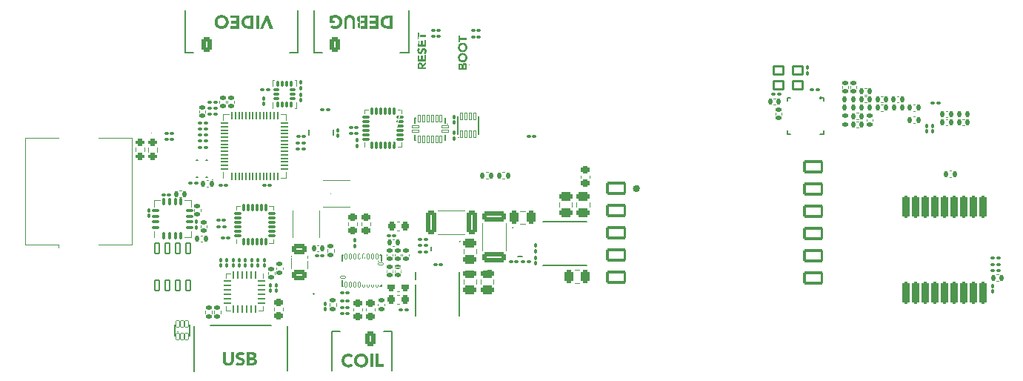
<source format=gto>
G04 #@! TF.GenerationSoftware,KiCad,Pcbnew,7.0.2-0*
G04 #@! TF.CreationDate,2023-10-11T21:53:26-07:00*
G04 #@! TF.ProjectId,low-power,6c6f772d-706f-4776-9572-2e6b69636164,rev?*
G04 #@! TF.SameCoordinates,Original*
G04 #@! TF.FileFunction,Legend,Top*
G04 #@! TF.FilePolarity,Positive*
%FSLAX46Y46*%
G04 Gerber Fmt 4.6, Leading zero omitted, Abs format (unit mm)*
G04 Created by KiCad (PCBNEW 7.0.2-0) date 2023-10-11 21:53:26*
%MOMM*%
%LPD*%
G01*
G04 APERTURE LIST*
G04 Aperture macros list*
%AMRoundRect*
0 Rectangle with rounded corners*
0 $1 Rounding radius*
0 $2 $3 $4 $5 $6 $7 $8 $9 X,Y pos of 4 corners*
0 Add a 4 corners polygon primitive as box body*
4,1,4,$2,$3,$4,$5,$6,$7,$8,$9,$2,$3,0*
0 Add four circle primitives for the rounded corners*
1,1,$1+$1,$2,$3*
1,1,$1+$1,$4,$5*
1,1,$1+$1,$6,$7*
1,1,$1+$1,$8,$9*
0 Add four rect primitives between the rounded corners*
20,1,$1+$1,$2,$3,$4,$5,0*
20,1,$1+$1,$4,$5,$6,$7,0*
20,1,$1+$1,$6,$7,$8,$9,0*
20,1,$1+$1,$8,$9,$2,$3,0*%
%AMFreePoly0*
4,1,557,-0.219239,2.454684,-0.218419,2.454743,-0.216188,2.454000,-0.215000,2.454000,-0.214239,2.453684,-0.213419,2.453743,-0.211188,2.453000,-0.210000,2.453000,-0.209239,2.452684,-0.208419,2.452743,-0.205419,2.451744,-0.205136,2.451498,-0.204764,2.451472,-0.203080,2.450630,-0.200419,2.449744,-0.199540,2.448982,-0.198464,2.448536,-0.197037,2.447108,-0.195764,2.446472,-0.195225,2.445851,
-0.194464,2.445536,-0.193037,2.444108,-0.191764,2.443472,-0.191225,2.442851,-0.190464,2.442536,-0.182465,2.434536,-0.182149,2.433775,-0.181528,2.433236,-0.180891,2.431963,-0.179465,2.430536,-0.179149,2.429775,-0.178528,2.429236,-0.177891,2.427963,-0.176465,2.426536,-0.176019,2.425460,-0.175257,2.424581,-0.174370,2.421920,-0.173528,2.420236,-0.173501,2.419862,-0.173257,2.419581,
-0.172257,2.416581,-0.172315,2.415760,-0.172000,2.415000,-0.172000,2.413810,-0.171257,2.411581,-0.171315,2.410760,-0.171000,2.410000,-0.171000,2.408810,-0.170257,2.406581,-0.170315,2.405760,-0.170000,2.405000,-0.170000,1.930000,0.170000,1.930000,0.170000,2.405000,0.170315,2.405760,0.170257,2.406581,0.171000,2.408812,0.171000,2.410000,0.171315,2.410760,0.171257,2.411581,
0.172000,2.413812,0.172000,2.415000,0.172315,2.415760,0.172257,2.416581,0.173256,2.419581,0.173501,2.419863,0.173528,2.420236,0.174369,2.421919,0.175256,2.424581,0.176017,2.425459,0.176464,2.426536,0.177891,2.427962,0.178528,2.429236,0.179148,2.429774,0.179464,2.430536,0.180891,2.431962,0.181528,2.433236,0.182148,2.433774,0.182464,2.434536,0.190464,2.442535,
0.191224,2.442850,0.191764,2.443472,0.193036,2.444108,0.194464,2.445535,0.195224,2.445850,0.195764,2.446472,0.197036,2.447108,0.198464,2.448535,0.199539,2.448980,0.200419,2.449743,0.203080,2.450630,0.204764,2.451472,0.205137,2.451498,0.205419,2.451743,0.208419,2.452743,0.209239,2.452684,0.210000,2.453000,0.211190,2.453000,0.213419,2.453743,0.214239,2.453684,
0.215000,2.454000,0.216190,2.454000,0.218419,2.454743,0.219239,2.454684,0.220000,2.455000,0.330000,2.455000,0.330760,2.454684,0.331581,2.454743,0.333812,2.454000,0.335000,2.454000,0.335760,2.453684,0.336581,2.453743,0.338812,2.453000,0.340000,2.453000,0.340760,2.452684,0.341581,2.452743,0.344581,2.451744,0.344863,2.451498,0.345236,2.451472,0.346919,2.450630,
0.349581,2.449744,0.350459,2.448982,0.351536,2.448536,0.352962,2.447108,0.354236,2.446472,0.354774,2.445851,0.355536,2.445536,0.356962,2.444108,0.358236,2.443472,0.358774,2.442851,0.359536,2.442536,0.367535,2.434536,0.367850,2.433775,0.368472,2.433236,0.369108,2.431963,0.370535,2.430536,0.370850,2.429775,0.371472,2.429236,0.372108,2.427963,0.373535,2.426536,
0.373980,2.425460,0.374743,2.424581,0.375630,2.421920,0.376472,2.420236,0.376498,2.419862,0.376743,2.419581,0.377743,2.416581,0.377684,2.415760,0.378000,2.415000,0.378000,2.413810,0.378743,2.411581,0.378684,2.410760,0.379000,2.410000,0.379000,2.408810,0.379743,2.406581,0.379684,2.405760,0.380000,2.405000,0.380000,1.530000,0.980000,1.530000,0.980760,1.529684,
0.981581,1.529743,0.983812,1.529000,0.985000,1.529000,0.985760,1.528684,0.986581,1.528743,0.988812,1.528000,0.990000,1.528000,0.990760,1.527684,0.991581,1.527743,0.994581,1.526744,0.994863,1.526498,0.995236,1.526472,0.996919,1.525630,0.998812,1.525000,1.025000,1.525000,1.025000,1.498810,1.025630,1.496920,1.026472,1.495236,1.026498,1.494862,1.026743,1.494581,
1.027743,1.491581,1.027684,1.490760,1.028000,1.490000,1.028000,1.488810,1.028743,1.486581,1.028684,1.485760,1.029000,1.485000,1.029000,1.483810,1.029743,1.481581,1.029684,1.480760,1.030000,1.480000,1.030000,-1.480000,1.029684,-1.480760,1.029743,-1.481581,1.029000,-1.483810,1.029000,-1.485000,1.028684,-1.485760,1.028743,-1.486581,1.028000,-1.488810,1.028000,-1.490000,
1.027684,-1.490760,1.027743,-1.491581,1.026743,-1.494581,1.026498,-1.494862,1.026472,-1.495236,1.025630,-1.496920,1.025000,-1.498810,1.025000,-1.525000,0.998812,-1.525000,0.996919,-1.525630,0.995236,-1.526472,0.994863,-1.526498,0.994581,-1.526744,0.991581,-1.527743,0.990760,-1.527684,0.990000,-1.528000,0.988812,-1.528000,0.986581,-1.528743,0.985760,-1.528684,0.985000,-1.529000,
0.983812,-1.529000,0.981581,-1.529743,0.980760,-1.529684,0.980000,-1.530000,0.380000,-1.530000,0.380000,-2.405000,0.379684,-2.405760,0.379743,-2.406581,0.379000,-2.408810,0.379000,-2.410000,0.378684,-2.410760,0.378743,-2.411581,0.378000,-2.413810,0.378000,-2.415000,0.377684,-2.415760,0.377743,-2.416581,0.376743,-2.419581,0.376498,-2.419862,0.376472,-2.420236,0.375630,-2.421920,
0.374743,-2.424581,0.373980,-2.425460,0.373535,-2.426536,0.372108,-2.427963,0.371472,-2.429236,0.370850,-2.429775,0.370535,-2.430536,0.369108,-2.431963,0.368472,-2.433236,0.367850,-2.433775,0.367535,-2.434536,0.359536,-2.442536,0.358774,-2.442851,0.358236,-2.443472,0.356962,-2.444108,0.355536,-2.445536,0.354774,-2.445851,0.354236,-2.446472,0.352962,-2.447108,0.351536,-2.448536,
0.350459,-2.448982,0.349581,-2.449744,0.346919,-2.450630,0.345236,-2.451472,0.344863,-2.451498,0.344581,-2.451744,0.341581,-2.452743,0.340760,-2.452684,0.340000,-2.453000,0.338812,-2.453000,0.336581,-2.453743,0.335760,-2.453684,0.335000,-2.454000,0.333812,-2.454000,0.331581,-2.454743,0.330760,-2.454684,0.330000,-2.455000,0.220000,-2.455000,0.219239,-2.454684,0.218419,-2.454743,
0.216190,-2.454000,0.215000,-2.454000,0.214239,-2.453684,0.213419,-2.453743,0.211190,-2.453000,0.210000,-2.453000,0.209239,-2.452684,0.208419,-2.452743,0.205419,-2.451743,0.205137,-2.451498,0.204764,-2.451472,0.203080,-2.450630,0.200419,-2.449743,0.199539,-2.448980,0.198464,-2.448535,0.197036,-2.447108,0.195764,-2.446472,0.195224,-2.445850,0.194464,-2.445535,0.193036,-2.444108,
0.191764,-2.443472,0.191224,-2.442850,0.190464,-2.442535,0.182464,-2.434536,0.182148,-2.433774,0.181528,-2.433236,0.180891,-2.431962,0.179464,-2.430536,0.179148,-2.429774,0.178528,-2.429236,0.177891,-2.427962,0.176464,-2.426536,0.176017,-2.425459,0.175256,-2.424581,0.174369,-2.421919,0.173528,-2.420236,0.173501,-2.419863,0.173256,-2.419581,0.172257,-2.416581,0.172315,-2.415760,
0.172000,-2.415000,0.172000,-2.413812,0.171257,-2.411581,0.171315,-2.410760,0.171000,-2.410000,0.171000,-2.408812,0.170257,-2.406581,0.170315,-2.405760,0.170000,-2.405000,0.170000,-1.930000,-0.170000,-1.930000,-0.170000,-2.405000,-0.170315,-2.405760,-0.170257,-2.406581,-0.171000,-2.408810,-0.171000,-2.410000,-0.171315,-2.410760,-0.171257,-2.411581,-0.172000,-2.413810,-0.172000,-2.415000,
-0.172315,-2.415760,-0.172257,-2.416581,-0.173257,-2.419581,-0.173501,-2.419862,-0.173528,-2.420236,-0.174370,-2.421920,-0.175257,-2.424581,-0.176019,-2.425460,-0.176465,-2.426536,-0.177891,-2.427963,-0.178528,-2.429236,-0.179149,-2.429775,-0.179465,-2.430536,-0.180891,-2.431963,-0.181528,-2.433236,-0.182149,-2.433775,-0.182465,-2.434536,-0.190464,-2.442536,-0.191225,-2.442851,-0.191764,-2.443472,
-0.193037,-2.444108,-0.194464,-2.445536,-0.195225,-2.445851,-0.195764,-2.446472,-0.197037,-2.447108,-0.198464,-2.448536,-0.199540,-2.448982,-0.200419,-2.449744,-0.203080,-2.450630,-0.204764,-2.451472,-0.205136,-2.451498,-0.205419,-2.451744,-0.208419,-2.452743,-0.209239,-2.452684,-0.210000,-2.453000,-0.211188,-2.453000,-0.213419,-2.453743,-0.214239,-2.453684,-0.215000,-2.454000,-0.216188,-2.454000,
-0.218419,-2.454743,-0.219239,-2.454684,-0.220000,-2.455000,-0.330000,-2.455000,-0.330760,-2.454684,-0.331581,-2.454743,-0.333810,-2.454000,-0.335000,-2.454000,-0.335760,-2.453684,-0.336581,-2.453743,-0.338810,-2.453000,-0.340000,-2.453000,-0.340760,-2.452684,-0.341581,-2.452743,-0.344581,-2.451743,-0.344862,-2.451498,-0.345236,-2.451472,-0.346920,-2.450630,-0.349581,-2.449743,-0.350460,-2.448980,
-0.351536,-2.448535,-0.352963,-2.447108,-0.354236,-2.446472,-0.354775,-2.445850,-0.355536,-2.445535,-0.356963,-2.444108,-0.358236,-2.443472,-0.358775,-2.442850,-0.359536,-2.442535,-0.367536,-2.434536,-0.367851,-2.433774,-0.368472,-2.433236,-0.369108,-2.431962,-0.370536,-2.430536,-0.370851,-2.429774,-0.371472,-2.429236,-0.372108,-2.427962,-0.373536,-2.426536,-0.373982,-2.425459,-0.374744,-2.424581,
-0.375630,-2.421919,-0.376472,-2.420236,-0.376498,-2.419863,-0.376744,-2.419581,-0.377743,-2.416581,-0.377684,-2.415760,-0.378000,-2.415000,-0.378000,-2.413812,-0.378743,-2.411581,-0.378684,-2.410760,-0.379000,-2.410000,-0.379000,-2.408812,-0.379743,-2.406581,-0.379684,-2.405760,-0.380000,-2.405000,-0.380000,-1.530000,-0.980000,-1.530000,-0.980760,-1.529684,-0.981581,-1.529743,-0.983810,-1.529000,
-0.985000,-1.529000,-0.985760,-1.528684,-0.986581,-1.528743,-0.988810,-1.528000,-0.990000,-1.528000,-0.990760,-1.527684,-0.991581,-1.527743,-0.994581,-1.526743,-0.994862,-1.526498,-0.995236,-1.526472,-0.996920,-1.525630,-0.998810,-1.525000,-1.025000,-1.525000,-1.025000,-1.498811,-1.025630,-1.496919,-1.026472,-1.495236,-1.026498,-1.494863,-1.026744,-1.494581,-1.027743,-1.491581,-1.027684,-1.490760,
-1.028000,-1.490000,-1.028000,-1.488812,-1.028743,-1.486581,-1.028684,-1.485760,-1.029000,-1.485000,-1.029000,-1.483812,-1.029743,-1.481581,-1.029684,-1.480760,-1.030000,-1.480000,-1.030000,1.480000,-1.029684,1.480760,-1.029743,1.481581,-1.029000,1.483812,-1.029000,1.485000,-1.028684,1.485760,-1.028743,1.486581,-1.028000,1.488812,-1.028000,1.490000,-1.027684,1.490760,-1.027743,1.491581,
-1.026744,1.494581,-1.026498,1.494863,-1.026472,1.495236,-1.025630,1.496919,-1.025000,1.498811,-1.025000,1.525000,-0.998810,1.525000,-0.996920,1.525630,-0.995236,1.526472,-0.994862,1.526498,-0.994581,1.526743,-0.991581,1.527743,-0.990760,1.527684,-0.990000,1.528000,-0.988810,1.528000,-0.986581,1.528743,-0.985760,1.528684,-0.985000,1.529000,-0.983810,1.529000,-0.981581,1.529743,
-0.980760,1.529684,-0.980000,1.530000,-0.380000,1.530000,-0.380000,2.405000,-0.379684,2.405760,-0.379743,2.406581,-0.379000,2.408812,-0.379000,2.410000,-0.378684,2.410760,-0.378743,2.411581,-0.378000,2.413812,-0.378000,2.415000,-0.377684,2.415760,-0.377743,2.416581,-0.376744,2.419581,-0.376498,2.419863,-0.376472,2.420236,-0.375630,2.421919,-0.374744,2.424581,-0.373982,2.425459,
-0.373536,2.426536,-0.372108,2.427962,-0.371472,2.429236,-0.370851,2.429774,-0.370536,2.430536,-0.369108,2.431962,-0.368472,2.433236,-0.367851,2.433774,-0.367536,2.434536,-0.359536,2.442535,-0.358775,2.442850,-0.358236,2.443472,-0.356963,2.444108,-0.355536,2.445535,-0.354775,2.445850,-0.354236,2.446472,-0.352963,2.447108,-0.351536,2.448535,-0.350460,2.448980,-0.349581,2.449743,
-0.346920,2.450630,-0.345236,2.451472,-0.344862,2.451498,-0.344581,2.451743,-0.341581,2.452743,-0.340760,2.452684,-0.340000,2.453000,-0.338810,2.453000,-0.336581,2.453743,-0.335760,2.453684,-0.335000,2.454000,-0.333810,2.454000,-0.331581,2.454743,-0.330760,2.454684,-0.330000,2.455000,-0.220000,2.455000,-0.219239,2.454684,-0.219239,2.454684,$1*%
G04 Aperture macros list end*
%ADD10C,0.200000*%
%ADD11C,0.250000*%
%ADD12C,0.120000*%
%ADD13C,0.100000*%
%ADD14C,0.127000*%
%ADD15C,0.300000*%
%ADD16C,0.070711*%
%ADD17C,0.152400*%
%ADD18C,0.403553*%
%ADD19C,1.500000*%
%ADD20C,0.500000*%
%ADD21C,1.000000*%
%ADD22C,0.010000*%
%ADD23R,1.050000X1.000000*%
%ADD24R,2.200000X1.050000*%
%ADD25RoundRect,0.140000X0.140000X0.170000X-0.140000X0.170000X-0.140000X-0.170000X0.140000X-0.170000X0*%
%ADD26RoundRect,0.100000X-0.130000X-0.100000X0.130000X-0.100000X0.130000X0.100000X-0.130000X0.100000X0*%
%ADD27RoundRect,0.100000X0.100000X-0.130000X0.100000X0.130000X-0.100000X0.130000X-0.100000X-0.130000X0*%
%ADD28R,0.150000X0.330000*%
%ADD29R,0.510000X0.200000*%
%ADD30RoundRect,0.140000X0.170000X-0.140000X0.170000X0.140000X-0.170000X0.140000X-0.170000X-0.140000X0*%
%ADD31RoundRect,0.147500X0.147500X0.172500X-0.147500X0.172500X-0.147500X-0.172500X0.147500X-0.172500X0*%
%ADD32RoundRect,0.140000X-0.140000X-0.170000X0.140000X-0.170000X0.140000X0.170000X-0.140000X0.170000X0*%
%ADD33RoundRect,0.250000X0.475000X-0.250000X0.475000X0.250000X-0.475000X0.250000X-0.475000X-0.250000X0*%
%ADD34RoundRect,0.120000X0.580000X0.480000X-0.580000X0.480000X-0.580000X-0.480000X0.580000X-0.480000X0*%
%ADD35RoundRect,0.003500X0.171500X-0.371500X0.171500X0.371500X-0.171500X0.371500X-0.171500X-0.371500X0*%
%ADD36RoundRect,0.100000X0.130000X0.100000X-0.130000X0.100000X-0.130000X-0.100000X0.130000X-0.100000X0*%
%ADD37R,1.850000X4.100000*%
%ADD38RoundRect,0.087500X0.087500X-0.225000X0.087500X0.225000X-0.087500X0.225000X-0.087500X-0.225000X0*%
%ADD39RoundRect,0.087500X0.225000X-0.087500X0.225000X0.087500X-0.225000X0.087500X-0.225000X-0.087500X0*%
%ADD40RoundRect,0.135000X-0.135000X-0.185000X0.135000X-0.185000X0.135000X0.185000X-0.135000X0.185000X0*%
%ADD41RoundRect,0.147500X-0.147500X-0.172500X0.147500X-0.172500X0.147500X0.172500X-0.147500X0.172500X0*%
%ADD42RoundRect,0.225000X0.250000X-0.225000X0.250000X0.225000X-0.250000X0.225000X-0.250000X-0.225000X0*%
%ADD43C,0.800000*%
%ADD44C,5.000000*%
%ADD45RoundRect,0.200000X0.275000X-0.200000X0.275000X0.200000X-0.275000X0.200000X-0.275000X-0.200000X0*%
%ADD46RoundRect,0.075000X0.075000X-0.350000X0.075000X0.350000X-0.075000X0.350000X-0.075000X-0.350000X0*%
%ADD47RoundRect,0.075000X0.350000X-0.075000X0.350000X0.075000X-0.350000X0.075000X-0.350000X-0.075000X0*%
%ADD48R,2.100000X2.100000*%
%ADD49RoundRect,0.250000X-0.625000X0.312500X-0.625000X-0.312500X0.625000X-0.312500X0.625000X0.312500X0*%
%ADD50RoundRect,0.225000X-0.225000X-0.250000X0.225000X-0.250000X0.225000X0.250000X-0.225000X0.250000X0*%
%ADD51RoundRect,0.135000X0.185000X-0.135000X0.185000X0.135000X-0.185000X0.135000X-0.185000X-0.135000X0*%
%ADD52RoundRect,0.060000X0.240000X0.590000X-0.240000X0.590000X-0.240000X-0.590000X0.240000X-0.590000X0*%
%ADD53RoundRect,0.075000X0.075000X-0.362500X0.075000X0.362500X-0.075000X0.362500X-0.075000X-0.362500X0*%
%ADD54RoundRect,0.075000X0.362500X-0.075000X0.362500X0.075000X-0.362500X0.075000X-0.362500X-0.075000X0*%
%ADD55R,2.450000X2.450000*%
%ADD56RoundRect,0.140000X-0.170000X0.140000X-0.170000X-0.140000X0.170000X-0.140000X0.170000X0.140000X0*%
%ADD57RoundRect,0.100000X-0.100000X0.130000X-0.100000X-0.130000X0.100000X-0.130000X0.100000X0.130000X0*%
%ADD58R,0.280000X0.170000*%
%ADD59R,0.280000X0.520000*%
%ADD60RoundRect,0.250000X-0.475000X0.250000X-0.475000X-0.250000X0.475000X-0.250000X0.475000X0.250000X0*%
%ADD61RoundRect,0.028600X-0.401400X0.101400X-0.401400X-0.101400X0.401400X-0.101400X0.401400X0.101400X0*%
%ADD62RoundRect,0.007800X-0.122200X0.422200X-0.122200X-0.422200X0.122200X-0.422200X0.122200X0.422200X0*%
%ADD63R,2.000000X1.000000*%
%ADD64RoundRect,0.147500X-0.172500X0.147500X-0.172500X-0.147500X0.172500X-0.147500X0.172500X0.147500X0*%
%ADD65R,0.260000X0.840000*%
%ADD66R,0.840000X0.260000*%
%ADD67R,2.600000X2.600000*%
%ADD68RoundRect,0.250000X0.362500X1.075000X-0.362500X1.075000X-0.362500X-1.075000X0.362500X-1.075000X0*%
%ADD69R,0.550000X0.550000*%
%ADD70R,0.420000X0.540000*%
%ADD71R,2.370000X1.710000*%
%ADD72R,0.420000X0.700000*%
%ADD73R,0.939800X1.397000*%
%ADD74RoundRect,0.200000X0.200000X-1.070000X0.200000X1.070000X-0.200000X1.070000X-0.200000X-1.070000X0*%
%ADD75RoundRect,0.011200X0.128800X-0.368800X0.128800X0.368800X-0.128800X0.368800X-0.128800X-0.368800X0*%
%ADD76R,1.600000X0.900000*%
%ADD77RoundRect,0.250000X-0.250000X-0.475000X0.250000X-0.475000X0.250000X0.475000X-0.250000X0.475000X0*%
%ADD78RoundRect,0.225000X-0.250000X0.225000X-0.250000X-0.225000X0.250000X-0.225000X0.250000X0.225000X0*%
%ADD79RoundRect,0.135000X0.135000X0.185000X-0.135000X0.185000X-0.135000X-0.185000X0.135000X-0.185000X0*%
%ADD80R,0.540000X0.420000*%
%ADD81R,1.710000X2.370000*%
%ADD82R,0.700000X0.420000*%
%ADD83RoundRect,0.250000X0.250000X0.475000X-0.250000X0.475000X-0.250000X-0.475000X0.250000X-0.475000X0*%
%ADD84C,1.050000*%
%ADD85RoundRect,0.050000X0.050000X-0.387500X0.050000X0.387500X-0.050000X0.387500X-0.050000X-0.387500X0*%
%ADD86RoundRect,0.050000X0.387500X-0.050000X0.387500X0.050000X-0.387500X0.050000X-0.387500X-0.050000X0*%
%ADD87R,3.200000X3.200000*%
%ADD88R,4.100000X1.850000*%
%ADD89RoundRect,0.031200X-0.268800X0.088800X-0.268800X-0.088800X0.268800X-0.088800X0.268800X0.088800X0*%
%ADD90RoundRect,0.012000X-0.108000X0.288000X-0.108000X-0.288000X0.108000X-0.288000X0.108000X0.288000X0*%
%ADD91C,0.350000*%
%ADD92FreePoly0,270.000000*%
%ADD93RoundRect,0.100000X0.162635X-0.021213X-0.021213X0.162635X-0.162635X0.021213X0.021213X-0.162635X0*%
%ADD94RoundRect,0.062500X-0.062500X0.350000X-0.062500X-0.350000X0.062500X-0.350000X0.062500X0.350000X0*%
%ADD95RoundRect,0.062500X-0.350000X0.062500X-0.350000X-0.062500X0.350000X-0.062500X0.350000X0.062500X0*%
%ADD96R,2.700000X2.700000*%
%ADD97RoundRect,0.135000X-0.185000X0.135000X-0.185000X-0.135000X0.185000X-0.135000X0.185000X0.135000X0*%
%ADD98R,4.000000X1.200000*%
%ADD99R,0.300000X0.850000*%
%ADD100R,1.600000X1.600000*%
%ADD101RoundRect,0.152400X-0.990600X-0.609600X0.990600X-0.609600X0.990600X0.609600X-0.990600X0.609600X0*%
%ADD102RoundRect,0.250000X-1.075000X0.362500X-1.075000X-0.362500X1.075000X-0.362500X1.075000X0.362500X0*%
%ADD103R,0.600000X0.300000*%
%ADD104R,0.300000X1.700000*%
%ADD105RoundRect,0.200000X-0.275000X0.200000X-0.275000X-0.200000X0.275000X-0.200000X0.275000X0.200000X0*%
%ADD106C,0.650000*%
%ADD107O,1.000000X1.800000*%
%ADD108O,1.000000X2.100000*%
%ADD109RoundRect,0.250000X-0.350000X-0.625000X0.350000X-0.625000X0.350000X0.625000X-0.350000X0.625000X0*%
%ADD110O,1.200000X1.750000*%
%ADD111RoundRect,0.250000X0.350000X0.625000X-0.350000X0.625000X-0.350000X-0.625000X0.350000X-0.625000X0*%
G04 APERTURE END LIST*
D10*
X135130000Y-117060000D02*
X136100000Y-117060000D01*
X124105000Y-116459000D02*
X124105000Y-121539000D01*
X136095000Y-117060000D02*
X136095000Y-121570000D01*
X125335000Y-85225000D02*
X125335000Y-80385000D01*
X112425000Y-85225000D02*
X113395000Y-85225000D01*
X137012893Y-85255066D02*
X137982893Y-85255066D01*
X127150000Y-85227500D02*
X127150000Y-80422500D01*
X113465000Y-121619000D02*
X113465000Y-116459000D01*
X137982893Y-85255066D02*
X137982893Y-80415066D01*
X122275000Y-116399000D02*
X115315000Y-116399000D01*
X127150000Y-85227500D02*
X128120000Y-85227500D01*
X129200000Y-117060000D02*
X130170000Y-117060000D01*
X124365000Y-85225000D02*
X125335000Y-85225000D01*
X112425000Y-85225000D02*
X112425000Y-80420000D01*
X129195000Y-121530000D02*
X129195000Y-117060000D01*
D11*
G36*
X136154011Y-82505628D02*
G01*
X135660152Y-82505628D01*
X135637827Y-82505470D01*
X135615639Y-82504998D01*
X135593588Y-82504211D01*
X135571675Y-82503109D01*
X135549900Y-82501692D01*
X135528261Y-82499960D01*
X135506760Y-82497914D01*
X135485397Y-82495553D01*
X135464170Y-82492876D01*
X135443081Y-82489885D01*
X135422130Y-82486579D01*
X135401316Y-82482959D01*
X135380639Y-82479023D01*
X135360100Y-82474773D01*
X135339698Y-82470208D01*
X135319434Y-82465327D01*
X135299399Y-82460095D01*
X135279689Y-82454474D01*
X135260301Y-82448463D01*
X135241238Y-82442063D01*
X135222497Y-82435274D01*
X135204080Y-82428096D01*
X135185987Y-82420528D01*
X135168217Y-82412571D01*
X135150770Y-82404225D01*
X135133647Y-82395489D01*
X135116847Y-82386365D01*
X135100371Y-82376851D01*
X135084218Y-82366947D01*
X135068388Y-82356655D01*
X135052882Y-82345973D01*
X135037699Y-82334902D01*
X135022872Y-82323426D01*
X135008430Y-82311529D01*
X134994375Y-82299211D01*
X134980707Y-82286473D01*
X134967425Y-82273314D01*
X134954529Y-82259734D01*
X134942020Y-82245734D01*
X134929897Y-82231312D01*
X134918160Y-82216470D01*
X134906810Y-82201207D01*
X134895846Y-82185524D01*
X134885269Y-82169420D01*
X134875078Y-82152895D01*
X134865273Y-82135949D01*
X134855855Y-82118582D01*
X134846824Y-82100795D01*
X134838261Y-82082556D01*
X134830251Y-82063832D01*
X134822794Y-82044625D01*
X134815889Y-82024935D01*
X134809536Y-82004760D01*
X134803736Y-81984102D01*
X134798488Y-81962960D01*
X134793792Y-81941335D01*
X134789649Y-81919226D01*
X134786059Y-81896633D01*
X134783020Y-81873556D01*
X134780535Y-81849996D01*
X134778601Y-81825952D01*
X134777220Y-81801424D01*
X134776392Y-81776412D01*
X134776302Y-81768136D01*
X135117933Y-81768136D01*
X135118297Y-81788562D01*
X135119389Y-81808485D01*
X135121208Y-81827906D01*
X135123755Y-81846824D01*
X135127030Y-81865241D01*
X135131032Y-81883155D01*
X135135762Y-81900566D01*
X135141220Y-81917476D01*
X135147406Y-81933882D01*
X135154319Y-81949787D01*
X135159332Y-81960111D01*
X135167277Y-81975175D01*
X135175724Y-81989731D01*
X135184674Y-82003778D01*
X135194125Y-82017316D01*
X135204080Y-82030345D01*
X135214536Y-82042865D01*
X135225495Y-82054877D01*
X135236956Y-82066380D01*
X135248919Y-82077374D01*
X135261385Y-82087859D01*
X135269974Y-82094567D01*
X135283242Y-82104292D01*
X135296941Y-82113548D01*
X135311071Y-82122333D01*
X135325633Y-82130648D01*
X135340626Y-82138493D01*
X135356051Y-82145868D01*
X135371908Y-82152773D01*
X135388196Y-82159207D01*
X135404915Y-82165172D01*
X135422066Y-82170666D01*
X135433739Y-82174068D01*
X135451408Y-82178847D01*
X135469245Y-82183157D01*
X135487249Y-82186996D01*
X135505421Y-82190365D01*
X135523760Y-82193264D01*
X135542266Y-82195693D01*
X135560940Y-82197652D01*
X135579781Y-82199141D01*
X135598790Y-82200160D01*
X135617966Y-82200708D01*
X135630843Y-82200812D01*
X135825016Y-82200812D01*
X135825016Y-81309815D01*
X135653924Y-81309815D01*
X135632699Y-81310017D01*
X135611751Y-81310626D01*
X135591079Y-81311640D01*
X135570685Y-81313060D01*
X135550568Y-81314886D01*
X135530727Y-81317118D01*
X135511163Y-81319755D01*
X135491877Y-81322798D01*
X135472867Y-81326246D01*
X135454134Y-81330101D01*
X135441799Y-81332896D01*
X135423624Y-81337562D01*
X135405920Y-81342770D01*
X135388685Y-81348519D01*
X135371921Y-81354809D01*
X135355627Y-81361639D01*
X135339803Y-81369011D01*
X135324448Y-81376924D01*
X135309565Y-81385377D01*
X135295151Y-81394372D01*
X135281207Y-81403907D01*
X135272173Y-81410565D01*
X135258979Y-81421028D01*
X135246327Y-81432083D01*
X135234215Y-81443731D01*
X135222645Y-81455971D01*
X135211615Y-81468804D01*
X135201126Y-81482229D01*
X135191179Y-81496247D01*
X135181772Y-81510857D01*
X135172906Y-81526060D01*
X135164582Y-81541855D01*
X135159332Y-81552714D01*
X135151934Y-81569548D01*
X135145263Y-81587078D01*
X135139320Y-81605303D01*
X135134105Y-81624224D01*
X135129617Y-81643840D01*
X135125857Y-81664152D01*
X135122825Y-81685159D01*
X135120521Y-81706862D01*
X135119389Y-81721717D01*
X135118580Y-81736881D01*
X135118095Y-81752354D01*
X135117933Y-81768136D01*
X134776302Y-81768136D01*
X134776115Y-81750917D01*
X134776383Y-81728326D01*
X134777186Y-81706072D01*
X134778524Y-81684156D01*
X134780397Y-81662578D01*
X134782806Y-81641337D01*
X134785750Y-81620434D01*
X134789229Y-81599869D01*
X134793243Y-81579642D01*
X134797792Y-81559752D01*
X134802877Y-81540200D01*
X134808497Y-81520986D01*
X134814652Y-81502110D01*
X134821343Y-81483571D01*
X134828568Y-81465371D01*
X134836329Y-81447507D01*
X134844625Y-81429982D01*
X134853375Y-81412799D01*
X134862497Y-81395962D01*
X134871991Y-81379471D01*
X134881857Y-81363327D01*
X134892095Y-81347529D01*
X134902706Y-81332077D01*
X134913688Y-81316972D01*
X134925042Y-81302213D01*
X134936769Y-81287800D01*
X134948868Y-81273733D01*
X134961338Y-81260013D01*
X134974181Y-81246640D01*
X134987396Y-81233612D01*
X135000983Y-81220931D01*
X135014942Y-81208596D01*
X135029273Y-81196608D01*
X135043930Y-81185016D01*
X135058868Y-81173779D01*
X135074087Y-81162897D01*
X135089586Y-81152370D01*
X135105365Y-81142197D01*
X135121425Y-81132380D01*
X135137765Y-81122917D01*
X135154386Y-81113810D01*
X135171288Y-81105057D01*
X135188470Y-81096659D01*
X135205932Y-81088616D01*
X135223675Y-81080928D01*
X135241698Y-81073595D01*
X135260002Y-81066617D01*
X135278587Y-81059994D01*
X135297452Y-81053726D01*
X135316470Y-81047825D01*
X135335605Y-81042306D01*
X135354858Y-81037167D01*
X135374228Y-81032408D01*
X135393715Y-81028030D01*
X135413320Y-81024033D01*
X135433042Y-81020417D01*
X135452882Y-81017181D01*
X135472839Y-81014326D01*
X135492913Y-81011852D01*
X135513104Y-81009758D01*
X135533413Y-81008045D01*
X135553839Y-81006713D01*
X135574383Y-81005761D01*
X135595044Y-81005190D01*
X135615822Y-81005000D01*
X136154011Y-81005000D01*
X136154011Y-82505628D01*
G37*
G36*
X134548603Y-82505628D02*
G01*
X133533408Y-82505628D01*
X133533408Y-82200812D01*
X134219242Y-82200812D01*
X134219242Y-81919445D01*
X133571510Y-81919445D01*
X133571510Y-81614630D01*
X134219242Y-81614630D01*
X134219242Y-81309815D01*
X133495306Y-81309815D01*
X133495306Y-81005000D01*
X134548603Y-81005000D01*
X134548603Y-82505628D01*
G37*
G36*
X133239217Y-82505628D02*
G01*
X132682343Y-82505628D01*
X132664130Y-82505505D01*
X132645897Y-82505138D01*
X132627645Y-82504526D01*
X132609374Y-82503670D01*
X132591083Y-82502569D01*
X132572773Y-82501223D01*
X132554444Y-82499632D01*
X132536095Y-82497797D01*
X132517728Y-82495716D01*
X132499340Y-82493392D01*
X132487071Y-82491706D01*
X132468839Y-82488847D01*
X132450960Y-82485493D01*
X132433436Y-82481643D01*
X132416266Y-82477297D01*
X132399450Y-82472455D01*
X132382988Y-82467118D01*
X132366881Y-82461284D01*
X132351127Y-82454955D01*
X132335728Y-82448129D01*
X132320683Y-82440808D01*
X132310850Y-82435652D01*
X132296479Y-82427525D01*
X132282630Y-82418805D01*
X132269302Y-82409493D01*
X132256497Y-82399588D01*
X132244212Y-82389091D01*
X132232450Y-82378001D01*
X132221209Y-82366319D01*
X132210489Y-82354044D01*
X132200291Y-82341177D01*
X132190615Y-82327718D01*
X132184454Y-82318415D01*
X132175747Y-82303895D01*
X132167895Y-82288499D01*
X132160900Y-82272228D01*
X132154762Y-82255080D01*
X132149480Y-82237057D01*
X132145055Y-82218158D01*
X132141486Y-82198382D01*
X132138773Y-82177732D01*
X132136918Y-82156205D01*
X132136156Y-82141367D01*
X132135776Y-82126140D01*
X132135728Y-82118381D01*
X132136004Y-82102432D01*
X132136833Y-82086827D01*
X132138214Y-82071566D01*
X132139269Y-82063426D01*
X132464723Y-82063426D01*
X132465432Y-82080719D01*
X132467557Y-82096880D01*
X132471099Y-82111906D01*
X132476058Y-82125799D01*
X132483633Y-82140576D01*
X132484873Y-82142561D01*
X132494107Y-82155804D01*
X132504498Y-82167645D01*
X132516046Y-82178084D01*
X132528751Y-82187120D01*
X132536531Y-82191653D01*
X132550736Y-82198731D01*
X132565782Y-82204897D01*
X132581671Y-82210151D01*
X132595959Y-82213929D01*
X132608338Y-82216566D01*
X132623249Y-82219181D01*
X132638031Y-82221254D01*
X132652684Y-82222787D01*
X132669616Y-82223892D01*
X132686374Y-82224260D01*
X132910222Y-82224260D01*
X132910222Y-81895997D01*
X132671719Y-81895997D01*
X132655102Y-81896401D01*
X132638590Y-81897610D01*
X132622184Y-81899626D01*
X132605882Y-81902449D01*
X132596614Y-81904424D01*
X132580794Y-81908779D01*
X132565709Y-81914151D01*
X132551361Y-81920540D01*
X132537750Y-81927946D01*
X132530302Y-81932634D01*
X132517880Y-81941903D01*
X132506580Y-81952399D01*
X132496402Y-81964122D01*
X132487346Y-81977073D01*
X132482675Y-81985024D01*
X132475680Y-81999920D01*
X132470403Y-82016079D01*
X132467248Y-82030934D01*
X132465354Y-82046716D01*
X132464723Y-82063426D01*
X132139269Y-82063426D01*
X132140147Y-82056648D01*
X132142633Y-82042074D01*
X132147398Y-82020856D01*
X132153405Y-82000411D01*
X132160655Y-81980739D01*
X132169149Y-81961840D01*
X132178885Y-81943713D01*
X132189864Y-81926360D01*
X132202086Y-81909779D01*
X132206436Y-81904424D01*
X132220093Y-81888977D01*
X132234549Y-81874375D01*
X132249803Y-81860616D01*
X132265856Y-81847700D01*
X132282707Y-81835629D01*
X132300357Y-81824400D01*
X132318806Y-81814016D01*
X132338053Y-81804475D01*
X132358098Y-81795778D01*
X132371906Y-81790448D01*
X132386068Y-81785494D01*
X132393282Y-81783157D01*
X132393282Y-81778761D01*
X132374998Y-81775796D01*
X132357149Y-81772212D01*
X132339736Y-81768010D01*
X132322757Y-81763190D01*
X132306213Y-81757752D01*
X132290105Y-81751696D01*
X132274431Y-81745021D01*
X132259193Y-81737728D01*
X132244435Y-81729949D01*
X132230204Y-81721631D01*
X132216500Y-81712775D01*
X132203322Y-81703381D01*
X132190671Y-81693449D01*
X132178547Y-81682979D01*
X132166949Y-81671971D01*
X132155878Y-81660425D01*
X132145385Y-81648455D01*
X132135522Y-81635993D01*
X132126288Y-81623039D01*
X132117685Y-81609592D01*
X132109710Y-81595653D01*
X132102366Y-81581222D01*
X132095651Y-81566298D01*
X132089566Y-81550882D01*
X132084071Y-81535083D01*
X132079308Y-81519009D01*
X132075278Y-81502660D01*
X132071981Y-81486036D01*
X132069416Y-81469137D01*
X132067975Y-81455628D01*
X132395114Y-81455628D01*
X132395758Y-81471067D01*
X132398231Y-81488344D01*
X132402559Y-81504255D01*
X132408741Y-81518801D01*
X132416778Y-81531981D01*
X132421492Y-81538060D01*
X132431873Y-81549458D01*
X132443234Y-81559749D01*
X132455573Y-81568933D01*
X132468891Y-81577009D01*
X132483187Y-81583977D01*
X132488170Y-81586053D01*
X132503377Y-81591862D01*
X132519048Y-81596924D01*
X132535182Y-81601239D01*
X132551780Y-81604807D01*
X132568842Y-81607627D01*
X132574632Y-81608401D01*
X132591849Y-81610518D01*
X132608601Y-81612197D01*
X132624890Y-81613438D01*
X132640715Y-81614240D01*
X132656077Y-81614605D01*
X132661094Y-81614630D01*
X132910222Y-81614630D01*
X132910222Y-81286367D01*
X132614566Y-81286367D01*
X132597987Y-81286753D01*
X132581267Y-81287910D01*
X132564407Y-81289838D01*
X132549844Y-81292105D01*
X132537630Y-81294427D01*
X132523200Y-81297999D01*
X132507049Y-81303209D01*
X132491634Y-81309540D01*
X132476955Y-81316993D01*
X132466921Y-81323004D01*
X132453555Y-81332558D01*
X132441346Y-81343270D01*
X132430294Y-81355138D01*
X132420399Y-81368164D01*
X132415264Y-81376127D01*
X132407413Y-81391076D01*
X132402218Y-81404977D01*
X132398439Y-81419884D01*
X132396078Y-81435795D01*
X132395134Y-81452711D01*
X132395114Y-81455628D01*
X132067975Y-81455628D01*
X132067584Y-81451964D01*
X132066485Y-81434516D01*
X132066119Y-81416793D01*
X132066563Y-81395218D01*
X132067896Y-81374319D01*
X132070118Y-81354096D01*
X132073229Y-81334550D01*
X132077228Y-81315680D01*
X132082116Y-81297486D01*
X132087892Y-81279968D01*
X132094558Y-81263126D01*
X132102112Y-81246961D01*
X132110555Y-81231471D01*
X132116677Y-81221521D01*
X132126418Y-81207084D01*
X132136680Y-81193176D01*
X132147463Y-81179796D01*
X132158769Y-81166944D01*
X132170596Y-81154620D01*
X132182945Y-81142824D01*
X132195815Y-81131556D01*
X132209207Y-81120816D01*
X132223121Y-81110605D01*
X132237556Y-81100921D01*
X132247469Y-81094759D01*
X132262690Y-81085998D01*
X132278265Y-81077714D01*
X132294195Y-81069907D01*
X132310478Y-81062576D01*
X132327116Y-81055722D01*
X132344108Y-81049344D01*
X132361454Y-81043443D01*
X132379154Y-81038018D01*
X132397209Y-81033070D01*
X132415617Y-81028599D01*
X132428087Y-81025882D01*
X132446834Y-81022150D01*
X132465567Y-81018785D01*
X132484289Y-81015788D01*
X132502997Y-81013157D01*
X132521692Y-81010893D01*
X132540374Y-81008997D01*
X132559044Y-81007467D01*
X132577701Y-81006305D01*
X132596344Y-81005509D01*
X132614975Y-81005081D01*
X132627389Y-81005000D01*
X133239217Y-81005000D01*
X133239217Y-82505628D01*
G37*
G36*
X130619713Y-81578360D02*
G01*
X130619870Y-81561680D01*
X130620342Y-81545164D01*
X130621129Y-81528810D01*
X130622231Y-81512620D01*
X130623648Y-81496593D01*
X130625380Y-81480729D01*
X130627426Y-81465029D01*
X130629788Y-81449491D01*
X130632464Y-81434117D01*
X130635455Y-81418905D01*
X130638761Y-81403857D01*
X130642381Y-81388972D01*
X130646317Y-81374250D01*
X130650567Y-81359692D01*
X130655133Y-81345296D01*
X130660013Y-81331064D01*
X130665158Y-81317075D01*
X130670609Y-81303317D01*
X130676366Y-81289792D01*
X130685576Y-81269938D01*
X130695476Y-81250607D01*
X130706064Y-81231797D01*
X130717342Y-81213508D01*
X130729308Y-81195741D01*
X130741964Y-81178496D01*
X130755309Y-81161772D01*
X130769342Y-81145570D01*
X130779081Y-81135059D01*
X130794263Y-81119784D01*
X130810135Y-81105147D01*
X130826695Y-81091148D01*
X130843945Y-81077786D01*
X130861883Y-81065061D01*
X130874225Y-81056933D01*
X130886873Y-81049087D01*
X130899828Y-81041525D01*
X130913089Y-81034247D01*
X130926655Y-81027251D01*
X130940529Y-81020540D01*
X130954708Y-81014111D01*
X130969194Y-81007966D01*
X130976551Y-81005000D01*
X130991438Y-80999321D01*
X131006605Y-80994009D01*
X131022052Y-80989063D01*
X131037780Y-80984483D01*
X131053788Y-80980270D01*
X131070077Y-80976423D01*
X131086647Y-80972943D01*
X131103497Y-80969829D01*
X131120627Y-80967081D01*
X131138038Y-80964699D01*
X131155729Y-80962684D01*
X131173701Y-80961036D01*
X131191954Y-80959754D01*
X131210486Y-80958838D01*
X131229300Y-80958288D01*
X131248394Y-80958105D01*
X131267755Y-80958288D01*
X131286822Y-80958838D01*
X131305594Y-80959754D01*
X131324071Y-80961036D01*
X131342253Y-80962684D01*
X131360141Y-80964699D01*
X131377733Y-80967081D01*
X131395031Y-80969829D01*
X131412034Y-80972943D01*
X131428742Y-80976423D01*
X131445156Y-80980270D01*
X131461274Y-80984483D01*
X131477098Y-80989063D01*
X131492627Y-80994009D01*
X131507861Y-80999321D01*
X131522801Y-81005000D01*
X131537395Y-81011003D01*
X131551686Y-81017290D01*
X131565674Y-81023860D01*
X131579358Y-81030714D01*
X131592739Y-81037851D01*
X131605816Y-81045271D01*
X131618591Y-81052975D01*
X131631061Y-81060962D01*
X131643229Y-81069232D01*
X131660911Y-81082169D01*
X131677910Y-81095743D01*
X131694227Y-81109955D01*
X131709861Y-81124805D01*
X131719905Y-81135059D01*
X131734401Y-81150913D01*
X131748215Y-81167289D01*
X131761346Y-81184186D01*
X131773794Y-81201605D01*
X131785560Y-81219546D01*
X131796644Y-81238009D01*
X131807044Y-81256993D01*
X131816762Y-81276498D01*
X131825797Y-81296526D01*
X131831442Y-81310167D01*
X131836783Y-81324040D01*
X131839339Y-81331064D01*
X131844175Y-81345296D01*
X131848699Y-81359692D01*
X131852911Y-81374250D01*
X131856810Y-81388972D01*
X131860398Y-81403857D01*
X131863674Y-81418905D01*
X131866638Y-81434117D01*
X131869290Y-81449491D01*
X131871629Y-81465029D01*
X131873657Y-81480729D01*
X131875373Y-81496593D01*
X131876777Y-81512620D01*
X131877869Y-81528810D01*
X131878649Y-81545164D01*
X131879117Y-81561680D01*
X131879273Y-81578360D01*
X131879273Y-82505628D01*
X131550278Y-82505628D01*
X131550278Y-81589717D01*
X131549934Y-81572212D01*
X131548904Y-81555050D01*
X131547187Y-81538231D01*
X131544782Y-81521756D01*
X131541691Y-81505625D01*
X131537913Y-81489837D01*
X131533448Y-81474392D01*
X131528296Y-81459291D01*
X131522434Y-81444608D01*
X131516023Y-81430417D01*
X131509062Y-81416719D01*
X131501551Y-81403512D01*
X131493491Y-81390798D01*
X131484882Y-81378577D01*
X131475723Y-81366847D01*
X131466014Y-81355610D01*
X131455699Y-81345008D01*
X131444902Y-81335002D01*
X131433625Y-81325591D01*
X131421867Y-81316775D01*
X131409628Y-81308555D01*
X131396909Y-81300930D01*
X131383708Y-81293901D01*
X131370027Y-81287466D01*
X131355864Y-81281713D01*
X131341404Y-81276727D01*
X131326647Y-81272508D01*
X131311592Y-81269057D01*
X131296239Y-81266372D01*
X131280588Y-81264454D01*
X131264640Y-81263303D01*
X131248394Y-81262920D01*
X131232251Y-81263303D01*
X131216428Y-81264454D01*
X131200927Y-81266372D01*
X131185745Y-81269057D01*
X131170885Y-81272508D01*
X131156345Y-81276727D01*
X131142125Y-81281713D01*
X131128226Y-81287466D01*
X131114722Y-81293901D01*
X131101688Y-81300930D01*
X131089123Y-81308555D01*
X131074076Y-81318924D01*
X131059763Y-81330222D01*
X131046184Y-81342451D01*
X131035848Y-81352904D01*
X131033338Y-81355610D01*
X131023549Y-81366847D01*
X131014333Y-81378577D01*
X131005689Y-81390798D01*
X130997617Y-81403512D01*
X130990118Y-81416719D01*
X130983192Y-81430417D01*
X130976838Y-81444608D01*
X130971056Y-81459291D01*
X130965818Y-81474392D01*
X130961279Y-81489837D01*
X130957438Y-81505625D01*
X130954295Y-81521756D01*
X130951850Y-81538231D01*
X130950105Y-81555050D01*
X130949057Y-81572212D01*
X130948708Y-81589717D01*
X130948708Y-82505628D01*
X130619713Y-82505628D01*
X130619713Y-81578360D01*
G37*
G36*
X128971806Y-81103551D02*
G01*
X128990037Y-81094102D01*
X129008368Y-81084987D01*
X129026799Y-81076207D01*
X129045331Y-81067762D01*
X129063963Y-81059652D01*
X129082694Y-81051877D01*
X129101526Y-81044437D01*
X129120458Y-81037331D01*
X129139491Y-81030561D01*
X129158623Y-81024125D01*
X129177856Y-81018024D01*
X129197189Y-81012258D01*
X129216622Y-81006827D01*
X129236155Y-81001731D01*
X129255789Y-80996970D01*
X129275522Y-80992543D01*
X129295332Y-80988373D01*
X129315193Y-80984472D01*
X129335105Y-80980839D01*
X129355069Y-80977476D01*
X129375084Y-80974382D01*
X129395152Y-80971557D01*
X129415270Y-80969001D01*
X129435440Y-80966714D01*
X129455662Y-80964697D01*
X129475935Y-80962948D01*
X129496259Y-80961468D01*
X129516636Y-80960257D01*
X129537063Y-80959316D01*
X129557542Y-80958643D01*
X129578073Y-80958239D01*
X129598655Y-80958105D01*
X129620438Y-80958320D01*
X129642007Y-80958964D01*
X129663360Y-80960037D01*
X129684499Y-80961540D01*
X129705423Y-80963472D01*
X129726133Y-80965833D01*
X129746628Y-80968624D01*
X129766908Y-80971844D01*
X129786974Y-80975493D01*
X129806825Y-80979572D01*
X129826461Y-80984080D01*
X129845883Y-80989017D01*
X129865090Y-80994384D01*
X129884082Y-81000180D01*
X129902859Y-81006405D01*
X129921422Y-81013060D01*
X129939722Y-81020113D01*
X129957710Y-81027537D01*
X129975385Y-81035329D01*
X129992749Y-81043491D01*
X130009801Y-81052021D01*
X130026540Y-81060922D01*
X130042968Y-81070191D01*
X130059084Y-81079829D01*
X130074887Y-81089837D01*
X130090379Y-81100214D01*
X130105559Y-81110960D01*
X130120427Y-81122076D01*
X130134983Y-81133560D01*
X130149227Y-81145414D01*
X130163158Y-81157637D01*
X130176778Y-81170230D01*
X130190056Y-81183220D01*
X130202962Y-81196545D01*
X130215496Y-81210205D01*
X130227657Y-81224200D01*
X130239447Y-81238530D01*
X130250864Y-81253194D01*
X130261909Y-81268194D01*
X130272583Y-81283528D01*
X130282884Y-81299197D01*
X130292813Y-81315201D01*
X130302370Y-81331540D01*
X130311555Y-81348214D01*
X130320367Y-81365223D01*
X130328808Y-81382567D01*
X130336877Y-81400245D01*
X130344573Y-81418258D01*
X130351849Y-81436617D01*
X130358655Y-81455238D01*
X130364992Y-81474123D01*
X130370860Y-81493271D01*
X130376258Y-81512683D01*
X130381187Y-81532358D01*
X130385646Y-81552296D01*
X130389636Y-81572498D01*
X130393156Y-81592963D01*
X130396208Y-81613691D01*
X130398789Y-81634682D01*
X130400902Y-81655937D01*
X130402545Y-81677455D01*
X130403718Y-81699237D01*
X130404422Y-81721282D01*
X130404657Y-81743590D01*
X130404422Y-81765897D01*
X130403718Y-81787937D01*
X130402545Y-81809711D01*
X130400902Y-81831220D01*
X130398789Y-81852462D01*
X130396208Y-81873437D01*
X130393156Y-81894147D01*
X130389636Y-81914590D01*
X130385646Y-81934768D01*
X130381187Y-81954679D01*
X130376258Y-81974324D01*
X130370860Y-81993702D01*
X130364992Y-82012815D01*
X130358655Y-82031661D01*
X130351849Y-82050241D01*
X130344573Y-82068555D01*
X130336877Y-82086611D01*
X130328808Y-82104327D01*
X130320367Y-82121702D01*
X130311555Y-82138737D01*
X130302370Y-82155431D01*
X130292813Y-82171784D01*
X130282884Y-82187797D01*
X130272583Y-82203469D01*
X130261909Y-82218800D01*
X130250864Y-82233791D01*
X130239447Y-82248441D01*
X130227657Y-82262751D01*
X130215496Y-82276720D01*
X130202962Y-82290348D01*
X130190056Y-82303636D01*
X130176778Y-82316584D01*
X130163158Y-82329220D01*
X130149227Y-82341485D01*
X130134983Y-82353377D01*
X130120427Y-82364898D01*
X130105559Y-82376046D01*
X130090379Y-82386822D01*
X130074887Y-82397227D01*
X130059084Y-82407259D01*
X130042968Y-82416919D01*
X130026540Y-82426207D01*
X130009801Y-82435122D01*
X129992749Y-82443666D01*
X129975385Y-82451838D01*
X129957710Y-82459637D01*
X129939722Y-82467065D01*
X129921422Y-82474120D01*
X129902859Y-82480775D01*
X129884082Y-82487000D01*
X129865090Y-82492796D01*
X129845883Y-82498163D01*
X129826461Y-82503100D01*
X129806825Y-82507608D01*
X129786974Y-82511687D01*
X129766908Y-82515336D01*
X129746628Y-82518556D01*
X129726133Y-82521347D01*
X129705423Y-82523708D01*
X129684499Y-82525640D01*
X129663360Y-82527143D01*
X129642007Y-82528216D01*
X129620438Y-82528860D01*
X129598655Y-82529075D01*
X129576329Y-82528905D01*
X129554228Y-82528394D01*
X129532354Y-82527542D01*
X129510705Y-82526350D01*
X129489283Y-82524817D01*
X129468087Y-82522944D01*
X129447117Y-82520730D01*
X129426373Y-82518176D01*
X129405855Y-82515280D01*
X129385563Y-82512045D01*
X129365497Y-82508468D01*
X129345658Y-82504551D01*
X129326045Y-82500294D01*
X129306657Y-82495696D01*
X129287496Y-82490757D01*
X129268561Y-82485478D01*
X129249838Y-82479829D01*
X129231404Y-82473691D01*
X129213259Y-82467063D01*
X129195403Y-82459947D01*
X129177836Y-82452340D01*
X129160558Y-82444244D01*
X129143569Y-82435659D01*
X129126870Y-82426584D01*
X129110459Y-82417020D01*
X129094338Y-82406967D01*
X129078505Y-82396424D01*
X129062962Y-82385391D01*
X129047708Y-82373870D01*
X129032743Y-82361858D01*
X129018067Y-82349357D01*
X129003680Y-82336367D01*
X129235588Y-82082843D01*
X129248379Y-82095599D01*
X129261473Y-82107762D01*
X129274869Y-82119332D01*
X129288568Y-82130310D01*
X129302570Y-82140696D01*
X129316874Y-82150489D01*
X129331481Y-82159690D01*
X129346391Y-82168298D01*
X129361603Y-82176313D01*
X129377118Y-82183736D01*
X129387630Y-82188356D01*
X129403803Y-82194772D01*
X129420723Y-82200558D01*
X129438390Y-82205712D01*
X129456804Y-82210235D01*
X129475965Y-82214127D01*
X129495873Y-82217388D01*
X129516528Y-82220017D01*
X129537931Y-82222016D01*
X129552614Y-82222998D01*
X129567629Y-82223699D01*
X129582976Y-82224120D01*
X129598655Y-82224260D01*
X129618262Y-82223944D01*
X129637514Y-82222998D01*
X129656413Y-82221420D01*
X129674957Y-82219211D01*
X129693146Y-82216371D01*
X129710982Y-82212900D01*
X129728463Y-82208797D01*
X129745590Y-82204064D01*
X129762363Y-82198699D01*
X129778782Y-82192704D01*
X129789531Y-82188356D01*
X129805324Y-82181373D01*
X129820692Y-82173888D01*
X129835635Y-82165900D01*
X129850153Y-82157410D01*
X129864246Y-82148417D01*
X129877914Y-82138923D01*
X129891157Y-82128926D01*
X129903974Y-82118426D01*
X129916367Y-82107425D01*
X129928335Y-82095921D01*
X129936077Y-82087972D01*
X129947301Y-82075735D01*
X129958029Y-82063067D01*
X129968261Y-82049967D01*
X129977997Y-82036435D01*
X129987237Y-82022472D01*
X129995982Y-82008078D01*
X130004230Y-81993252D01*
X130011983Y-81977994D01*
X130019240Y-81962305D01*
X130026001Y-81946185D01*
X130030233Y-81935198D01*
X130036060Y-81918511D01*
X130041314Y-81901560D01*
X130045994Y-81884345D01*
X130050102Y-81866866D01*
X130053637Y-81849122D01*
X130056598Y-81831115D01*
X130058986Y-81812844D01*
X130060801Y-81794308D01*
X130062043Y-81775509D01*
X130062712Y-81756446D01*
X130062839Y-81743590D01*
X130062552Y-81723964D01*
X130061693Y-81704654D01*
X130060260Y-81685659D01*
X130058254Y-81666980D01*
X130055674Y-81648616D01*
X130052522Y-81630568D01*
X130048797Y-81612835D01*
X130044498Y-81595418D01*
X130039626Y-81578317D01*
X130034181Y-81561531D01*
X130030233Y-81550516D01*
X130023802Y-81534367D01*
X130016876Y-81518616D01*
X130009454Y-81503266D01*
X130001536Y-81488314D01*
X129993122Y-81473762D01*
X129984212Y-81459609D01*
X129974807Y-81445855D01*
X129964905Y-81432501D01*
X129954508Y-81419546D01*
X129943615Y-81406990D01*
X129936077Y-81398841D01*
X129924393Y-81387068D01*
X129912283Y-81375790D01*
X129899749Y-81365009D01*
X129886789Y-81354723D01*
X129873405Y-81344933D01*
X129859596Y-81335639D01*
X129845361Y-81326841D01*
X129830701Y-81318539D01*
X129815617Y-81310732D01*
X129800107Y-81303422D01*
X129789531Y-81298824D01*
X129773349Y-81292407D01*
X129756812Y-81286622D01*
X129739921Y-81281468D01*
X129722675Y-81276945D01*
X129705076Y-81273053D01*
X129687122Y-81269792D01*
X129668815Y-81267162D01*
X129650153Y-81265164D01*
X129631136Y-81263797D01*
X129611766Y-81263060D01*
X129598655Y-81262920D01*
X129578720Y-81263139D01*
X129559307Y-81263796D01*
X129540415Y-81264891D01*
X129522045Y-81266423D01*
X129504197Y-81268394D01*
X129486870Y-81270803D01*
X129470065Y-81273649D01*
X129453781Y-81276933D01*
X129438019Y-81280656D01*
X129422779Y-81284816D01*
X129412909Y-81287833D01*
X129398554Y-81292582D01*
X129380276Y-81298945D01*
X129362982Y-81305342D01*
X129346673Y-81311773D01*
X129331349Y-81318239D01*
X129317009Y-81324739D01*
X129303654Y-81331274D01*
X129288345Y-81339490D01*
X129288345Y-81591182D01*
X129556524Y-81591182D01*
X129556524Y-81895997D01*
X128971806Y-81895997D01*
X128971806Y-81103551D01*
G37*
G36*
X122500679Y-82505628D02*
G01*
X122125156Y-82505628D01*
X121755861Y-81522306D01*
X121751831Y-81522306D01*
X121375941Y-82505628D01*
X121023498Y-82505628D01*
X121639723Y-81005000D01*
X121903505Y-81005000D01*
X122500679Y-82505628D01*
G37*
G36*
X120880250Y-82505628D02*
G01*
X120550888Y-82505628D01*
X120550888Y-81005000D01*
X120880250Y-81005000D01*
X120880250Y-82505628D01*
G37*
G36*
X120254500Y-82505628D02*
G01*
X119760641Y-82505628D01*
X119738315Y-82505470D01*
X119716127Y-82504998D01*
X119694077Y-82504211D01*
X119672164Y-82503109D01*
X119650388Y-82501692D01*
X119628750Y-82499960D01*
X119607249Y-82497914D01*
X119585885Y-82495553D01*
X119564659Y-82492876D01*
X119543570Y-82489885D01*
X119522618Y-82486579D01*
X119501804Y-82482959D01*
X119481128Y-82479023D01*
X119460588Y-82474773D01*
X119440186Y-82470208D01*
X119419922Y-82465327D01*
X119399888Y-82460095D01*
X119380177Y-82454474D01*
X119360790Y-82448463D01*
X119341726Y-82442063D01*
X119322986Y-82435274D01*
X119304569Y-82428096D01*
X119286475Y-82420528D01*
X119268705Y-82412571D01*
X119251258Y-82404225D01*
X119234135Y-82395489D01*
X119217335Y-82386365D01*
X119200859Y-82376851D01*
X119184706Y-82366947D01*
X119168877Y-82356655D01*
X119153371Y-82345973D01*
X119138188Y-82334902D01*
X119123360Y-82323426D01*
X119108919Y-82311529D01*
X119094864Y-82299211D01*
X119081195Y-82286473D01*
X119067913Y-82273314D01*
X119055017Y-82259734D01*
X119042508Y-82245734D01*
X119030385Y-82231312D01*
X119018649Y-82216470D01*
X119007298Y-82201207D01*
X118996335Y-82185524D01*
X118985757Y-82169420D01*
X118975566Y-82152895D01*
X118965762Y-82135949D01*
X118956344Y-82118582D01*
X118947312Y-82100795D01*
X118938750Y-82082556D01*
X118930740Y-82063832D01*
X118923282Y-82044625D01*
X118916377Y-82024935D01*
X118910024Y-82004760D01*
X118904224Y-81984102D01*
X118898976Y-81962960D01*
X118894281Y-81941335D01*
X118890138Y-81919226D01*
X118886547Y-81896633D01*
X118883509Y-81873556D01*
X118881023Y-81849996D01*
X118879090Y-81825952D01*
X118877709Y-81801424D01*
X118876880Y-81776412D01*
X118876790Y-81768136D01*
X119218422Y-81768136D01*
X119218785Y-81788562D01*
X119219877Y-81808485D01*
X119221696Y-81827906D01*
X119224243Y-81846824D01*
X119227518Y-81865241D01*
X119231521Y-81883155D01*
X119236251Y-81900566D01*
X119241709Y-81917476D01*
X119247894Y-81933882D01*
X119254808Y-81949787D01*
X119259821Y-81960111D01*
X119267766Y-81975175D01*
X119276213Y-81989731D01*
X119285162Y-82003778D01*
X119294614Y-82017316D01*
X119304568Y-82030345D01*
X119315024Y-82042865D01*
X119325983Y-82054877D01*
X119337444Y-82066380D01*
X119349408Y-82077374D01*
X119361873Y-82087859D01*
X119370463Y-82094567D01*
X119383730Y-82104292D01*
X119397429Y-82113548D01*
X119411560Y-82122333D01*
X119426122Y-82130648D01*
X119441115Y-82138493D01*
X119456540Y-82145868D01*
X119472396Y-82152773D01*
X119488684Y-82159207D01*
X119505403Y-82165172D01*
X119522554Y-82170666D01*
X119534228Y-82174068D01*
X119551897Y-82178847D01*
X119569733Y-82183157D01*
X119587738Y-82186996D01*
X119605909Y-82190365D01*
X119624248Y-82193264D01*
X119642754Y-82195693D01*
X119661428Y-82197652D01*
X119680270Y-82199141D01*
X119699278Y-82200160D01*
X119718454Y-82200708D01*
X119731332Y-82200812D01*
X119925505Y-82200812D01*
X119925505Y-81309815D01*
X119754413Y-81309815D01*
X119733187Y-81310017D01*
X119712239Y-81310626D01*
X119691568Y-81311640D01*
X119671173Y-81313060D01*
X119651056Y-81314886D01*
X119631215Y-81317118D01*
X119611652Y-81319755D01*
X119592365Y-81322798D01*
X119573355Y-81326246D01*
X119554622Y-81330101D01*
X119542288Y-81332896D01*
X119524113Y-81337562D01*
X119506408Y-81342770D01*
X119489174Y-81348519D01*
X119472409Y-81354809D01*
X119456115Y-81361639D01*
X119440291Y-81369011D01*
X119424937Y-81376924D01*
X119410053Y-81385377D01*
X119395639Y-81394372D01*
X119381696Y-81403907D01*
X119372661Y-81410565D01*
X119359468Y-81421028D01*
X119346815Y-81432083D01*
X119334704Y-81443731D01*
X119323133Y-81455971D01*
X119312104Y-81468804D01*
X119301615Y-81482229D01*
X119291667Y-81496247D01*
X119282261Y-81510857D01*
X119273395Y-81526060D01*
X119265070Y-81541855D01*
X119259821Y-81552714D01*
X119252422Y-81569548D01*
X119245752Y-81587078D01*
X119239808Y-81605303D01*
X119234593Y-81624224D01*
X119230106Y-81643840D01*
X119226346Y-81664152D01*
X119223314Y-81685159D01*
X119221009Y-81706862D01*
X119219877Y-81721717D01*
X119219068Y-81736881D01*
X119218583Y-81752354D01*
X119218422Y-81768136D01*
X118876790Y-81768136D01*
X118876604Y-81750917D01*
X118876871Y-81728326D01*
X118877674Y-81706072D01*
X118879012Y-81684156D01*
X118880886Y-81662578D01*
X118883294Y-81641337D01*
X118886238Y-81620434D01*
X118889717Y-81599869D01*
X118893731Y-81579642D01*
X118898281Y-81559752D01*
X118903366Y-81540200D01*
X118908985Y-81520986D01*
X118915141Y-81502110D01*
X118921831Y-81483571D01*
X118929057Y-81465371D01*
X118936818Y-81447507D01*
X118945114Y-81429982D01*
X118953864Y-81412799D01*
X118962986Y-81395962D01*
X118972480Y-81379471D01*
X118982346Y-81363327D01*
X118992584Y-81347529D01*
X119003194Y-81332077D01*
X119014176Y-81316972D01*
X119025531Y-81302213D01*
X119037257Y-81287800D01*
X119049356Y-81273733D01*
X119061827Y-81260013D01*
X119074669Y-81246640D01*
X119087884Y-81233612D01*
X119101471Y-81220931D01*
X119115430Y-81208596D01*
X119129761Y-81196608D01*
X119144419Y-81185016D01*
X119159357Y-81173779D01*
X119174575Y-81162897D01*
X119190074Y-81152370D01*
X119205854Y-81142197D01*
X119221914Y-81132380D01*
X119238254Y-81122917D01*
X119254875Y-81113810D01*
X119271776Y-81105057D01*
X119288958Y-81096659D01*
X119306421Y-81088616D01*
X119324164Y-81080928D01*
X119342187Y-81073595D01*
X119360491Y-81066617D01*
X119379075Y-81059994D01*
X119397940Y-81053726D01*
X119416958Y-81047825D01*
X119436094Y-81042306D01*
X119455346Y-81037167D01*
X119474716Y-81032408D01*
X119494204Y-81028030D01*
X119513809Y-81024033D01*
X119533531Y-81020417D01*
X119553370Y-81017181D01*
X119573327Y-81014326D01*
X119593401Y-81011852D01*
X119613593Y-81009758D01*
X119633902Y-81008045D01*
X119654328Y-81006713D01*
X119674871Y-81005761D01*
X119695532Y-81005190D01*
X119716311Y-81005000D01*
X120254500Y-81005000D01*
X120254500Y-82505628D01*
G37*
G36*
X118649092Y-82505628D02*
G01*
X117633896Y-82505628D01*
X117633896Y-82200812D01*
X118319730Y-82200812D01*
X118319730Y-81919445D01*
X117671998Y-81919445D01*
X117671998Y-81614630D01*
X118319730Y-81614630D01*
X118319730Y-81309815D01*
X117595794Y-81309815D01*
X117595794Y-81005000D01*
X118649092Y-81005000D01*
X118649092Y-82505628D01*
G37*
G36*
X116635721Y-80958320D02*
G01*
X116657289Y-80958964D01*
X116678643Y-80960037D01*
X116699782Y-80961540D01*
X116720706Y-80963472D01*
X116741416Y-80965833D01*
X116761911Y-80968624D01*
X116782191Y-80971844D01*
X116802256Y-80975493D01*
X116822107Y-80979572D01*
X116841744Y-80984080D01*
X116861165Y-80989017D01*
X116880372Y-80994384D01*
X116899364Y-81000180D01*
X116918142Y-81006405D01*
X116936705Y-81013060D01*
X116955005Y-81020113D01*
X116972992Y-81027537D01*
X116990668Y-81035329D01*
X117008031Y-81043491D01*
X117025083Y-81052021D01*
X117041823Y-81060922D01*
X117058251Y-81070191D01*
X117074366Y-81079829D01*
X117090170Y-81089837D01*
X117105662Y-81100214D01*
X117120842Y-81110960D01*
X117135709Y-81122076D01*
X117150265Y-81133560D01*
X117164509Y-81145414D01*
X117178441Y-81157637D01*
X117192061Y-81170230D01*
X117205339Y-81183220D01*
X117218244Y-81196545D01*
X117230778Y-81210205D01*
X117242940Y-81224200D01*
X117254729Y-81238530D01*
X117266147Y-81253194D01*
X117277192Y-81268194D01*
X117287865Y-81283528D01*
X117298166Y-81299197D01*
X117308095Y-81315201D01*
X117317652Y-81331540D01*
X117326837Y-81348214D01*
X117335650Y-81365223D01*
X117344091Y-81382567D01*
X117352159Y-81400245D01*
X117359856Y-81418258D01*
X117367131Y-81436617D01*
X117373938Y-81455238D01*
X117380275Y-81474123D01*
X117386142Y-81493271D01*
X117391540Y-81512683D01*
X117396469Y-81532358D01*
X117400929Y-81552296D01*
X117404918Y-81572498D01*
X117408439Y-81592963D01*
X117411490Y-81613691D01*
X117414072Y-81634682D01*
X117416184Y-81655937D01*
X117417827Y-81677455D01*
X117419001Y-81699237D01*
X117419705Y-81721282D01*
X117419939Y-81743590D01*
X117419705Y-81765897D01*
X117419001Y-81787937D01*
X117417827Y-81809711D01*
X117416184Y-81831220D01*
X117414072Y-81852462D01*
X117411490Y-81873437D01*
X117408439Y-81894147D01*
X117404918Y-81914590D01*
X117400929Y-81934768D01*
X117396469Y-81954679D01*
X117391540Y-81974324D01*
X117386142Y-81993702D01*
X117380275Y-82012815D01*
X117373938Y-82031661D01*
X117367131Y-82050241D01*
X117359856Y-82068555D01*
X117352159Y-82086611D01*
X117344091Y-82104327D01*
X117335650Y-82121702D01*
X117326837Y-82138737D01*
X117317652Y-82155431D01*
X117308095Y-82171784D01*
X117298166Y-82187797D01*
X117287865Y-82203469D01*
X117277192Y-82218800D01*
X117266147Y-82233791D01*
X117254729Y-82248441D01*
X117242940Y-82262751D01*
X117230778Y-82276720D01*
X117218244Y-82290348D01*
X117205339Y-82303636D01*
X117192061Y-82316584D01*
X117178441Y-82329220D01*
X117164509Y-82341485D01*
X117150265Y-82353377D01*
X117135709Y-82364898D01*
X117120842Y-82376046D01*
X117105662Y-82386822D01*
X117090170Y-82397227D01*
X117074366Y-82407259D01*
X117058251Y-82416919D01*
X117041823Y-82426207D01*
X117025083Y-82435122D01*
X117008031Y-82443666D01*
X116990668Y-82451838D01*
X116972992Y-82459637D01*
X116955005Y-82467065D01*
X116936705Y-82474120D01*
X116918142Y-82480775D01*
X116899364Y-82487000D01*
X116880372Y-82492796D01*
X116861165Y-82498163D01*
X116841744Y-82503100D01*
X116822107Y-82507608D01*
X116802256Y-82511687D01*
X116782191Y-82515336D01*
X116761911Y-82518556D01*
X116741416Y-82521347D01*
X116720706Y-82523708D01*
X116699782Y-82525640D01*
X116678643Y-82527143D01*
X116657289Y-82528216D01*
X116635721Y-82528860D01*
X116613938Y-82529075D01*
X116592155Y-82528860D01*
X116570587Y-82528216D01*
X116549233Y-82527143D01*
X116528094Y-82525640D01*
X116507170Y-82523708D01*
X116486460Y-82521347D01*
X116465966Y-82518556D01*
X116445685Y-82515336D01*
X116425620Y-82511687D01*
X116405769Y-82507608D01*
X116386132Y-82503100D01*
X116366711Y-82498163D01*
X116347504Y-82492796D01*
X116328512Y-82487000D01*
X116309734Y-82480775D01*
X116291171Y-82474120D01*
X116272871Y-82467065D01*
X116254884Y-82459637D01*
X116237208Y-82451838D01*
X116219845Y-82443666D01*
X116202793Y-82435122D01*
X116186053Y-82426207D01*
X116169625Y-82416919D01*
X116153510Y-82407259D01*
X116137706Y-82397227D01*
X116122214Y-82386822D01*
X116107034Y-82376046D01*
X116092167Y-82364898D01*
X116077611Y-82353377D01*
X116063367Y-82341485D01*
X116049435Y-82329220D01*
X116035815Y-82316584D01*
X116022537Y-82303636D01*
X116009632Y-82290348D01*
X115997098Y-82276720D01*
X115984936Y-82262751D01*
X115973147Y-82248441D01*
X115961729Y-82233791D01*
X115950684Y-82218800D01*
X115940011Y-82203469D01*
X115929710Y-82187797D01*
X115919781Y-82171784D01*
X115910224Y-82155431D01*
X115901039Y-82138737D01*
X115892226Y-82121702D01*
X115883785Y-82104327D01*
X115875717Y-82086611D01*
X115868020Y-82068555D01*
X115860745Y-82050241D01*
X115853938Y-82031661D01*
X115847601Y-82012815D01*
X115841734Y-81993702D01*
X115836336Y-81974324D01*
X115831407Y-81954679D01*
X115826948Y-81934768D01*
X115822958Y-81914590D01*
X115819437Y-81894147D01*
X115816386Y-81873437D01*
X115813804Y-81852462D01*
X115811692Y-81831220D01*
X115810049Y-81809711D01*
X115808875Y-81787937D01*
X115808171Y-81765897D01*
X115807937Y-81743590D01*
X116149754Y-81743590D01*
X116150044Y-81762829D01*
X116150914Y-81781805D01*
X116152363Y-81800516D01*
X116154391Y-81818964D01*
X116156999Y-81837147D01*
X116160187Y-81855066D01*
X116163955Y-81872721D01*
X116168302Y-81890113D01*
X116173228Y-81907240D01*
X116178734Y-81924103D01*
X116182727Y-81935198D01*
X116189092Y-81951606D01*
X116195959Y-81967583D01*
X116203329Y-81983128D01*
X116211201Y-81998242D01*
X116219575Y-82012924D01*
X116228451Y-82027174D01*
X116237830Y-82040994D01*
X116247711Y-82054381D01*
X116258095Y-82067337D01*
X116268980Y-82079862D01*
X116276517Y-82087972D01*
X116288201Y-82099811D01*
X116300310Y-82111148D01*
X116312845Y-82121982D01*
X116325804Y-82132314D01*
X116339188Y-82142143D01*
X116352998Y-82151471D01*
X116367232Y-82160296D01*
X116381892Y-82168618D01*
X116396977Y-82176439D01*
X116412486Y-82183757D01*
X116423062Y-82188356D01*
X116439245Y-82194772D01*
X116455782Y-82200558D01*
X116472673Y-82205712D01*
X116489918Y-82210235D01*
X116507517Y-82214127D01*
X116525471Y-82217388D01*
X116543779Y-82220017D01*
X116562441Y-82222016D01*
X116581457Y-82223383D01*
X116600828Y-82224120D01*
X116613938Y-82224260D01*
X116633545Y-82223944D01*
X116652797Y-82222998D01*
X116671695Y-82221420D01*
X116690239Y-82219211D01*
X116708429Y-82216371D01*
X116726264Y-82212900D01*
X116743746Y-82208797D01*
X116760873Y-82204064D01*
X116777646Y-82198699D01*
X116794065Y-82192704D01*
X116804814Y-82188356D01*
X116820607Y-82181373D01*
X116835975Y-82173888D01*
X116850918Y-82165900D01*
X116865436Y-82157410D01*
X116879529Y-82148417D01*
X116893196Y-82138923D01*
X116906439Y-82128926D01*
X116919257Y-82118426D01*
X116931650Y-82107425D01*
X116943617Y-82095921D01*
X116951360Y-82087972D01*
X116962583Y-82075735D01*
X116973311Y-82063067D01*
X116983543Y-82049967D01*
X116993280Y-82036435D01*
X117002520Y-82022472D01*
X117011264Y-82008078D01*
X117019513Y-81993252D01*
X117027266Y-81977994D01*
X117034522Y-81962305D01*
X117041283Y-81946185D01*
X117045515Y-81935198D01*
X117051342Y-81918511D01*
X117056596Y-81901560D01*
X117061277Y-81884345D01*
X117065385Y-81866866D01*
X117068919Y-81849122D01*
X117071880Y-81831115D01*
X117074269Y-81812844D01*
X117076084Y-81794308D01*
X117077326Y-81775509D01*
X117077994Y-81756446D01*
X117078122Y-81743590D01*
X117077835Y-81723964D01*
X117076975Y-81704654D01*
X117075542Y-81685659D01*
X117073536Y-81666980D01*
X117070957Y-81648616D01*
X117067805Y-81630568D01*
X117064079Y-81612835D01*
X117059780Y-81595418D01*
X117054909Y-81578317D01*
X117049464Y-81561531D01*
X117045515Y-81550516D01*
X117039085Y-81534367D01*
X117032159Y-81518616D01*
X117024736Y-81503266D01*
X117016819Y-81488314D01*
X117008405Y-81473762D01*
X116999495Y-81459609D01*
X116990089Y-81445855D01*
X116980188Y-81432501D01*
X116969790Y-81419546D01*
X116958897Y-81406990D01*
X116951360Y-81398841D01*
X116939675Y-81387068D01*
X116927566Y-81375790D01*
X116915031Y-81365009D01*
X116902072Y-81354723D01*
X116888688Y-81344933D01*
X116874878Y-81335639D01*
X116860644Y-81326841D01*
X116845984Y-81318539D01*
X116830899Y-81310732D01*
X116815390Y-81303422D01*
X116804814Y-81298824D01*
X116788631Y-81292407D01*
X116772094Y-81286622D01*
X116755203Y-81281468D01*
X116737958Y-81276945D01*
X116720359Y-81273053D01*
X116702405Y-81269792D01*
X116684097Y-81267162D01*
X116665435Y-81265164D01*
X116646419Y-81263797D01*
X116627048Y-81263060D01*
X116613938Y-81262920D01*
X116594331Y-81263236D01*
X116575079Y-81264182D01*
X116556181Y-81265760D01*
X116537637Y-81267969D01*
X116519447Y-81270809D01*
X116501612Y-81274280D01*
X116484130Y-81278382D01*
X116467003Y-81283116D01*
X116450230Y-81288480D01*
X116433811Y-81294476D01*
X116423062Y-81298824D01*
X116407269Y-81305804D01*
X116391901Y-81313279D01*
X116376958Y-81321251D01*
X116362440Y-81329718D01*
X116348348Y-81338682D01*
X116334680Y-81348141D01*
X116321437Y-81358096D01*
X116308619Y-81368547D01*
X116296227Y-81379494D01*
X116284259Y-81390937D01*
X116276517Y-81398841D01*
X116265296Y-81411131D01*
X116254578Y-81423820D01*
X116244362Y-81436908D01*
X116234648Y-81450395D01*
X116225437Y-81464282D01*
X116216728Y-81478568D01*
X116208521Y-81493254D01*
X116200817Y-81508338D01*
X116193614Y-81523822D01*
X116186915Y-81539705D01*
X116182727Y-81550516D01*
X116176835Y-81567091D01*
X116171522Y-81583982D01*
X116166788Y-81601189D01*
X116162634Y-81618711D01*
X116159060Y-81636549D01*
X116156066Y-81654702D01*
X116153651Y-81673171D01*
X116151815Y-81691955D01*
X116150559Y-81711055D01*
X116149883Y-81730471D01*
X116149754Y-81743590D01*
X115807937Y-81743590D01*
X115808171Y-81721282D01*
X115808875Y-81699237D01*
X115810049Y-81677455D01*
X115811692Y-81655937D01*
X115813804Y-81634682D01*
X115816386Y-81613691D01*
X115819437Y-81592963D01*
X115822958Y-81572498D01*
X115826948Y-81552296D01*
X115831407Y-81532358D01*
X115836336Y-81512683D01*
X115841734Y-81493271D01*
X115847601Y-81474123D01*
X115853938Y-81455238D01*
X115860745Y-81436617D01*
X115868020Y-81418258D01*
X115875717Y-81400245D01*
X115883785Y-81382567D01*
X115892226Y-81365223D01*
X115901039Y-81348214D01*
X115910224Y-81331540D01*
X115919781Y-81315201D01*
X115929710Y-81299197D01*
X115940011Y-81283528D01*
X115950684Y-81268194D01*
X115961729Y-81253194D01*
X115973147Y-81238530D01*
X115984936Y-81224200D01*
X115997098Y-81210205D01*
X116009632Y-81196545D01*
X116022537Y-81183220D01*
X116035815Y-81170230D01*
X116049435Y-81157637D01*
X116063367Y-81145414D01*
X116077611Y-81133560D01*
X116092167Y-81122076D01*
X116107034Y-81110960D01*
X116122214Y-81100214D01*
X116137706Y-81089837D01*
X116153510Y-81079829D01*
X116169625Y-81070191D01*
X116186053Y-81060922D01*
X116202793Y-81052021D01*
X116219845Y-81043491D01*
X116237208Y-81035329D01*
X116254884Y-81027537D01*
X116272871Y-81020113D01*
X116291171Y-81013060D01*
X116309734Y-81006405D01*
X116328512Y-81000180D01*
X116347504Y-80994384D01*
X116366711Y-80989017D01*
X116386132Y-80984080D01*
X116405769Y-80979572D01*
X116425620Y-80975493D01*
X116445685Y-80971844D01*
X116465966Y-80968624D01*
X116486460Y-80965833D01*
X116507170Y-80963472D01*
X116528094Y-80961540D01*
X116549233Y-80960037D01*
X116570587Y-80958964D01*
X116592155Y-80958320D01*
X116613938Y-80958105D01*
X116635721Y-80958320D01*
G37*
G36*
X144394854Y-86432668D02*
G01*
X144408786Y-86433557D01*
X144422268Y-86435038D01*
X144435299Y-86437112D01*
X144447879Y-86439778D01*
X144460009Y-86443037D01*
X144471687Y-86446888D01*
X144482915Y-86451331D01*
X144493692Y-86456368D01*
X144504018Y-86461996D01*
X144510652Y-86466078D01*
X144520276Y-86472571D01*
X144529548Y-86479413D01*
X144538468Y-86486602D01*
X144547037Y-86494139D01*
X144555253Y-86502024D01*
X144563116Y-86510256D01*
X144570628Y-86518836D01*
X144577788Y-86527764D01*
X144584596Y-86537040D01*
X144591052Y-86546663D01*
X144595160Y-86553272D01*
X144601000Y-86563420D01*
X144606523Y-86573803D01*
X144611728Y-86584423D01*
X144616615Y-86595278D01*
X144621185Y-86606370D01*
X144625437Y-86617698D01*
X144629371Y-86629262D01*
X144632987Y-86641062D01*
X144636286Y-86653099D01*
X144639267Y-86665371D01*
X144641078Y-86673684D01*
X144643566Y-86686182D01*
X144645809Y-86698671D01*
X144647807Y-86711152D01*
X144649561Y-86723624D01*
X144651070Y-86736088D01*
X144652335Y-86748543D01*
X144653354Y-86760989D01*
X144654129Y-86773427D01*
X144654660Y-86785856D01*
X144654945Y-86798277D01*
X144655000Y-86806552D01*
X144655000Y-87214438D01*
X143654581Y-87214438D01*
X143654581Y-86995108D01*
X143842159Y-86995108D01*
X144061001Y-86995108D01*
X144248579Y-86995108D01*
X144467421Y-86995108D01*
X144467421Y-86798004D01*
X144467164Y-86786951D01*
X144466393Y-86775804D01*
X144465107Y-86764564D01*
X144463596Y-86754856D01*
X144462048Y-86746713D01*
X144459666Y-86737093D01*
X144456193Y-86726325D01*
X144451973Y-86716049D01*
X144447004Y-86706263D01*
X144442997Y-86699574D01*
X144436627Y-86690663D01*
X144429486Y-86682524D01*
X144421574Y-86675155D01*
X144412890Y-86668559D01*
X144407581Y-86665136D01*
X144397615Y-86659901D01*
X144388348Y-86656438D01*
X144378410Y-86653919D01*
X144367803Y-86652345D01*
X144356525Y-86651715D01*
X144354581Y-86651702D01*
X144344288Y-86652132D01*
X144332770Y-86653780D01*
X144322163Y-86656665D01*
X144312465Y-86660787D01*
X144303678Y-86666145D01*
X144299626Y-86669288D01*
X144292027Y-86676209D01*
X144285166Y-86683782D01*
X144279044Y-86692008D01*
X144273660Y-86700887D01*
X144269015Y-86710418D01*
X144267630Y-86713740D01*
X144263758Y-86723878D01*
X144260383Y-86734325D01*
X144257507Y-86745081D01*
X144255128Y-86756147D01*
X144253248Y-86767521D01*
X144252732Y-86771381D01*
X144251320Y-86782859D01*
X144250201Y-86794027D01*
X144249374Y-86804886D01*
X144248839Y-86815436D01*
X144248596Y-86825678D01*
X144248579Y-86829023D01*
X144248579Y-86995108D01*
X144061001Y-86995108D01*
X144061001Y-86836106D01*
X144060732Y-86825028D01*
X144059926Y-86814020D01*
X144058582Y-86803082D01*
X144056700Y-86792214D01*
X144055383Y-86786036D01*
X144052480Y-86775489D01*
X144048898Y-86765433D01*
X144044639Y-86755867D01*
X144039702Y-86746793D01*
X144036577Y-86741828D01*
X144030397Y-86733546D01*
X144023400Y-86726013D01*
X144015584Y-86719228D01*
X144006951Y-86713190D01*
X144001650Y-86710076D01*
X143991719Y-86705413D01*
X143980946Y-86701895D01*
X143971043Y-86699791D01*
X143960522Y-86698529D01*
X143949382Y-86698108D01*
X143937853Y-86698581D01*
X143927079Y-86699997D01*
X143917062Y-86702359D01*
X143907800Y-86705665D01*
X143897949Y-86710715D01*
X143896625Y-86711542D01*
X143887796Y-86717698D01*
X143879902Y-86724625D01*
X143872943Y-86732324D01*
X143866919Y-86740794D01*
X143863897Y-86745980D01*
X143859179Y-86755450D01*
X143855068Y-86765481D01*
X143851565Y-86776073D01*
X143849046Y-86785599D01*
X143847288Y-86793852D01*
X143845545Y-86803792D01*
X143844163Y-86813647D01*
X143843141Y-86823415D01*
X143842405Y-86834704D01*
X143842159Y-86845875D01*
X143842159Y-86995108D01*
X143654581Y-86995108D01*
X143654581Y-86843189D01*
X143654662Y-86831046D01*
X143654907Y-86818891D01*
X143655315Y-86806723D01*
X143655886Y-86794542D01*
X143656620Y-86782349D01*
X143657517Y-86770142D01*
X143658578Y-86757922D01*
X143659801Y-86745690D01*
X143661188Y-86733445D01*
X143662738Y-86721186D01*
X143663862Y-86713007D01*
X143665768Y-86700852D01*
X143668004Y-86688933D01*
X143670570Y-86677250D01*
X143673468Y-86665803D01*
X143676696Y-86654593D01*
X143680254Y-86643618D01*
X143684143Y-86632880D01*
X143688363Y-86622378D01*
X143692913Y-86612112D01*
X143697794Y-86602082D01*
X143701231Y-86595526D01*
X143706649Y-86585946D01*
X143712463Y-86576713D01*
X143718671Y-86567828D01*
X143725274Y-86559291D01*
X143732272Y-86551101D01*
X143739665Y-86543259D01*
X143747453Y-86535765D01*
X143755636Y-86528619D01*
X143764214Y-86521821D01*
X143773187Y-86515370D01*
X143779389Y-86511263D01*
X143789069Y-86505457D01*
X143799333Y-86500223D01*
X143810181Y-86495560D01*
X143821612Y-86491467D01*
X143833628Y-86487946D01*
X143846227Y-86484996D01*
X143859411Y-86482617D01*
X143873178Y-86480809D01*
X143887529Y-86479571D01*
X143897421Y-86479064D01*
X143907573Y-86478810D01*
X143912745Y-86478778D01*
X143923378Y-86478962D01*
X143933781Y-86479515D01*
X143943955Y-86480435D01*
X143953900Y-86481724D01*
X143963617Y-86483382D01*
X143977762Y-86486558D01*
X143991392Y-86490563D01*
X144004506Y-86495397D01*
X144017106Y-86501059D01*
X144029190Y-86507550D01*
X144040759Y-86514869D01*
X144051813Y-86523017D01*
X144055383Y-86525917D01*
X144065681Y-86535022D01*
X144075416Y-86544659D01*
X144084589Y-86554828D01*
X144093199Y-86565530D01*
X144101247Y-86576764D01*
X144108732Y-86588531D01*
X144115655Y-86600830D01*
X144122016Y-86613661D01*
X144127814Y-86627025D01*
X144131367Y-86636230D01*
X144134670Y-86645671D01*
X144136228Y-86650481D01*
X144139159Y-86650481D01*
X144141135Y-86638292D01*
X144143524Y-86626393D01*
X144146326Y-86614783D01*
X144149539Y-86603464D01*
X144153164Y-86592435D01*
X144157202Y-86581696D01*
X144161652Y-86571247D01*
X144166514Y-86561088D01*
X144171700Y-86551250D01*
X144177245Y-86541762D01*
X144183149Y-86532626D01*
X144189412Y-86523841D01*
X144196033Y-86515407D01*
X144203013Y-86507324D01*
X144210352Y-86499592D01*
X144218049Y-86492212D01*
X144226029Y-86485216D01*
X144234337Y-86478641D01*
X144242973Y-86472485D01*
X144251938Y-86466749D01*
X144261230Y-86461433D01*
X144270851Y-86456537D01*
X144280800Y-86452060D01*
X144291078Y-86448004D01*
X144301611Y-86444340D01*
X144312327Y-86441165D01*
X144323226Y-86438478D01*
X144334309Y-86436280D01*
X144345574Y-86434570D01*
X144357023Y-86433349D01*
X144368655Y-86432616D01*
X144380471Y-86432372D01*
X144394854Y-86432668D01*
G37*
G36*
X144177478Y-85286785D02*
G01*
X144192175Y-85287255D01*
X144206696Y-85288037D01*
X144221041Y-85289132D01*
X144235211Y-85290541D01*
X144249205Y-85292262D01*
X144263024Y-85294296D01*
X144276667Y-85296643D01*
X144290135Y-85299303D01*
X144303427Y-85302276D01*
X144316544Y-85305562D01*
X144329485Y-85309160D01*
X144342250Y-85313072D01*
X144354840Y-85317297D01*
X144367255Y-85321834D01*
X144379494Y-85326685D01*
X144391502Y-85331816D01*
X144403288Y-85337195D01*
X144414851Y-85342822D01*
X144426190Y-85348697D01*
X144437306Y-85354820D01*
X144448198Y-85361192D01*
X144458868Y-85367811D01*
X144469314Y-85374678D01*
X144479537Y-85381794D01*
X144489536Y-85389157D01*
X144499313Y-85396769D01*
X144508866Y-85404629D01*
X144518196Y-85412736D01*
X144527302Y-85421092D01*
X144536186Y-85429696D01*
X144544846Y-85438548D01*
X144553241Y-85447628D01*
X144561390Y-85456916D01*
X144569292Y-85466412D01*
X144576949Y-85476116D01*
X144584359Y-85486027D01*
X144591523Y-85496147D01*
X144598441Y-85506475D01*
X144605113Y-85517011D01*
X144611539Y-85527755D01*
X144617718Y-85538707D01*
X144623652Y-85549866D01*
X144629339Y-85561234D01*
X144634780Y-85572810D01*
X144639975Y-85584594D01*
X144644924Y-85596586D01*
X144649626Y-85608785D01*
X144654063Y-85621161D01*
X144658213Y-85633679D01*
X144662077Y-85646340D01*
X144665655Y-85659145D01*
X144668946Y-85672093D01*
X144671951Y-85685184D01*
X144674671Y-85698418D01*
X144677103Y-85711795D01*
X144679250Y-85725315D01*
X144681111Y-85738978D01*
X144682685Y-85752785D01*
X144683973Y-85766734D01*
X144684975Y-85780827D01*
X144685690Y-85795062D01*
X144686119Y-85809441D01*
X144686263Y-85823963D01*
X144686119Y-85838485D01*
X144685690Y-85852864D01*
X144684975Y-85867100D01*
X144683973Y-85881192D01*
X144682685Y-85895142D01*
X144681111Y-85908948D01*
X144679250Y-85922612D01*
X144677103Y-85936132D01*
X144674671Y-85949509D01*
X144671951Y-85962743D01*
X144668946Y-85975834D01*
X144665655Y-85988781D01*
X144662077Y-86001586D01*
X144658213Y-86014247D01*
X144654063Y-86026766D01*
X144649626Y-86039141D01*
X144644924Y-86051341D01*
X144639975Y-86063333D01*
X144634780Y-86075116D01*
X144629339Y-86086692D01*
X144623652Y-86098060D01*
X144617718Y-86109220D01*
X144611539Y-86120172D01*
X144605113Y-86130915D01*
X144598441Y-86141451D01*
X144591523Y-86151779D01*
X144584359Y-86161899D01*
X144576949Y-86171811D01*
X144569292Y-86181515D01*
X144561390Y-86191011D01*
X144553241Y-86200298D01*
X144544846Y-86209378D01*
X144536186Y-86218230D01*
X144527302Y-86226834D01*
X144518196Y-86235190D01*
X144508866Y-86243298D01*
X144499313Y-86251157D01*
X144489536Y-86258769D01*
X144479537Y-86266132D01*
X144469314Y-86273248D01*
X144458868Y-86280115D01*
X144448198Y-86286735D01*
X144437306Y-86293106D01*
X144426190Y-86299229D01*
X144414851Y-86305104D01*
X144403288Y-86310732D01*
X144391502Y-86316111D01*
X144379494Y-86321242D01*
X144367255Y-86326092D01*
X144354840Y-86330630D01*
X144342250Y-86334854D01*
X144329485Y-86338766D01*
X144316544Y-86342365D01*
X144303427Y-86345651D01*
X144290135Y-86348624D01*
X144276667Y-86351283D01*
X144263024Y-86353631D01*
X144249205Y-86355665D01*
X144235211Y-86357386D01*
X144221041Y-86358794D01*
X144206696Y-86359889D01*
X144192175Y-86360672D01*
X144177478Y-86361141D01*
X144162606Y-86361297D01*
X144147735Y-86361141D01*
X144133041Y-86360672D01*
X144118525Y-86359889D01*
X144104186Y-86358794D01*
X144090025Y-86357386D01*
X144076041Y-86355665D01*
X144062235Y-86353631D01*
X144048606Y-86351283D01*
X144035154Y-86348624D01*
X144021880Y-86345651D01*
X144008783Y-86342365D01*
X143995864Y-86338766D01*
X143983123Y-86334854D01*
X143970559Y-86330630D01*
X143958172Y-86326092D01*
X143945963Y-86321242D01*
X143933925Y-86316111D01*
X143922114Y-86310732D01*
X143910531Y-86305104D01*
X143899175Y-86299229D01*
X143888045Y-86293106D01*
X143877143Y-86286735D01*
X143866468Y-86280115D01*
X143856020Y-86273248D01*
X143845799Y-86266132D01*
X143835805Y-86258769D01*
X143826038Y-86251157D01*
X143816499Y-86243298D01*
X143807186Y-86235190D01*
X143798100Y-86226834D01*
X143789242Y-86218230D01*
X143780610Y-86209378D01*
X143772186Y-86200298D01*
X143764009Y-86191011D01*
X143756081Y-86181515D01*
X143748401Y-86171811D01*
X143740968Y-86161899D01*
X143733784Y-86151779D01*
X143726848Y-86141451D01*
X143720160Y-86130915D01*
X143713720Y-86120172D01*
X143707528Y-86109220D01*
X143701584Y-86098060D01*
X143695888Y-86086692D01*
X143690441Y-86075116D01*
X143685241Y-86063333D01*
X143680289Y-86051341D01*
X143675586Y-86039141D01*
X143671149Y-86026766D01*
X143666999Y-86014247D01*
X143663135Y-86001586D01*
X143659557Y-85988781D01*
X143656266Y-85975834D01*
X143653260Y-85962743D01*
X143650541Y-85949509D01*
X143648108Y-85936132D01*
X143645962Y-85922612D01*
X143644101Y-85908948D01*
X143642527Y-85895142D01*
X143641239Y-85881192D01*
X143640237Y-85867100D01*
X143639522Y-85852864D01*
X143639092Y-85838485D01*
X143638949Y-85823963D01*
X143842159Y-85823963D01*
X143842370Y-85837034D01*
X143843001Y-85849869D01*
X143844053Y-85862468D01*
X143845525Y-85874831D01*
X143847419Y-85886957D01*
X143849733Y-85898847D01*
X143852468Y-85910502D01*
X143855623Y-85921920D01*
X143859200Y-85933102D01*
X143863197Y-85944048D01*
X143866095Y-85951214D01*
X143870751Y-85961742D01*
X143875741Y-85971988D01*
X143881066Y-85981950D01*
X143886726Y-85991628D01*
X143892721Y-86001024D01*
X143899051Y-86010135D01*
X143905715Y-86018964D01*
X143912715Y-86027509D01*
X143920049Y-86035771D01*
X143927719Y-86043749D01*
X143933018Y-86048911D01*
X143941176Y-86056393D01*
X143949621Y-86063545D01*
X143958355Y-86070367D01*
X143967376Y-86076858D01*
X143976684Y-86083018D01*
X143986281Y-86088847D01*
X143996165Y-86094346D01*
X144006336Y-86099515D01*
X144016796Y-86104353D01*
X144027542Y-86108860D01*
X144034867Y-86111681D01*
X144045992Y-86115566D01*
X144057292Y-86119069D01*
X144068769Y-86122189D01*
X144080422Y-86124928D01*
X144092251Y-86127284D01*
X144104256Y-86129258D01*
X144116437Y-86130850D01*
X144128794Y-86132060D01*
X144141327Y-86132888D01*
X144154035Y-86133334D01*
X144162606Y-86133419D01*
X144175690Y-86133228D01*
X144188563Y-86132655D01*
X144201227Y-86131699D01*
X144213679Y-86130362D01*
X144225922Y-86128643D01*
X144237954Y-86126541D01*
X144249776Y-86124057D01*
X144261387Y-86121191D01*
X144272788Y-86117944D01*
X144283978Y-86114314D01*
X144291322Y-86111681D01*
X144302088Y-86107394D01*
X144312588Y-86102777D01*
X144322822Y-86097829D01*
X144332790Y-86092550D01*
X144342491Y-86086941D01*
X144351927Y-86081001D01*
X144361096Y-86074731D01*
X144369999Y-86068130D01*
X144378635Y-86061198D01*
X144387006Y-86053936D01*
X144392438Y-86048911D01*
X144400287Y-86041121D01*
X144407806Y-86033048D01*
X144414993Y-86024692D01*
X144421851Y-86016053D01*
X144428377Y-86007130D01*
X144434573Y-85997923D01*
X144440439Y-85988434D01*
X144445973Y-85978661D01*
X144451178Y-85968604D01*
X144456051Y-85958264D01*
X144459117Y-85951214D01*
X144463394Y-85940425D01*
X144467251Y-85929401D01*
X144470687Y-85918140D01*
X144473703Y-85906643D01*
X144476297Y-85894910D01*
X144478471Y-85882941D01*
X144480224Y-85870736D01*
X144481557Y-85858295D01*
X144482468Y-85845617D01*
X144482959Y-85832703D01*
X144483053Y-85823963D01*
X144482842Y-85810892D01*
X144482211Y-85798057D01*
X144481159Y-85785458D01*
X144479687Y-85773096D01*
X144477793Y-85760969D01*
X144475479Y-85749079D01*
X144472744Y-85737425D01*
X144469589Y-85726007D01*
X144466012Y-85714825D01*
X144462015Y-85703879D01*
X144459117Y-85696713D01*
X144454463Y-85686184D01*
X144449480Y-85675939D01*
X144444165Y-85665977D01*
X144438520Y-85656298D01*
X144432545Y-85646903D01*
X144426238Y-85637791D01*
X144419602Y-85628962D01*
X144412634Y-85620417D01*
X144405336Y-85612156D01*
X144397708Y-85604177D01*
X144392438Y-85599016D01*
X144384245Y-85591535D01*
X144375786Y-85584390D01*
X144367061Y-85577579D01*
X144358069Y-85571103D01*
X144348811Y-85564962D01*
X144339287Y-85559156D01*
X144329497Y-85553685D01*
X144319440Y-85548549D01*
X144309118Y-85543747D01*
X144298529Y-85539281D01*
X144291322Y-85536489D01*
X144280272Y-85532561D01*
X144269011Y-85529019D01*
X144257540Y-85525863D01*
X144245858Y-85523094D01*
X144233967Y-85520711D01*
X144221864Y-85518715D01*
X144209552Y-85517105D01*
X144197029Y-85515881D01*
X144184296Y-85515044D01*
X144171352Y-85514593D01*
X144162606Y-85514508D01*
X144149780Y-85514701D01*
X144137129Y-85515280D01*
X144124655Y-85516246D01*
X144112357Y-85517599D01*
X144100235Y-85519337D01*
X144088288Y-85521463D01*
X144076518Y-85523974D01*
X144064924Y-85526872D01*
X144053506Y-85530157D01*
X144042264Y-85533827D01*
X144034867Y-85536489D01*
X144023928Y-85540733D01*
X144013277Y-85545311D01*
X144002914Y-85550224D01*
X143992838Y-85555472D01*
X143983050Y-85561054D01*
X143973550Y-85566972D01*
X143964337Y-85573225D01*
X143955412Y-85579812D01*
X143946774Y-85586734D01*
X143938424Y-85593991D01*
X143933018Y-85599016D01*
X143925125Y-85606805D01*
X143917567Y-85614878D01*
X143910345Y-85623234D01*
X143903457Y-85631874D01*
X143896904Y-85640797D01*
X143890685Y-85650003D01*
X143884802Y-85659493D01*
X143879254Y-85669266D01*
X143874040Y-85679322D01*
X143869161Y-85689662D01*
X143866095Y-85696713D01*
X143861818Y-85707501D01*
X143857961Y-85718526D01*
X143854525Y-85729786D01*
X143851509Y-85741283D01*
X143848915Y-85753016D01*
X143846741Y-85764985D01*
X143844988Y-85777190D01*
X143843655Y-85789632D01*
X143842744Y-85802309D01*
X143842253Y-85815223D01*
X143842159Y-85823963D01*
X143638949Y-85823963D01*
X143639092Y-85809441D01*
X143639522Y-85795062D01*
X143640237Y-85780827D01*
X143641239Y-85766734D01*
X143642527Y-85752785D01*
X143644101Y-85738978D01*
X143645962Y-85725315D01*
X143648108Y-85711795D01*
X143650541Y-85698418D01*
X143653260Y-85685184D01*
X143656266Y-85672093D01*
X143659557Y-85659145D01*
X143663135Y-85646340D01*
X143666999Y-85633679D01*
X143671149Y-85621161D01*
X143675586Y-85608785D01*
X143680289Y-85596586D01*
X143685241Y-85584594D01*
X143690441Y-85572810D01*
X143695888Y-85561234D01*
X143701584Y-85549866D01*
X143707528Y-85538707D01*
X143713720Y-85527755D01*
X143720160Y-85517011D01*
X143726848Y-85506475D01*
X143733784Y-85496147D01*
X143740968Y-85486027D01*
X143748401Y-85476116D01*
X143756081Y-85466412D01*
X143764009Y-85456916D01*
X143772186Y-85447628D01*
X143780610Y-85438548D01*
X143789242Y-85429696D01*
X143798100Y-85421092D01*
X143807186Y-85412736D01*
X143816499Y-85404629D01*
X143826038Y-85396769D01*
X143835805Y-85389157D01*
X143845799Y-85381794D01*
X143856020Y-85374678D01*
X143866468Y-85367811D01*
X143877143Y-85361192D01*
X143888045Y-85354820D01*
X143899175Y-85348697D01*
X143910531Y-85342822D01*
X143922114Y-85337195D01*
X143933925Y-85331816D01*
X143945963Y-85326685D01*
X143958172Y-85321834D01*
X143970559Y-85317297D01*
X143983123Y-85313072D01*
X143995864Y-85309160D01*
X144008783Y-85305562D01*
X144021880Y-85302276D01*
X144035154Y-85299303D01*
X144048606Y-85296643D01*
X144062235Y-85294296D01*
X144076041Y-85292262D01*
X144090025Y-85290541D01*
X144104186Y-85289132D01*
X144118525Y-85288037D01*
X144133041Y-85287255D01*
X144147735Y-85286785D01*
X144162606Y-85286629D01*
X144177478Y-85286785D01*
G37*
G36*
X144177478Y-84122235D02*
G01*
X144192175Y-84122705D01*
X144206696Y-84123487D01*
X144221041Y-84124583D01*
X144235211Y-84125991D01*
X144249205Y-84127712D01*
X144263024Y-84129746D01*
X144276667Y-84132093D01*
X144290135Y-84134753D01*
X144303427Y-84137726D01*
X144316544Y-84141012D01*
X144329485Y-84144610D01*
X144342250Y-84148522D01*
X144354840Y-84152747D01*
X144367255Y-84157284D01*
X144379494Y-84162135D01*
X144391502Y-84167266D01*
X144403288Y-84172645D01*
X144414851Y-84178272D01*
X144426190Y-84184147D01*
X144437306Y-84190270D01*
X144448198Y-84196642D01*
X144458868Y-84203261D01*
X144469314Y-84210129D01*
X144479537Y-84217244D01*
X144489536Y-84224608D01*
X144499313Y-84232219D01*
X144508866Y-84240079D01*
X144518196Y-84248187D01*
X144527302Y-84256542D01*
X144536186Y-84265146D01*
X144544846Y-84273998D01*
X144553241Y-84283078D01*
X144561390Y-84292366D01*
X144569292Y-84301862D01*
X144576949Y-84311566D01*
X144584359Y-84321478D01*
X144591523Y-84331597D01*
X144598441Y-84341925D01*
X144605113Y-84352461D01*
X144611539Y-84363205D01*
X144617718Y-84374157D01*
X144623652Y-84385317D01*
X144629339Y-84396684D01*
X144634780Y-84408260D01*
X144639975Y-84420044D01*
X144644924Y-84432036D01*
X144649626Y-84444235D01*
X144654063Y-84456611D01*
X144658213Y-84469129D01*
X144662077Y-84481791D01*
X144665655Y-84494595D01*
X144668946Y-84507543D01*
X144671951Y-84520634D01*
X144674671Y-84533868D01*
X144677103Y-84547245D01*
X144679250Y-84560765D01*
X144681111Y-84574428D01*
X144682685Y-84588235D01*
X144683973Y-84602184D01*
X144684975Y-84616277D01*
X144685690Y-84630512D01*
X144686119Y-84644891D01*
X144686263Y-84659413D01*
X144686119Y-84673935D01*
X144685690Y-84688314D01*
X144684975Y-84702550D01*
X144683973Y-84716642D01*
X144682685Y-84730592D01*
X144681111Y-84744398D01*
X144679250Y-84758062D01*
X144677103Y-84771582D01*
X144674671Y-84784959D01*
X144671951Y-84798193D01*
X144668946Y-84811284D01*
X144665655Y-84824231D01*
X144662077Y-84837036D01*
X144658213Y-84849698D01*
X144654063Y-84862216D01*
X144649626Y-84874591D01*
X144644924Y-84886791D01*
X144639975Y-84898783D01*
X144634780Y-84910566D01*
X144629339Y-84922142D01*
X144623652Y-84933510D01*
X144617718Y-84944670D01*
X144611539Y-84955622D01*
X144605113Y-84966365D01*
X144598441Y-84976901D01*
X144591523Y-84987229D01*
X144584359Y-84997349D01*
X144576949Y-85007261D01*
X144569292Y-85016965D01*
X144561390Y-85026461D01*
X144553241Y-85035749D01*
X144544846Y-85044829D01*
X144536186Y-85053680D01*
X144527302Y-85062284D01*
X144518196Y-85070640D01*
X144508866Y-85078748D01*
X144499313Y-85086607D01*
X144489536Y-85094219D01*
X144479537Y-85101583D01*
X144469314Y-85108698D01*
X144458868Y-85115565D01*
X144448198Y-85122185D01*
X144437306Y-85128556D01*
X144426190Y-85134679D01*
X144414851Y-85140555D01*
X144403288Y-85146182D01*
X144391502Y-85151561D01*
X144379494Y-85156692D01*
X144367255Y-85161542D01*
X144354840Y-85166080D01*
X144342250Y-85170304D01*
X144329485Y-85174216D01*
X144316544Y-85177815D01*
X144303427Y-85181101D01*
X144290135Y-85184074D01*
X144276667Y-85186734D01*
X144263024Y-85189081D01*
X144249205Y-85191115D01*
X144235211Y-85192836D01*
X144221041Y-85194244D01*
X144206696Y-85195339D01*
X144192175Y-85196122D01*
X144177478Y-85196591D01*
X144162606Y-85196748D01*
X144147735Y-85196591D01*
X144133041Y-85196122D01*
X144118525Y-85195339D01*
X144104186Y-85194244D01*
X144090025Y-85192836D01*
X144076041Y-85191115D01*
X144062235Y-85189081D01*
X144048606Y-85186734D01*
X144035154Y-85184074D01*
X144021880Y-85181101D01*
X144008783Y-85177815D01*
X143995864Y-85174216D01*
X143983123Y-85170304D01*
X143970559Y-85166080D01*
X143958172Y-85161542D01*
X143945963Y-85156692D01*
X143933925Y-85151561D01*
X143922114Y-85146182D01*
X143910531Y-85140555D01*
X143899175Y-85134679D01*
X143888045Y-85128556D01*
X143877143Y-85122185D01*
X143866468Y-85115565D01*
X143856020Y-85108698D01*
X143845799Y-85101583D01*
X143835805Y-85094219D01*
X143826038Y-85086607D01*
X143816499Y-85078748D01*
X143807186Y-85070640D01*
X143798100Y-85062284D01*
X143789242Y-85053680D01*
X143780610Y-85044829D01*
X143772186Y-85035749D01*
X143764009Y-85026461D01*
X143756081Y-85016965D01*
X143748401Y-85007261D01*
X143740968Y-84997349D01*
X143733784Y-84987229D01*
X143726848Y-84976901D01*
X143720160Y-84966365D01*
X143713720Y-84955622D01*
X143707528Y-84944670D01*
X143701584Y-84933510D01*
X143695888Y-84922142D01*
X143690441Y-84910566D01*
X143685241Y-84898783D01*
X143680289Y-84886791D01*
X143675586Y-84874591D01*
X143671149Y-84862216D01*
X143666999Y-84849698D01*
X143663135Y-84837036D01*
X143659557Y-84824231D01*
X143656266Y-84811284D01*
X143653260Y-84798193D01*
X143650541Y-84784959D01*
X143648108Y-84771582D01*
X143645962Y-84758062D01*
X143644101Y-84744398D01*
X143642527Y-84730592D01*
X143641239Y-84716642D01*
X143640237Y-84702550D01*
X143639522Y-84688314D01*
X143639092Y-84673935D01*
X143638949Y-84659413D01*
X143842159Y-84659413D01*
X143842370Y-84672484D01*
X143843001Y-84685319D01*
X143844053Y-84697918D01*
X143845525Y-84710281D01*
X143847419Y-84722407D01*
X143849733Y-84734298D01*
X143852468Y-84745952D01*
X143855623Y-84757370D01*
X143859200Y-84768552D01*
X143863197Y-84779498D01*
X143866095Y-84786664D01*
X143870751Y-84797192D01*
X143875741Y-84807438D01*
X143881066Y-84817400D01*
X143886726Y-84827078D01*
X143892721Y-84836474D01*
X143899051Y-84845585D01*
X143905715Y-84854414D01*
X143912715Y-84862959D01*
X143920049Y-84871221D01*
X143927719Y-84879199D01*
X143933018Y-84884361D01*
X143941176Y-84891844D01*
X143949621Y-84898995D01*
X143958355Y-84905817D01*
X143967376Y-84912308D01*
X143976684Y-84918468D01*
X143986281Y-84924298D01*
X143996165Y-84929797D01*
X144006336Y-84934965D01*
X144016796Y-84939803D01*
X144027542Y-84944310D01*
X144034867Y-84947131D01*
X144045992Y-84951016D01*
X144057292Y-84954519D01*
X144068769Y-84957639D01*
X144080422Y-84960378D01*
X144092251Y-84962734D01*
X144104256Y-84964708D01*
X144116437Y-84966300D01*
X144128794Y-84967510D01*
X144141327Y-84968338D01*
X144154035Y-84968784D01*
X144162606Y-84968869D01*
X144175690Y-84968678D01*
X144188563Y-84968105D01*
X144201227Y-84967150D01*
X144213679Y-84965812D01*
X144225922Y-84964093D01*
X144237954Y-84961991D01*
X144249776Y-84959507D01*
X144261387Y-84956642D01*
X144272788Y-84953394D01*
X144283978Y-84949764D01*
X144291322Y-84947131D01*
X144302088Y-84942844D01*
X144312588Y-84938227D01*
X144322822Y-84933279D01*
X144332790Y-84928000D01*
X144342491Y-84922391D01*
X144351927Y-84916451D01*
X144361096Y-84910181D01*
X144369999Y-84903580D01*
X144378635Y-84896648D01*
X144387006Y-84889386D01*
X144392438Y-84884361D01*
X144400287Y-84876571D01*
X144407806Y-84868499D01*
X144414993Y-84860142D01*
X144421851Y-84851503D01*
X144428377Y-84842580D01*
X144434573Y-84833373D01*
X144440439Y-84823884D01*
X144445973Y-84814111D01*
X144451178Y-84804054D01*
X144456051Y-84793714D01*
X144459117Y-84786664D01*
X144463394Y-84775875D01*
X144467251Y-84764851D01*
X144470687Y-84753590D01*
X144473703Y-84742093D01*
X144476297Y-84730360D01*
X144478471Y-84718391D01*
X144480224Y-84706186D01*
X144481557Y-84693745D01*
X144482468Y-84681067D01*
X144482959Y-84668154D01*
X144483053Y-84659413D01*
X144482842Y-84646342D01*
X144482211Y-84633507D01*
X144481159Y-84620909D01*
X144479687Y-84608546D01*
X144477793Y-84596419D01*
X144475479Y-84584529D01*
X144472744Y-84572875D01*
X144469589Y-84561457D01*
X144466012Y-84550275D01*
X144462015Y-84539329D01*
X144459117Y-84532163D01*
X144454463Y-84521634D01*
X144449480Y-84511389D01*
X144444165Y-84501427D01*
X144438520Y-84491748D01*
X144432545Y-84482353D01*
X144426238Y-84473241D01*
X144419602Y-84464413D01*
X144412634Y-84455867D01*
X144405336Y-84447606D01*
X144397708Y-84439627D01*
X144392438Y-84434466D01*
X144384245Y-84426985D01*
X144375786Y-84419840D01*
X144367061Y-84413029D01*
X144358069Y-84406553D01*
X144348811Y-84400412D01*
X144339287Y-84394606D01*
X144329497Y-84389135D01*
X144319440Y-84383999D01*
X144309118Y-84379198D01*
X144298529Y-84374731D01*
X144291322Y-84371939D01*
X144280272Y-84368011D01*
X144269011Y-84364469D01*
X144257540Y-84361313D01*
X144245858Y-84358544D01*
X144233967Y-84356161D01*
X144221864Y-84354165D01*
X144209552Y-84352555D01*
X144197029Y-84351331D01*
X144184296Y-84350494D01*
X144171352Y-84350043D01*
X144162606Y-84349958D01*
X144149780Y-84350151D01*
X144137129Y-84350730D01*
X144124655Y-84351696D01*
X144112357Y-84353049D01*
X144100235Y-84354788D01*
X144088288Y-84356913D01*
X144076518Y-84359424D01*
X144064924Y-84362322D01*
X144053506Y-84365607D01*
X144042264Y-84369278D01*
X144034867Y-84371939D01*
X144023928Y-84376183D01*
X144013277Y-84380761D01*
X144002914Y-84385674D01*
X143992838Y-84390922D01*
X143983050Y-84396504D01*
X143973550Y-84402422D01*
X143964337Y-84408675D01*
X143955412Y-84415262D01*
X143946774Y-84422184D01*
X143938424Y-84429441D01*
X143933018Y-84434466D01*
X143925125Y-84442255D01*
X143917567Y-84450328D01*
X143910345Y-84458684D01*
X143903457Y-84467324D01*
X143896904Y-84476247D01*
X143890685Y-84485453D01*
X143884802Y-84494943D01*
X143879254Y-84504716D01*
X143874040Y-84514772D01*
X143869161Y-84525112D01*
X143866095Y-84532163D01*
X143861818Y-84542951D01*
X143857961Y-84553976D01*
X143854525Y-84565236D01*
X143851509Y-84576733D01*
X143848915Y-84588466D01*
X143846741Y-84600435D01*
X143844988Y-84612641D01*
X143843655Y-84625082D01*
X143842744Y-84637759D01*
X143842253Y-84650673D01*
X143842159Y-84659413D01*
X143638949Y-84659413D01*
X143639092Y-84644891D01*
X143639522Y-84630512D01*
X143640237Y-84616277D01*
X143641239Y-84602184D01*
X143642527Y-84588235D01*
X143644101Y-84574428D01*
X143645962Y-84560765D01*
X143648108Y-84547245D01*
X143650541Y-84533868D01*
X143653260Y-84520634D01*
X143656266Y-84507543D01*
X143659557Y-84494595D01*
X143663135Y-84481791D01*
X143666999Y-84469129D01*
X143671149Y-84456611D01*
X143675586Y-84444235D01*
X143680289Y-84432036D01*
X143685241Y-84420044D01*
X143690441Y-84408260D01*
X143695888Y-84396684D01*
X143701584Y-84385317D01*
X143707528Y-84374157D01*
X143713720Y-84363205D01*
X143720160Y-84352461D01*
X143726848Y-84341925D01*
X143733784Y-84331597D01*
X143740968Y-84321478D01*
X143748401Y-84311566D01*
X143756081Y-84301862D01*
X143764009Y-84292366D01*
X143772186Y-84283078D01*
X143780610Y-84273998D01*
X143789242Y-84265146D01*
X143798100Y-84256542D01*
X143807186Y-84248187D01*
X143816499Y-84240079D01*
X143826038Y-84232219D01*
X143835805Y-84224608D01*
X143845799Y-84217244D01*
X143856020Y-84210129D01*
X143866468Y-84203261D01*
X143877143Y-84196642D01*
X143888045Y-84190270D01*
X143899175Y-84184147D01*
X143910531Y-84178272D01*
X143922114Y-84172645D01*
X143933925Y-84167266D01*
X143945963Y-84162135D01*
X143958172Y-84157284D01*
X143970559Y-84152747D01*
X143983123Y-84148522D01*
X143995864Y-84144610D01*
X144008783Y-84141012D01*
X144021880Y-84137726D01*
X144035154Y-84134753D01*
X144048606Y-84132093D01*
X144062235Y-84129746D01*
X144076041Y-84127712D01*
X144090025Y-84125991D01*
X144104186Y-84124583D01*
X144118525Y-84123487D01*
X144133041Y-84122705D01*
X144147735Y-84122235D01*
X144162606Y-84122079D01*
X144177478Y-84122235D01*
G37*
G36*
X143842159Y-83786001D02*
G01*
X143842159Y-84070300D01*
X143654581Y-84070300D01*
X143654581Y-83282372D01*
X143842159Y-83282372D01*
X143842159Y-83566671D01*
X144655000Y-83566671D01*
X144655000Y-83786001D01*
X143842159Y-83786001D01*
G37*
G36*
X131382770Y-120058105D02*
G01*
X131370245Y-120043702D01*
X131357033Y-120030170D01*
X131343134Y-120017507D01*
X131328548Y-120005715D01*
X131313275Y-119994793D01*
X131297316Y-119984740D01*
X131280669Y-119975558D01*
X131263335Y-119967247D01*
X131245315Y-119959862D01*
X131231349Y-119954970D01*
X131216996Y-119950631D01*
X131202257Y-119946847D01*
X131187132Y-119943616D01*
X131171620Y-119940939D01*
X131155722Y-119938816D01*
X131139437Y-119937247D01*
X131122766Y-119936232D01*
X131105709Y-119935770D01*
X131099937Y-119935739D01*
X131082611Y-119936055D01*
X131065530Y-119937001D01*
X131048694Y-119938579D01*
X131032102Y-119940788D01*
X131015755Y-119943628D01*
X130999653Y-119947099D01*
X130983796Y-119951202D01*
X130968183Y-119955935D01*
X130952815Y-119961300D01*
X130937692Y-119967295D01*
X130927746Y-119971643D01*
X130913095Y-119978626D01*
X130898817Y-119986111D01*
X130884913Y-119994099D01*
X130871383Y-120002589D01*
X130858226Y-120011582D01*
X130845443Y-120021076D01*
X130833033Y-120031073D01*
X130820996Y-120041573D01*
X130809334Y-120052574D01*
X130798044Y-120064078D01*
X130790726Y-120072027D01*
X130780091Y-120084264D01*
X130769894Y-120096932D01*
X130760136Y-120110032D01*
X130750815Y-120123564D01*
X130741932Y-120137527D01*
X130733487Y-120151921D01*
X130725480Y-120166747D01*
X130717911Y-120182005D01*
X130710779Y-120197694D01*
X130704086Y-120213814D01*
X130699867Y-120224801D01*
X130694040Y-120241488D01*
X130688786Y-120258439D01*
X130684105Y-120275654D01*
X130679998Y-120293133D01*
X130676463Y-120310877D01*
X130673502Y-120328884D01*
X130671114Y-120347155D01*
X130669299Y-120365691D01*
X130668057Y-120384490D01*
X130667388Y-120403553D01*
X130667261Y-120416409D01*
X130667547Y-120436035D01*
X130668407Y-120455345D01*
X130669840Y-120474340D01*
X130671846Y-120493019D01*
X130674425Y-120511383D01*
X130677578Y-120529431D01*
X130681303Y-120547164D01*
X130685602Y-120564581D01*
X130690474Y-120581682D01*
X130695919Y-120598468D01*
X130699867Y-120609483D01*
X130706259Y-120625632D01*
X130713069Y-120641383D01*
X130720298Y-120656733D01*
X130727946Y-120671685D01*
X130736012Y-120686237D01*
X130744496Y-120700390D01*
X130753400Y-120714144D01*
X130762722Y-120727498D01*
X130772462Y-120740453D01*
X130782621Y-120753009D01*
X130789626Y-120761158D01*
X130800516Y-120772931D01*
X130811754Y-120784209D01*
X130823340Y-120794990D01*
X130835273Y-120805276D01*
X130847554Y-120815066D01*
X130860183Y-120824360D01*
X130873160Y-120833158D01*
X130886484Y-120841460D01*
X130900156Y-120849267D01*
X130914176Y-120856577D01*
X130923716Y-120861175D01*
X130938244Y-120867592D01*
X130952979Y-120873377D01*
X130967920Y-120878531D01*
X130983067Y-120883054D01*
X130998420Y-120886946D01*
X131013979Y-120890207D01*
X131029744Y-120892837D01*
X131045715Y-120894835D01*
X131061892Y-120896202D01*
X131078276Y-120896939D01*
X131089312Y-120897079D01*
X131108069Y-120896709D01*
X131126420Y-120895598D01*
X131144365Y-120893746D01*
X131161904Y-120891154D01*
X131179038Y-120887822D01*
X131195766Y-120883748D01*
X131212088Y-120878934D01*
X131228004Y-120873380D01*
X131243515Y-120867085D01*
X131258620Y-120860049D01*
X131268465Y-120854947D01*
X131282920Y-120846748D01*
X131296886Y-120837950D01*
X131310363Y-120828553D01*
X131323350Y-120818557D01*
X131335848Y-120807962D01*
X131347857Y-120796768D01*
X131359376Y-120784976D01*
X131370405Y-120772584D01*
X131380946Y-120759593D01*
X131390996Y-120746004D01*
X131397425Y-120736612D01*
X131671832Y-120941409D01*
X131659772Y-120957807D01*
X131647314Y-120973661D01*
X131634458Y-120988971D01*
X131621205Y-121003737D01*
X131607553Y-121017959D01*
X131593504Y-121031638D01*
X131579057Y-121044773D01*
X131564212Y-121057363D01*
X131548969Y-121069411D01*
X131533329Y-121080914D01*
X131517290Y-121091873D01*
X131500854Y-121102289D01*
X131484020Y-121112161D01*
X131466788Y-121121489D01*
X131449158Y-121130273D01*
X131431130Y-121138513D01*
X131412915Y-121146188D01*
X131394631Y-121153368D01*
X131376279Y-121160053D01*
X131357857Y-121166242D01*
X131339367Y-121171937D01*
X131320809Y-121177136D01*
X131302181Y-121181840D01*
X131283485Y-121186049D01*
X131264721Y-121189763D01*
X131245887Y-121192981D01*
X131226985Y-121195705D01*
X131208014Y-121197933D01*
X131188975Y-121199666D01*
X131169867Y-121200904D01*
X131150690Y-121201647D01*
X131131444Y-121201894D01*
X131109661Y-121201679D01*
X131088093Y-121201035D01*
X131066739Y-121199962D01*
X131045601Y-121198459D01*
X131024676Y-121196527D01*
X131003967Y-121194166D01*
X130983472Y-121191375D01*
X130963192Y-121188155D01*
X130943126Y-121184506D01*
X130923275Y-121180427D01*
X130903639Y-121175919D01*
X130884217Y-121170982D01*
X130865010Y-121165615D01*
X130846018Y-121159819D01*
X130827240Y-121153594D01*
X130808677Y-121146939D01*
X130790378Y-121139886D01*
X130772390Y-121132462D01*
X130754714Y-121124670D01*
X130737351Y-121116508D01*
X130720299Y-121107978D01*
X130703559Y-121099077D01*
X130687132Y-121089808D01*
X130671016Y-121080170D01*
X130655212Y-121070162D01*
X130639720Y-121059785D01*
X130624541Y-121049039D01*
X130609673Y-121037923D01*
X130595117Y-121026439D01*
X130580873Y-121014585D01*
X130566941Y-121002362D01*
X130553321Y-120989769D01*
X130540044Y-120976779D01*
X130527138Y-120963454D01*
X130514604Y-120949794D01*
X130502443Y-120935799D01*
X130490653Y-120921469D01*
X130479236Y-120906805D01*
X130468190Y-120891805D01*
X130457517Y-120876471D01*
X130447216Y-120860802D01*
X130437287Y-120844798D01*
X130427730Y-120828459D01*
X130418545Y-120811785D01*
X130409732Y-120794776D01*
X130401292Y-120777432D01*
X130393223Y-120759754D01*
X130385527Y-120741741D01*
X130378251Y-120723382D01*
X130371445Y-120704761D01*
X130365108Y-120685876D01*
X130359240Y-120666728D01*
X130353842Y-120647316D01*
X130348913Y-120627641D01*
X130344454Y-120607703D01*
X130340464Y-120587501D01*
X130336943Y-120567036D01*
X130333892Y-120546308D01*
X130331310Y-120525317D01*
X130329198Y-120504062D01*
X130327555Y-120482544D01*
X130326382Y-120460762D01*
X130325678Y-120438717D01*
X130325443Y-120416409D01*
X130325678Y-120394102D01*
X130326382Y-120372062D01*
X130327555Y-120350288D01*
X130329198Y-120328779D01*
X130331310Y-120307537D01*
X130333892Y-120286562D01*
X130336943Y-120265852D01*
X130340464Y-120245409D01*
X130344454Y-120225231D01*
X130348913Y-120205320D01*
X130353842Y-120185675D01*
X130359240Y-120166297D01*
X130365108Y-120147184D01*
X130371445Y-120128338D01*
X130378251Y-120109758D01*
X130385527Y-120091444D01*
X130393223Y-120073388D01*
X130401292Y-120055672D01*
X130409732Y-120038297D01*
X130418545Y-120021262D01*
X130427730Y-120004568D01*
X130437287Y-119988215D01*
X130447216Y-119972202D01*
X130457517Y-119956530D01*
X130468190Y-119941199D01*
X130479236Y-119926208D01*
X130490653Y-119911558D01*
X130502443Y-119897248D01*
X130514604Y-119883279D01*
X130527138Y-119869651D01*
X130540044Y-119856363D01*
X130553321Y-119843415D01*
X130566941Y-119830779D01*
X130580873Y-119818514D01*
X130595117Y-119806622D01*
X130609673Y-119795101D01*
X130624541Y-119783953D01*
X130639720Y-119773177D01*
X130655212Y-119762772D01*
X130671016Y-119752740D01*
X130687132Y-119743080D01*
X130703559Y-119733792D01*
X130720299Y-119724877D01*
X130737351Y-119716333D01*
X130754714Y-119708161D01*
X130772390Y-119700362D01*
X130790378Y-119692934D01*
X130808677Y-119685879D01*
X130827240Y-119679224D01*
X130846018Y-119672999D01*
X130865010Y-119667203D01*
X130884217Y-119661836D01*
X130903639Y-119656899D01*
X130923275Y-119652391D01*
X130943126Y-119648312D01*
X130963192Y-119644663D01*
X130983472Y-119641443D01*
X131003967Y-119638652D01*
X131024676Y-119636291D01*
X131045601Y-119634359D01*
X131066739Y-119632856D01*
X131088093Y-119631783D01*
X131109661Y-119631139D01*
X131131444Y-119630924D01*
X131147370Y-119631107D01*
X131163455Y-119631657D01*
X131179701Y-119632573D01*
X131196108Y-119633855D01*
X131212674Y-119635504D01*
X131229401Y-119637519D01*
X131246288Y-119639900D01*
X131263335Y-119642648D01*
X131280429Y-119645791D01*
X131297453Y-119649357D01*
X131314409Y-119653347D01*
X131331296Y-119657760D01*
X131348114Y-119662597D01*
X131364864Y-119667858D01*
X131381545Y-119673543D01*
X131398157Y-119679651D01*
X131414741Y-119686239D01*
X131431153Y-119693366D01*
X131447393Y-119701031D01*
X131463462Y-119709234D01*
X131479359Y-119717976D01*
X131495084Y-119727255D01*
X131510637Y-119737072D01*
X131526019Y-119747428D01*
X131541120Y-119758264D01*
X131555832Y-119769707D01*
X131570154Y-119781757D01*
X131584087Y-119794414D01*
X131597631Y-119807678D01*
X131610786Y-119821548D01*
X131623552Y-119836025D01*
X131635928Y-119851109D01*
X131382770Y-120058105D01*
G37*
G36*
X132590841Y-119631139D02*
G01*
X132612409Y-119631783D01*
X132633762Y-119632856D01*
X132654901Y-119634359D01*
X132675826Y-119636291D01*
X132696535Y-119638652D01*
X132717030Y-119641443D01*
X132737310Y-119644663D01*
X132757376Y-119648312D01*
X132777227Y-119652391D01*
X132796863Y-119656899D01*
X132816285Y-119661836D01*
X132835492Y-119667203D01*
X132854484Y-119672999D01*
X132873262Y-119679224D01*
X132891825Y-119685879D01*
X132910124Y-119692934D01*
X132928112Y-119700362D01*
X132945787Y-119708161D01*
X132963151Y-119716333D01*
X132980203Y-119724877D01*
X132996943Y-119733792D01*
X133013370Y-119743080D01*
X133029486Y-119752740D01*
X133045290Y-119762772D01*
X133060782Y-119773177D01*
X133075961Y-119783953D01*
X133090829Y-119795101D01*
X133105385Y-119806622D01*
X133119629Y-119818514D01*
X133133561Y-119830779D01*
X133147181Y-119843415D01*
X133160458Y-119856363D01*
X133173364Y-119869651D01*
X133185898Y-119883279D01*
X133198059Y-119897248D01*
X133209849Y-119911558D01*
X133221266Y-119926208D01*
X133232312Y-119941199D01*
X133242985Y-119956530D01*
X133253286Y-119972202D01*
X133263215Y-119988215D01*
X133272772Y-120004568D01*
X133281957Y-120021262D01*
X133290770Y-120038297D01*
X133299210Y-120055672D01*
X133307279Y-120073388D01*
X133314975Y-120091444D01*
X133322251Y-120109758D01*
X133329057Y-120128338D01*
X133335394Y-120147184D01*
X133341262Y-120166297D01*
X133346660Y-120185675D01*
X133351589Y-120205320D01*
X133356048Y-120225231D01*
X133360038Y-120245409D01*
X133363559Y-120265852D01*
X133366610Y-120286562D01*
X133369192Y-120307537D01*
X133371304Y-120328779D01*
X133372947Y-120350288D01*
X133374120Y-120372062D01*
X133374824Y-120394102D01*
X133375059Y-120416409D01*
X133374824Y-120438717D01*
X133374120Y-120460762D01*
X133372947Y-120482544D01*
X133371304Y-120504062D01*
X133369192Y-120525317D01*
X133366610Y-120546308D01*
X133363559Y-120567036D01*
X133360038Y-120587501D01*
X133356048Y-120607703D01*
X133351589Y-120627641D01*
X133346660Y-120647316D01*
X133341262Y-120666728D01*
X133335394Y-120685876D01*
X133329057Y-120704761D01*
X133322251Y-120723382D01*
X133314975Y-120741741D01*
X133307279Y-120759754D01*
X133299210Y-120777432D01*
X133290770Y-120794776D01*
X133281957Y-120811785D01*
X133272772Y-120828459D01*
X133263215Y-120844798D01*
X133253286Y-120860802D01*
X133242985Y-120876471D01*
X133232312Y-120891805D01*
X133221266Y-120906805D01*
X133209849Y-120921469D01*
X133198059Y-120935799D01*
X133185898Y-120949794D01*
X133173364Y-120963454D01*
X133160458Y-120976779D01*
X133147181Y-120989769D01*
X133133561Y-121002362D01*
X133119629Y-121014585D01*
X133105385Y-121026439D01*
X133090829Y-121037923D01*
X133075961Y-121049039D01*
X133060782Y-121059785D01*
X133045290Y-121070162D01*
X133029486Y-121080170D01*
X133013370Y-121089808D01*
X132996943Y-121099077D01*
X132980203Y-121107978D01*
X132963151Y-121116508D01*
X132945787Y-121124670D01*
X132928112Y-121132462D01*
X132910124Y-121139886D01*
X132891825Y-121146939D01*
X132873262Y-121153594D01*
X132854484Y-121159819D01*
X132835492Y-121165615D01*
X132816285Y-121170982D01*
X132796863Y-121175919D01*
X132777227Y-121180427D01*
X132757376Y-121184506D01*
X132737310Y-121188155D01*
X132717030Y-121191375D01*
X132696535Y-121194166D01*
X132675826Y-121196527D01*
X132654901Y-121198459D01*
X132633762Y-121199962D01*
X132612409Y-121201035D01*
X132590841Y-121201679D01*
X132569058Y-121201894D01*
X132547275Y-121201679D01*
X132525706Y-121201035D01*
X132504353Y-121199962D01*
X132483214Y-121198459D01*
X132462290Y-121196527D01*
X132441580Y-121194166D01*
X132421085Y-121191375D01*
X132400805Y-121188155D01*
X132380739Y-121184506D01*
X132360888Y-121180427D01*
X132341252Y-121175919D01*
X132321831Y-121170982D01*
X132302624Y-121165615D01*
X132283631Y-121159819D01*
X132264854Y-121153594D01*
X132246291Y-121146939D01*
X132227991Y-121139886D01*
X132210004Y-121132462D01*
X132192328Y-121124670D01*
X132174964Y-121116508D01*
X132157913Y-121107978D01*
X132141173Y-121099077D01*
X132124745Y-121089808D01*
X132108629Y-121080170D01*
X132092826Y-121070162D01*
X132077334Y-121059785D01*
X132062154Y-121049039D01*
X132047286Y-121037923D01*
X132032730Y-121026439D01*
X132018487Y-121014585D01*
X132004555Y-121002362D01*
X131990935Y-120989769D01*
X131977657Y-120976779D01*
X131964751Y-120963454D01*
X131952218Y-120949794D01*
X131940056Y-120935799D01*
X131928267Y-120921469D01*
X131916849Y-120906805D01*
X131905804Y-120891805D01*
X131895131Y-120876471D01*
X131884829Y-120860802D01*
X131874900Y-120844798D01*
X131865343Y-120828459D01*
X131856159Y-120811785D01*
X131847346Y-120794776D01*
X131838905Y-120777432D01*
X131830837Y-120759754D01*
X131823140Y-120741741D01*
X131815864Y-120723382D01*
X131809058Y-120704761D01*
X131802721Y-120685876D01*
X131796853Y-120666728D01*
X131791455Y-120647316D01*
X131786527Y-120627641D01*
X131782067Y-120607703D01*
X131778077Y-120587501D01*
X131774557Y-120567036D01*
X131771506Y-120546308D01*
X131768924Y-120525317D01*
X131766812Y-120504062D01*
X131765169Y-120482544D01*
X131763995Y-120460762D01*
X131763291Y-120438717D01*
X131763056Y-120416409D01*
X132104874Y-120416409D01*
X132105161Y-120436035D01*
X132106020Y-120455345D01*
X132107453Y-120474340D01*
X132109459Y-120493019D01*
X132112039Y-120511383D01*
X132115191Y-120529431D01*
X132118917Y-120547164D01*
X132123215Y-120564581D01*
X132128087Y-120581682D01*
X132133532Y-120598468D01*
X132137481Y-120609483D01*
X132143911Y-120625632D01*
X132150837Y-120641383D01*
X132158259Y-120656733D01*
X132166177Y-120671685D01*
X132174591Y-120686237D01*
X132183501Y-120700390D01*
X132192906Y-120714144D01*
X132202808Y-120727498D01*
X132213205Y-120740453D01*
X132224099Y-120753009D01*
X132231636Y-120761158D01*
X132243320Y-120772931D01*
X132255430Y-120784209D01*
X132267964Y-120794990D01*
X132280924Y-120805276D01*
X132294308Y-120815066D01*
X132308118Y-120824360D01*
X132322352Y-120833158D01*
X132337012Y-120841460D01*
X132352096Y-120849267D01*
X132367606Y-120856577D01*
X132378182Y-120861175D01*
X132394365Y-120867592D01*
X132410901Y-120873377D01*
X132427792Y-120878531D01*
X132445038Y-120883054D01*
X132462637Y-120886946D01*
X132480591Y-120890207D01*
X132498899Y-120892837D01*
X132517561Y-120894835D01*
X132536577Y-120896202D01*
X132555947Y-120896939D01*
X132569058Y-120897079D01*
X132588664Y-120896763D01*
X132607917Y-120895817D01*
X132626815Y-120894239D01*
X132645359Y-120892030D01*
X132663549Y-120889190D01*
X132681384Y-120885719D01*
X132698865Y-120881617D01*
X132715993Y-120876883D01*
X132732766Y-120871519D01*
X132749184Y-120865523D01*
X132759933Y-120861175D01*
X132775726Y-120854195D01*
X132791094Y-120846720D01*
X132806037Y-120838748D01*
X132820555Y-120830281D01*
X132834648Y-120821317D01*
X132848316Y-120811858D01*
X132861559Y-120801903D01*
X132874377Y-120791452D01*
X132886769Y-120780505D01*
X132898737Y-120769062D01*
X132906479Y-120761158D01*
X132917700Y-120748868D01*
X132928418Y-120736179D01*
X132938634Y-120723091D01*
X132948348Y-120709604D01*
X132957559Y-120695717D01*
X132966268Y-120681431D01*
X132974475Y-120666745D01*
X132982179Y-120651661D01*
X132989381Y-120636177D01*
X132996081Y-120620294D01*
X133000268Y-120609483D01*
X133006161Y-120592908D01*
X133011474Y-120576017D01*
X133016207Y-120558810D01*
X133020361Y-120541288D01*
X133023935Y-120523450D01*
X133026930Y-120505297D01*
X133029345Y-120486828D01*
X133031180Y-120468044D01*
X133032436Y-120448944D01*
X133033112Y-120429528D01*
X133033241Y-120416409D01*
X133032951Y-120397170D01*
X133032082Y-120378194D01*
X133030633Y-120359483D01*
X133028604Y-120341035D01*
X133025996Y-120322852D01*
X133022808Y-120304933D01*
X133019041Y-120287278D01*
X133014694Y-120269886D01*
X133009767Y-120252759D01*
X133004261Y-120235896D01*
X133000268Y-120224801D01*
X132993904Y-120208393D01*
X132987036Y-120192416D01*
X132979667Y-120176871D01*
X132971795Y-120161757D01*
X132963421Y-120147075D01*
X132954544Y-120132825D01*
X132945166Y-120119005D01*
X132935285Y-120105618D01*
X132924901Y-120092662D01*
X132914015Y-120080137D01*
X132906479Y-120072027D01*
X132894795Y-120060188D01*
X132882686Y-120048851D01*
X132870151Y-120038017D01*
X132857192Y-120027685D01*
X132843807Y-120017856D01*
X132829998Y-120008528D01*
X132815763Y-119999703D01*
X132801104Y-119991381D01*
X132786019Y-119983560D01*
X132770509Y-119976242D01*
X132759933Y-119971643D01*
X132743751Y-119965227D01*
X132727214Y-119959441D01*
X132710323Y-119954287D01*
X132693078Y-119949764D01*
X132675478Y-119945872D01*
X132657525Y-119942611D01*
X132639217Y-119939982D01*
X132620555Y-119937983D01*
X132601539Y-119936616D01*
X132582168Y-119935879D01*
X132569058Y-119935739D01*
X132549451Y-119936055D01*
X132530199Y-119937001D01*
X132511301Y-119938579D01*
X132492757Y-119940788D01*
X132474567Y-119943628D01*
X132456731Y-119947099D01*
X132439250Y-119951202D01*
X132422123Y-119955935D01*
X132405350Y-119961300D01*
X132388931Y-119967295D01*
X132378182Y-119971643D01*
X132362389Y-119978626D01*
X132347021Y-119986111D01*
X132332078Y-119994099D01*
X132317560Y-120002589D01*
X132303467Y-120011582D01*
X132289799Y-120021076D01*
X132276557Y-120031073D01*
X132263739Y-120041573D01*
X132251346Y-120052574D01*
X132239379Y-120064078D01*
X132231636Y-120072027D01*
X132220412Y-120084264D01*
X132209684Y-120096932D01*
X132199452Y-120110032D01*
X132189716Y-120123564D01*
X132180476Y-120137527D01*
X132171731Y-120151921D01*
X132163483Y-120166747D01*
X132155730Y-120182005D01*
X132148473Y-120197694D01*
X132141712Y-120213814D01*
X132137481Y-120224801D01*
X132131653Y-120241488D01*
X132126399Y-120258439D01*
X132121719Y-120275654D01*
X132117611Y-120293133D01*
X132114077Y-120310877D01*
X132111115Y-120328884D01*
X132108727Y-120347155D01*
X132106912Y-120365691D01*
X132105670Y-120384490D01*
X132105002Y-120403553D01*
X132104874Y-120416409D01*
X131763056Y-120416409D01*
X131763291Y-120394102D01*
X131763995Y-120372062D01*
X131765169Y-120350288D01*
X131766812Y-120328779D01*
X131768924Y-120307537D01*
X131771506Y-120286562D01*
X131774557Y-120265852D01*
X131778077Y-120245409D01*
X131782067Y-120225231D01*
X131786527Y-120205320D01*
X131791455Y-120185675D01*
X131796853Y-120166297D01*
X131802721Y-120147184D01*
X131809058Y-120128338D01*
X131815864Y-120109758D01*
X131823140Y-120091444D01*
X131830837Y-120073388D01*
X131838905Y-120055672D01*
X131847346Y-120038297D01*
X131856159Y-120021262D01*
X131865343Y-120004568D01*
X131874900Y-119988215D01*
X131884829Y-119972202D01*
X131895131Y-119956530D01*
X131905804Y-119941199D01*
X131916849Y-119926208D01*
X131928267Y-119911558D01*
X131940056Y-119897248D01*
X131952218Y-119883279D01*
X131964751Y-119869651D01*
X131977657Y-119856363D01*
X131990935Y-119843415D01*
X132004555Y-119830779D01*
X132018487Y-119818514D01*
X132032730Y-119806622D01*
X132047286Y-119795101D01*
X132062154Y-119783953D01*
X132077334Y-119773177D01*
X132092826Y-119762772D01*
X132108629Y-119752740D01*
X132124745Y-119743080D01*
X132141173Y-119733792D01*
X132157913Y-119724877D01*
X132174964Y-119716333D01*
X132192328Y-119708161D01*
X132210004Y-119700362D01*
X132227991Y-119692934D01*
X132246291Y-119685879D01*
X132264854Y-119679224D01*
X132283631Y-119672999D01*
X132302624Y-119667203D01*
X132321831Y-119661836D01*
X132341252Y-119656899D01*
X132360888Y-119652391D01*
X132380739Y-119648312D01*
X132400805Y-119644663D01*
X132421085Y-119641443D01*
X132441580Y-119638652D01*
X132462290Y-119636291D01*
X132483214Y-119634359D01*
X132504353Y-119632856D01*
X132525706Y-119631783D01*
X132547275Y-119631139D01*
X132569058Y-119630924D01*
X132590841Y-119631139D01*
G37*
G36*
X133585719Y-119654371D02*
G01*
X133915080Y-119654371D01*
X133915080Y-121155000D01*
X133585719Y-121155000D01*
X133585719Y-119654371D01*
G37*
G36*
X134223925Y-119654371D02*
G01*
X134553287Y-119654371D01*
X134553287Y-120850184D01*
X135162917Y-120850184D01*
X135162917Y-121155000D01*
X134223925Y-121155000D01*
X134223925Y-119654371D01*
G37*
G36*
X140005000Y-86606783D02*
G01*
X139614211Y-86814878D01*
X139614211Y-86923322D01*
X140005000Y-86923322D01*
X140005000Y-87142652D01*
X139004581Y-87142652D01*
X139004581Y-86923322D01*
X139192159Y-86923322D01*
X139426632Y-86923322D01*
X139426632Y-86793873D01*
X139426555Y-86782670D01*
X139426323Y-86771227D01*
X139425937Y-86759543D01*
X139425497Y-86749623D01*
X139424949Y-86739537D01*
X139424434Y-86731347D01*
X139423539Y-86721127D01*
X139422226Y-86711230D01*
X139420099Y-86699778D01*
X139417371Y-86688790D01*
X139414042Y-86678266D01*
X139411489Y-86671507D01*
X139406938Y-86661759D01*
X139401529Y-86652662D01*
X139395261Y-86644219D01*
X139388134Y-86636428D01*
X139380148Y-86629290D01*
X139377295Y-86627055D01*
X139367841Y-86621079D01*
X139357065Y-86616339D01*
X139347075Y-86613334D01*
X139336166Y-86611187D01*
X139324339Y-86609899D01*
X139314217Y-86609487D01*
X139311594Y-86609470D01*
X139299699Y-86609851D01*
X139288591Y-86610996D01*
X139278271Y-86612904D01*
X139268737Y-86615576D01*
X139258336Y-86619789D01*
X139249068Y-86625101D01*
X139240670Y-86631172D01*
X139233062Y-86637844D01*
X139226245Y-86645117D01*
X139220217Y-86652991D01*
X139214979Y-86661466D01*
X139213408Y-86664424D01*
X139209021Y-86673649D01*
X139205200Y-86683372D01*
X139201945Y-86693593D01*
X139199258Y-86704312D01*
X139197137Y-86715529D01*
X139196556Y-86719379D01*
X139195062Y-86730876D01*
X139193877Y-86742288D01*
X139193001Y-86753614D01*
X139192434Y-86764854D01*
X139192176Y-86776008D01*
X139192159Y-86779707D01*
X139192159Y-86923322D01*
X139004581Y-86923322D01*
X139004581Y-86757237D01*
X139004714Y-86743063D01*
X139005113Y-86729026D01*
X139005779Y-86715128D01*
X139006710Y-86701366D01*
X139007908Y-86687742D01*
X139009372Y-86674255D01*
X139011102Y-86660906D01*
X139013099Y-86647694D01*
X139015361Y-86634619D01*
X139017890Y-86621682D01*
X139019724Y-86613133D01*
X139022696Y-86600461D01*
X139026024Y-86588089D01*
X139029708Y-86576017D01*
X139033749Y-86564246D01*
X139038146Y-86552776D01*
X139042899Y-86541606D01*
X139048009Y-86530737D01*
X139053475Y-86520168D01*
X139059298Y-86509900D01*
X139065476Y-86499932D01*
X139069794Y-86493454D01*
X139076603Y-86484022D01*
X139083841Y-86474959D01*
X139091509Y-86466265D01*
X139099607Y-86457940D01*
X139108133Y-86449984D01*
X139117089Y-86442398D01*
X139126474Y-86435181D01*
X139136289Y-86428333D01*
X139146533Y-86421854D01*
X139157206Y-86415745D01*
X139164560Y-86411877D01*
X139175992Y-86406465D01*
X139187938Y-86401585D01*
X139200401Y-86397237D01*
X139213378Y-86393422D01*
X139226870Y-86390139D01*
X139240878Y-86387388D01*
X139255401Y-86385170D01*
X139265369Y-86383987D01*
X139275566Y-86383040D01*
X139285992Y-86382330D01*
X139296648Y-86381857D01*
X139307532Y-86381621D01*
X139313060Y-86381591D01*
X139326397Y-86381806D01*
X139339484Y-86382450D01*
X139352318Y-86383523D01*
X139364900Y-86385026D01*
X139377231Y-86386958D01*
X139389309Y-86389319D01*
X139401136Y-86392110D01*
X139412711Y-86395330D01*
X139424034Y-86398979D01*
X139435105Y-86403058D01*
X139445924Y-86407566D01*
X139456491Y-86412503D01*
X139466807Y-86417870D01*
X139476870Y-86423666D01*
X139486682Y-86429891D01*
X139496242Y-86436546D01*
X139505429Y-86443583D01*
X139514186Y-86451017D01*
X139522511Y-86458848D01*
X139530405Y-86467076D01*
X139537868Y-86475701D01*
X139544899Y-86484723D01*
X139551500Y-86494141D01*
X139557669Y-86503957D01*
X139563407Y-86514169D01*
X139568713Y-86524778D01*
X139573588Y-86535785D01*
X139578032Y-86547188D01*
X139582045Y-86558988D01*
X139585627Y-86571185D01*
X139588777Y-86583778D01*
X139591496Y-86596769D01*
X140005000Y-86343733D01*
X140005000Y-86606783D01*
G37*
G36*
X139004581Y-86227718D02*
G01*
X139004581Y-85550921D01*
X139207791Y-85550921D01*
X139207791Y-86008144D01*
X139395369Y-86008144D01*
X139395369Y-85576322D01*
X139598579Y-85576322D01*
X139598579Y-86008144D01*
X139801789Y-86008144D01*
X139801789Y-85525520D01*
X140005000Y-85525520D01*
X140005000Y-86227718D01*
X139004581Y-86227718D01*
G37*
G36*
X139258105Y-84862400D02*
G01*
X139249953Y-84869411D01*
X139242351Y-84877009D01*
X139235299Y-84885195D01*
X139228796Y-84893969D01*
X139222842Y-84903330D01*
X139217438Y-84913279D01*
X139212584Y-84923816D01*
X139208279Y-84934941D01*
X139204501Y-84946283D01*
X139201227Y-84957472D01*
X139198456Y-84968509D01*
X139196189Y-84979393D01*
X139194426Y-84990124D01*
X139193167Y-85000703D01*
X139192411Y-85011129D01*
X139192159Y-85021403D01*
X139192428Y-85031945D01*
X139193235Y-85042627D01*
X139194579Y-85053449D01*
X139196460Y-85064412D01*
X139197777Y-85070740D01*
X139200538Y-85081629D01*
X139203908Y-85092285D01*
X139207885Y-85102706D01*
X139212470Y-85112894D01*
X139215362Y-85118611D01*
X139220972Y-85128045D01*
X139227330Y-85136683D01*
X139234436Y-85144527D01*
X139242290Y-85151576D01*
X139247114Y-85155248D01*
X139256072Y-85160672D01*
X139265847Y-85164765D01*
X139276441Y-85167524D01*
X139286173Y-85168830D01*
X139294741Y-85169170D01*
X139305706Y-85168643D01*
X139316006Y-85167063D01*
X139325642Y-85164430D01*
X139336753Y-85159657D01*
X139346827Y-85153238D01*
X139355863Y-85145174D01*
X139362345Y-85137538D01*
X139363862Y-85135464D01*
X139369735Y-85126706D01*
X139375387Y-85117405D01*
X139380818Y-85107563D01*
X139386027Y-85097179D01*
X139391015Y-85086253D01*
X139395782Y-85074785D01*
X139400327Y-85062775D01*
X139403590Y-85053412D01*
X139404651Y-85050223D01*
X139407810Y-85040537D01*
X139410970Y-85030714D01*
X139414130Y-85020754D01*
X139417290Y-85010656D01*
X139420450Y-85000421D01*
X139423610Y-84990048D01*
X139426770Y-84979538D01*
X139429930Y-84968890D01*
X139433090Y-84958106D01*
X139436250Y-84947183D01*
X139438356Y-84939825D01*
X139441640Y-84928812D01*
X139445174Y-84917935D01*
X139448956Y-84907196D01*
X139452988Y-84896594D01*
X139457268Y-84886130D01*
X139461798Y-84875803D01*
X139466576Y-84865614D01*
X139471604Y-84855562D01*
X139476880Y-84845647D01*
X139482406Y-84835870D01*
X139486228Y-84829428D01*
X139492228Y-84819965D01*
X139498598Y-84810812D01*
X139505337Y-84801968D01*
X139512446Y-84793432D01*
X139519923Y-84785206D01*
X139527770Y-84777289D01*
X139535986Y-84769682D01*
X139544571Y-84762383D01*
X139553526Y-84755394D01*
X139562849Y-84748713D01*
X139569270Y-84744431D01*
X139579334Y-84738364D01*
X139590016Y-84732894D01*
X139601316Y-84728020D01*
X139613234Y-84723743D01*
X139625771Y-84720063D01*
X139638925Y-84716980D01*
X139652698Y-84714493D01*
X139667090Y-84712603D01*
X139677027Y-84711675D01*
X139687240Y-84711012D01*
X139697727Y-84710614D01*
X139708489Y-84710481D01*
X139718787Y-84710603D01*
X139728921Y-84710966D01*
X139738891Y-84711572D01*
X139748697Y-84712420D01*
X139763098Y-84714147D01*
X139777130Y-84716419D01*
X139790793Y-84719236D01*
X139804087Y-84722598D01*
X139817011Y-84726506D01*
X139829566Y-84730959D01*
X139841752Y-84735957D01*
X139853569Y-84741500D01*
X139864971Y-84747507D01*
X139876003Y-84753897D01*
X139886666Y-84760668D01*
X139896960Y-84767821D01*
X139906885Y-84775357D01*
X139916440Y-84783274D01*
X139925627Y-84791574D01*
X139934444Y-84800256D01*
X139942892Y-84809320D01*
X139950970Y-84818766D01*
X139956151Y-84825276D01*
X139963612Y-84835316D01*
X139970700Y-84845652D01*
X139977414Y-84856284D01*
X139983754Y-84867213D01*
X139989721Y-84878438D01*
X139995315Y-84889959D01*
X140000535Y-84901776D01*
X140005381Y-84913890D01*
X140009854Y-84926300D01*
X140013953Y-84939006D01*
X140016479Y-84947641D01*
X140020014Y-84960762D01*
X140023202Y-84974019D01*
X140026042Y-84987415D01*
X140028535Y-85000947D01*
X140030679Y-85014617D01*
X140032476Y-85028425D01*
X140033925Y-85042369D01*
X140035026Y-85056451D01*
X140035780Y-85070671D01*
X140036185Y-85085028D01*
X140036263Y-85094675D01*
X140036146Y-85106742D01*
X140035797Y-85118699D01*
X140035215Y-85130548D01*
X140034400Y-85142288D01*
X140033353Y-85153919D01*
X140032072Y-85165441D01*
X140030559Y-85176855D01*
X140028813Y-85188159D01*
X140026834Y-85199355D01*
X140024623Y-85210443D01*
X140022179Y-85221421D01*
X140019501Y-85232291D01*
X140016591Y-85243052D01*
X140013449Y-85253704D01*
X140010073Y-85264248D01*
X140006465Y-85274682D01*
X140002628Y-85285019D01*
X139998504Y-85295268D01*
X139994094Y-85305428D01*
X139989398Y-85315502D01*
X139984416Y-85325487D01*
X139979148Y-85335384D01*
X139973593Y-85345194D01*
X139967752Y-85354916D01*
X139961625Y-85364550D01*
X139955212Y-85374097D01*
X139948513Y-85383556D01*
X139941527Y-85392926D01*
X139934255Y-85402210D01*
X139926697Y-85411405D01*
X139918852Y-85420513D01*
X139910722Y-85429532D01*
X139738775Y-85273217D01*
X139747067Y-85266743D01*
X139754998Y-85259959D01*
X139762568Y-85252867D01*
X139769778Y-85245465D01*
X139776628Y-85237754D01*
X139783116Y-85229734D01*
X139789244Y-85221405D01*
X139795012Y-85212767D01*
X139800418Y-85203820D01*
X139805465Y-85194563D01*
X139808628Y-85188220D01*
X139812993Y-85178530D01*
X139816929Y-85168783D01*
X139820435Y-85158981D01*
X139823512Y-85149123D01*
X139826159Y-85139209D01*
X139828378Y-85129239D01*
X139830166Y-85119213D01*
X139831526Y-85109132D01*
X139832456Y-85098994D01*
X139832957Y-85088801D01*
X139833053Y-85081975D01*
X139832829Y-85071883D01*
X139832160Y-85061756D01*
X139831043Y-85051595D01*
X139829480Y-85041400D01*
X139827471Y-85031170D01*
X139826702Y-85027753D01*
X139824098Y-85017692D01*
X139821046Y-85008026D01*
X139817549Y-84998756D01*
X139812904Y-84988439D01*
X139807651Y-84978660D01*
X139801768Y-84969464D01*
X139795229Y-84961109D01*
X139788036Y-84953596D01*
X139780189Y-84946924D01*
X139775411Y-84943489D01*
X139766429Y-84938255D01*
X139756792Y-84934306D01*
X139746500Y-84931643D01*
X139735554Y-84930266D01*
X139729005Y-84930056D01*
X139718010Y-84930594D01*
X139707619Y-84932208D01*
X139697830Y-84934899D01*
X139688644Y-84938665D01*
X139680061Y-84943508D01*
X139672081Y-84949427D01*
X139664704Y-84956423D01*
X139657930Y-84964494D01*
X139651523Y-84973378D01*
X139645367Y-84982812D01*
X139639463Y-84992796D01*
X139633811Y-85003329D01*
X139628411Y-85014411D01*
X139623263Y-85026043D01*
X139619567Y-85035128D01*
X139616013Y-85044522D01*
X139613722Y-85050956D01*
X139610288Y-85060786D01*
X139606853Y-85070765D01*
X139603418Y-85080896D01*
X139599984Y-85091176D01*
X139596549Y-85101607D01*
X139593114Y-85112187D01*
X139589680Y-85122919D01*
X139586245Y-85133800D01*
X139582810Y-85144832D01*
X139579376Y-85156014D01*
X139577086Y-85163552D01*
X139573540Y-85174834D01*
X139569770Y-85185966D01*
X139565777Y-85196948D01*
X139561561Y-85207779D01*
X139557122Y-85218460D01*
X139552459Y-85228991D01*
X139547574Y-85239371D01*
X139542465Y-85249602D01*
X139537132Y-85259682D01*
X139531577Y-85269612D01*
X139527749Y-85276148D01*
X139521761Y-85285748D01*
X139515430Y-85295039D01*
X139508755Y-85304020D01*
X139501737Y-85312693D01*
X139494375Y-85321056D01*
X139486670Y-85329110D01*
X139478622Y-85336856D01*
X139470230Y-85344292D01*
X139461494Y-85351419D01*
X139452415Y-85358236D01*
X139446172Y-85362610D01*
X139436407Y-85368764D01*
X139426070Y-85374313D01*
X139415163Y-85379257D01*
X139403685Y-85383596D01*
X139391636Y-85387329D01*
X139379016Y-85390456D01*
X139365824Y-85392979D01*
X139352062Y-85394896D01*
X139337729Y-85396207D01*
X139327856Y-85396745D01*
X139317729Y-85397014D01*
X139312571Y-85397048D01*
X139302605Y-85396925D01*
X139292795Y-85396556D01*
X139278374Y-85395540D01*
X139264304Y-85393971D01*
X139250587Y-85391848D01*
X139237222Y-85389171D01*
X139224209Y-85385941D01*
X139211548Y-85382156D01*
X139199239Y-85377818D01*
X139187282Y-85372925D01*
X139175677Y-85367479D01*
X139171887Y-85365541D01*
X139160704Y-85359403D01*
X139149868Y-85352895D01*
X139139380Y-85346019D01*
X139129240Y-85338773D01*
X139119448Y-85331158D01*
X139110003Y-85323174D01*
X139100906Y-85314821D01*
X139092157Y-85306098D01*
X139083756Y-85297006D01*
X139075702Y-85287545D01*
X139070526Y-85281033D01*
X139063059Y-85270999D01*
X139055952Y-85260682D01*
X139049206Y-85250082D01*
X139042820Y-85239199D01*
X139036795Y-85228032D01*
X139031131Y-85216581D01*
X139025827Y-85204848D01*
X139020884Y-85192831D01*
X139016302Y-85180530D01*
X139012080Y-85167946D01*
X139009466Y-85159400D01*
X139005799Y-85146405D01*
X139002493Y-85133342D01*
X138999548Y-85120210D01*
X138996963Y-85107010D01*
X138994740Y-85093740D01*
X138992876Y-85080403D01*
X138991374Y-85066996D01*
X138990232Y-85053521D01*
X138989450Y-85039976D01*
X138989029Y-85026364D01*
X138988949Y-85017250D01*
X138989043Y-85006710D01*
X138989323Y-84996215D01*
X138989791Y-84985766D01*
X138990445Y-84975363D01*
X138991287Y-84965005D01*
X138992315Y-84954694D01*
X138993531Y-84944428D01*
X138994933Y-84934208D01*
X138996523Y-84924034D01*
X138998299Y-84913905D01*
X139000263Y-84903823D01*
X139002413Y-84893786D01*
X139004751Y-84883795D01*
X139007275Y-84873849D01*
X139009987Y-84863950D01*
X139012885Y-84854096D01*
X139016005Y-84844296D01*
X139019380Y-84834618D01*
X139023012Y-84825062D01*
X139026898Y-84815628D01*
X139031041Y-84806316D01*
X139035439Y-84797127D01*
X139040093Y-84788059D01*
X139045003Y-84779114D01*
X139050168Y-84770290D01*
X139055589Y-84761589D01*
X139061266Y-84753010D01*
X139067199Y-84744553D01*
X139073387Y-84736219D01*
X139079830Y-84728006D01*
X139086530Y-84719915D01*
X139093485Y-84711947D01*
X139258105Y-84862400D01*
G37*
G36*
X139004581Y-84543419D02*
G01*
X139004581Y-83866622D01*
X139207791Y-83866622D01*
X139207791Y-84323845D01*
X139395369Y-84323845D01*
X139395369Y-83892024D01*
X139598579Y-83892024D01*
X139598579Y-84323845D01*
X139801789Y-84323845D01*
X139801789Y-83841221D01*
X140005000Y-83841221D01*
X140005000Y-84543419D01*
X139004581Y-84543419D01*
G37*
G36*
X139192159Y-83477788D02*
G01*
X139192159Y-83762086D01*
X139004581Y-83762086D01*
X139004581Y-82974159D01*
X139192159Y-82974159D01*
X139192159Y-83258458D01*
X140005000Y-83258458D01*
X140005000Y-83477788D01*
X139192159Y-83477788D01*
G37*
G36*
X118006902Y-120393139D02*
G01*
X118006745Y-120409819D01*
X118006272Y-120426335D01*
X118005485Y-120442689D01*
X118004383Y-120458879D01*
X118002966Y-120474906D01*
X118001235Y-120490770D01*
X117999188Y-120506470D01*
X117996827Y-120522008D01*
X117994151Y-120537382D01*
X117991160Y-120552594D01*
X117987854Y-120567642D01*
X117984233Y-120582527D01*
X117980298Y-120597249D01*
X117976047Y-120611807D01*
X117971482Y-120626203D01*
X117966602Y-120640435D01*
X117961457Y-120654424D01*
X117956006Y-120668182D01*
X117950249Y-120681707D01*
X117941038Y-120701561D01*
X117931139Y-120720892D01*
X117920551Y-120739702D01*
X117909273Y-120757991D01*
X117897307Y-120775758D01*
X117884651Y-120793003D01*
X117871306Y-120809727D01*
X117857272Y-120825929D01*
X117847534Y-120836440D01*
X117832351Y-120851715D01*
X117816480Y-120866352D01*
X117799919Y-120880351D01*
X117782670Y-120893713D01*
X117764731Y-120906438D01*
X117752389Y-120914566D01*
X117739741Y-120922412D01*
X117726787Y-120929974D01*
X117713526Y-120937252D01*
X117699959Y-120944248D01*
X117686086Y-120950959D01*
X117671907Y-120957388D01*
X117657421Y-120963533D01*
X117650063Y-120966500D01*
X117635177Y-120972178D01*
X117620010Y-120977490D01*
X117604563Y-120982436D01*
X117588835Y-120987016D01*
X117572826Y-120991229D01*
X117556537Y-120995076D01*
X117539968Y-120998556D01*
X117523118Y-121001670D01*
X117505988Y-121004418D01*
X117488577Y-121006800D01*
X117470885Y-121008815D01*
X117452913Y-121010463D01*
X117434661Y-121011745D01*
X117416128Y-121012661D01*
X117397315Y-121013211D01*
X117378221Y-121013394D01*
X117358859Y-121013211D01*
X117339793Y-121012661D01*
X117321021Y-121011745D01*
X117302544Y-121010463D01*
X117284362Y-121008815D01*
X117266474Y-121006800D01*
X117248881Y-121004418D01*
X117231584Y-121001670D01*
X117214581Y-120998556D01*
X117197872Y-120995076D01*
X117181459Y-120991229D01*
X117165340Y-120987016D01*
X117149517Y-120982436D01*
X117133988Y-120977490D01*
X117118753Y-120972178D01*
X117103814Y-120966500D01*
X117089220Y-120960496D01*
X117074929Y-120954209D01*
X117060941Y-120947639D01*
X117047257Y-120940785D01*
X117033876Y-120933648D01*
X117020798Y-120926228D01*
X117008024Y-120918524D01*
X116995553Y-120910537D01*
X116983386Y-120902267D01*
X116965704Y-120889330D01*
X116948705Y-120875756D01*
X116932388Y-120861544D01*
X116916754Y-120846694D01*
X116906710Y-120836440D01*
X116892214Y-120820586D01*
X116878400Y-120804210D01*
X116865269Y-120787313D01*
X116852820Y-120769894D01*
X116841054Y-120751953D01*
X116829971Y-120733490D01*
X116819571Y-120714506D01*
X116809853Y-120695001D01*
X116800817Y-120674973D01*
X116795173Y-120661332D01*
X116789832Y-120647459D01*
X116787275Y-120640435D01*
X116782440Y-120626203D01*
X116777916Y-120611807D01*
X116773704Y-120597249D01*
X116769804Y-120582527D01*
X116766217Y-120567642D01*
X116762941Y-120552594D01*
X116759977Y-120537382D01*
X116757325Y-120522008D01*
X116754985Y-120506470D01*
X116752957Y-120490770D01*
X116751241Y-120474906D01*
X116749838Y-120458879D01*
X116748746Y-120442689D01*
X116747966Y-120426335D01*
X116747498Y-120409819D01*
X116747342Y-120393139D01*
X116747342Y-119465871D01*
X117076337Y-119465871D01*
X117076337Y-120381782D01*
X117076680Y-120399287D01*
X117077711Y-120416449D01*
X117079428Y-120433268D01*
X117081832Y-120449743D01*
X117084923Y-120465874D01*
X117088702Y-120481662D01*
X117093167Y-120497107D01*
X117098319Y-120512208D01*
X117104180Y-120526891D01*
X117110592Y-120541082D01*
X117117553Y-120554780D01*
X117125063Y-120567987D01*
X117133123Y-120580701D01*
X117141733Y-120592922D01*
X117150892Y-120604652D01*
X117160601Y-120615889D01*
X117170916Y-120626491D01*
X117181712Y-120636497D01*
X117192989Y-120645908D01*
X117204747Y-120654724D01*
X117216986Y-120662944D01*
X117229706Y-120670569D01*
X117242907Y-120677598D01*
X117256588Y-120684033D01*
X117270750Y-120689786D01*
X117285210Y-120694772D01*
X117299968Y-120698991D01*
X117315023Y-120702442D01*
X117330376Y-120705127D01*
X117346027Y-120707045D01*
X117361975Y-120708196D01*
X117378221Y-120708579D01*
X117394364Y-120708196D01*
X117410186Y-120707045D01*
X117425688Y-120705127D01*
X117440869Y-120702442D01*
X117455730Y-120698991D01*
X117470270Y-120694772D01*
X117484489Y-120689786D01*
X117498388Y-120684033D01*
X117511892Y-120677598D01*
X117524927Y-120670569D01*
X117537492Y-120662944D01*
X117552538Y-120652575D01*
X117566851Y-120641277D01*
X117580431Y-120629048D01*
X117590766Y-120618595D01*
X117593277Y-120615889D01*
X117603066Y-120604652D01*
X117612282Y-120592922D01*
X117620926Y-120580701D01*
X117628997Y-120567987D01*
X117636496Y-120554780D01*
X117643423Y-120541082D01*
X117649777Y-120526891D01*
X117655559Y-120512208D01*
X117660797Y-120497107D01*
X117665336Y-120481662D01*
X117669177Y-120465874D01*
X117672320Y-120449743D01*
X117674764Y-120433268D01*
X117676510Y-120416449D01*
X117677558Y-120399287D01*
X117677907Y-120381782D01*
X117677907Y-119465871D01*
X118006902Y-119465871D01*
X118006902Y-120393139D01*
G37*
G36*
X119040782Y-119846158D02*
G01*
X119030266Y-119833930D01*
X119018869Y-119822527D01*
X119006590Y-119811948D01*
X118993429Y-119802194D01*
X118979387Y-119793264D01*
X118964464Y-119785158D01*
X118948659Y-119777876D01*
X118931972Y-119771419D01*
X118914959Y-119765752D01*
X118898175Y-119760840D01*
X118881620Y-119756685D01*
X118865294Y-119753284D01*
X118849196Y-119750640D01*
X118833328Y-119748750D01*
X118817689Y-119747617D01*
X118802279Y-119747239D01*
X118786466Y-119747642D01*
X118770442Y-119748852D01*
X118754209Y-119750868D01*
X118737764Y-119753691D01*
X118728273Y-119755666D01*
X118711939Y-119759808D01*
X118695956Y-119764862D01*
X118680323Y-119770827D01*
X118665041Y-119777705D01*
X118656466Y-119782044D01*
X118642316Y-119790459D01*
X118629358Y-119799996D01*
X118617592Y-119810655D01*
X118607018Y-119822435D01*
X118601511Y-119829671D01*
X118593374Y-119843108D01*
X118587236Y-119857771D01*
X118583096Y-119873662D01*
X118581138Y-119888259D01*
X118580628Y-119901112D01*
X118581418Y-119917559D01*
X118583788Y-119933009D01*
X118587738Y-119947463D01*
X118594897Y-119964130D01*
X118604525Y-119979241D01*
X118616622Y-119992795D01*
X118628076Y-120002518D01*
X118631187Y-120004793D01*
X118644324Y-120013603D01*
X118658275Y-120022081D01*
X118673038Y-120030227D01*
X118688614Y-120038041D01*
X118705003Y-120045523D01*
X118722205Y-120052673D01*
X118740220Y-120059490D01*
X118754265Y-120064386D01*
X118759048Y-120065976D01*
X118773577Y-120070716D01*
X118788311Y-120075456D01*
X118803252Y-120080196D01*
X118818399Y-120084935D01*
X118833752Y-120089675D01*
X118849311Y-120094415D01*
X118865076Y-120099155D01*
X118881047Y-120103895D01*
X118897224Y-120108635D01*
X118913608Y-120113375D01*
X118924645Y-120116534D01*
X118941165Y-120121461D01*
X118957480Y-120126761D01*
X118973589Y-120132435D01*
X118989491Y-120138482D01*
X119005187Y-120144903D01*
X119020678Y-120151697D01*
X119035962Y-120158864D01*
X119051040Y-120166406D01*
X119065912Y-120174320D01*
X119080578Y-120182609D01*
X119090241Y-120188342D01*
X119104435Y-120197343D01*
X119118165Y-120206898D01*
X119131431Y-120217006D01*
X119144234Y-120227669D01*
X119156573Y-120238885D01*
X119168449Y-120250655D01*
X119179860Y-120262979D01*
X119190808Y-120275857D01*
X119201292Y-120289289D01*
X119211313Y-120303274D01*
X119217736Y-120312906D01*
X119226837Y-120328001D01*
X119235042Y-120344024D01*
X119242353Y-120360974D01*
X119248768Y-120378851D01*
X119254288Y-120397656D01*
X119258913Y-120417388D01*
X119262643Y-120438048D01*
X119265478Y-120459635D01*
X119266870Y-120474541D01*
X119267865Y-120489860D01*
X119268462Y-120505590D01*
X119268661Y-120521733D01*
X119268479Y-120537181D01*
X119267934Y-120552382D01*
X119267025Y-120567337D01*
X119265753Y-120582046D01*
X119263163Y-120603648D01*
X119259755Y-120624696D01*
X119255529Y-120645190D01*
X119250485Y-120665131D01*
X119244624Y-120684517D01*
X119237945Y-120703350D01*
X119230447Y-120721629D01*
X119222132Y-120739354D01*
X119213122Y-120756456D01*
X119203538Y-120773005D01*
X119193381Y-120789000D01*
X119182651Y-120804441D01*
X119171348Y-120819328D01*
X119159471Y-120833661D01*
X119147022Y-120847440D01*
X119133999Y-120860666D01*
X119120403Y-120873338D01*
X119106234Y-120885456D01*
X119096469Y-120893227D01*
X119081409Y-120904418D01*
X119065905Y-120915050D01*
X119049956Y-120925121D01*
X119033563Y-120934632D01*
X119016726Y-120943582D01*
X118999444Y-120951972D01*
X118981718Y-120959802D01*
X118963548Y-120967072D01*
X118944933Y-120973781D01*
X118925874Y-120979930D01*
X118912921Y-120983719D01*
X118893240Y-120989022D01*
X118873354Y-120993804D01*
X118853261Y-120998064D01*
X118832962Y-121001802D01*
X118812457Y-121005019D01*
X118791746Y-121007714D01*
X118770829Y-121009888D01*
X118749706Y-121011539D01*
X118728376Y-121012670D01*
X118706841Y-121013278D01*
X118692370Y-121013394D01*
X118674270Y-121013220D01*
X118656334Y-121012696D01*
X118638561Y-121011823D01*
X118620951Y-121010601D01*
X118603505Y-121009029D01*
X118586221Y-121007109D01*
X118569101Y-121004839D01*
X118552144Y-121002220D01*
X118535350Y-120999252D01*
X118518719Y-120995935D01*
X118502251Y-120992268D01*
X118485946Y-120988252D01*
X118469805Y-120983887D01*
X118453826Y-120979173D01*
X118438011Y-120974110D01*
X118422359Y-120968698D01*
X118406854Y-120962942D01*
X118391481Y-120956757D01*
X118376240Y-120950142D01*
X118361130Y-120943098D01*
X118346152Y-120935625D01*
X118331306Y-120927722D01*
X118316591Y-120919390D01*
X118302008Y-120910629D01*
X118287557Y-120901438D01*
X118273237Y-120891818D01*
X118259049Y-120881769D01*
X118244993Y-120871291D01*
X118231068Y-120860383D01*
X118217275Y-120849045D01*
X118203614Y-120837279D01*
X118190084Y-120825083D01*
X118424557Y-120567162D01*
X118434269Y-120579600D01*
X118444444Y-120591497D01*
X118455083Y-120602853D01*
X118466185Y-120613668D01*
X118477752Y-120623942D01*
X118489782Y-120633675D01*
X118502275Y-120642867D01*
X118515232Y-120651518D01*
X118528653Y-120659628D01*
X118542538Y-120667197D01*
X118552052Y-120671943D01*
X118566588Y-120678490D01*
X118581208Y-120684393D01*
X118595912Y-120689653D01*
X118610699Y-120694268D01*
X118625570Y-120698239D01*
X118640525Y-120701567D01*
X118655563Y-120704250D01*
X118670685Y-120706289D01*
X118685891Y-120707685D01*
X118701181Y-120708436D01*
X118711421Y-120708579D01*
X118726559Y-120708244D01*
X118741749Y-120707240D01*
X118756990Y-120705565D01*
X118772283Y-120703221D01*
X118787627Y-120700207D01*
X118792753Y-120699054D01*
X118807844Y-120695147D01*
X118822343Y-120690570D01*
X118836249Y-120685324D01*
X118851724Y-120678356D01*
X118866393Y-120670477D01*
X118880187Y-120661652D01*
X118892719Y-120651844D01*
X118903989Y-120641055D01*
X118913997Y-120629284D01*
X118919149Y-120622117D01*
X118927000Y-120608643D01*
X118932924Y-120594188D01*
X118936918Y-120578750D01*
X118938984Y-120562331D01*
X118939299Y-120552508D01*
X118938492Y-120536016D01*
X118936071Y-120520428D01*
X118932035Y-120505745D01*
X118926385Y-120491966D01*
X118919120Y-120479092D01*
X118910242Y-120467122D01*
X118899749Y-120456057D01*
X118887642Y-120445896D01*
X118874315Y-120436285D01*
X118860164Y-120427051D01*
X118845189Y-120418195D01*
X118829390Y-120409717D01*
X118812766Y-120401617D01*
X118795318Y-120393895D01*
X118781691Y-120388351D01*
X118767600Y-120383020D01*
X118757949Y-120379584D01*
X118743204Y-120374432D01*
X118728235Y-120369280D01*
X118713039Y-120364128D01*
X118697619Y-120358976D01*
X118681973Y-120353824D01*
X118666102Y-120348672D01*
X118650005Y-120343520D01*
X118633683Y-120338368D01*
X118617135Y-120333216D01*
X118600362Y-120328064D01*
X118589055Y-120324629D01*
X118572132Y-120319310D01*
X118555434Y-120313656D01*
X118538961Y-120307666D01*
X118522714Y-120301342D01*
X118506693Y-120294683D01*
X118490896Y-120287689D01*
X118475326Y-120280361D01*
X118459980Y-120272697D01*
X118444860Y-120264699D01*
X118429965Y-120256365D01*
X118420161Y-120250624D01*
X118405761Y-120241642D01*
X118391825Y-120232145D01*
X118378352Y-120222133D01*
X118365344Y-120211606D01*
X118352799Y-120200563D01*
X118340717Y-120189006D01*
X118329099Y-120176933D01*
X118317945Y-120164345D01*
X118307255Y-120151242D01*
X118297028Y-120137623D01*
X118290468Y-120128258D01*
X118281236Y-120113610D01*
X118272913Y-120098106D01*
X118265497Y-120081745D01*
X118258989Y-120064528D01*
X118253390Y-120046454D01*
X118248698Y-120027524D01*
X118244915Y-120007737D01*
X118242039Y-119987093D01*
X118240072Y-119965593D01*
X118239265Y-119950784D01*
X118238861Y-119935594D01*
X118238811Y-119927857D01*
X118238995Y-119912907D01*
X118239549Y-119898193D01*
X118241072Y-119876561D01*
X118243426Y-119855457D01*
X118246611Y-119834881D01*
X118250626Y-119814833D01*
X118255472Y-119795314D01*
X118261149Y-119776322D01*
X118267656Y-119757859D01*
X118274995Y-119739923D01*
X118283164Y-119722516D01*
X118286072Y-119716831D01*
X118295279Y-119700056D01*
X118305040Y-119683802D01*
X118315354Y-119668071D01*
X118326223Y-119652860D01*
X118337645Y-119638172D01*
X118349621Y-119624005D01*
X118362152Y-119610360D01*
X118375236Y-119597236D01*
X118388873Y-119584634D01*
X118403065Y-119572554D01*
X118412834Y-119564790D01*
X118427884Y-119553588D01*
X118443359Y-119542928D01*
X118459260Y-119532809D01*
X118475585Y-119523230D01*
X118492335Y-119514193D01*
X118509511Y-119505696D01*
X118527111Y-119497741D01*
X118545137Y-119490326D01*
X118563588Y-119483453D01*
X118582463Y-119477120D01*
X118595283Y-119473199D01*
X118614775Y-119467699D01*
X118634370Y-119462740D01*
X118654067Y-119458322D01*
X118673868Y-119454445D01*
X118693772Y-119451110D01*
X118713779Y-119448315D01*
X118733889Y-119446061D01*
X118754102Y-119444348D01*
X118774418Y-119443175D01*
X118794837Y-119442544D01*
X118808507Y-119442424D01*
X118824318Y-119442564D01*
X118840060Y-119442985D01*
X118855734Y-119443686D01*
X118871339Y-119444668D01*
X118886875Y-119445930D01*
X118902342Y-119447473D01*
X118917741Y-119449296D01*
X118933071Y-119451400D01*
X118948332Y-119453784D01*
X118963525Y-119456449D01*
X118978649Y-119459394D01*
X118993704Y-119462620D01*
X119008691Y-119466126D01*
X119023609Y-119469913D01*
X119038458Y-119473980D01*
X119053238Y-119478328D01*
X119067939Y-119483008D01*
X119082456Y-119488071D01*
X119096790Y-119493518D01*
X119110941Y-119499348D01*
X119124908Y-119505562D01*
X119138693Y-119512159D01*
X119152294Y-119519140D01*
X119165712Y-119526505D01*
X119178947Y-119534253D01*
X119191999Y-119542384D01*
X119204867Y-119550899D01*
X119217553Y-119559798D01*
X119230055Y-119569080D01*
X119242374Y-119578746D01*
X119254510Y-119588795D01*
X119266462Y-119599228D01*
X119040782Y-119846158D01*
G37*
G36*
X120081884Y-119465994D02*
G01*
X120100117Y-119466361D01*
X120118369Y-119466973D01*
X120136641Y-119467829D01*
X120154931Y-119468930D01*
X120173241Y-119470276D01*
X120191570Y-119471867D01*
X120209919Y-119473702D01*
X120228287Y-119475783D01*
X120246674Y-119478107D01*
X120258943Y-119479793D01*
X120277176Y-119482652D01*
X120295054Y-119486006D01*
X120312579Y-119489856D01*
X120329749Y-119494202D01*
X120346565Y-119499044D01*
X120363026Y-119504381D01*
X120379134Y-119510215D01*
X120394887Y-119516544D01*
X120410286Y-119523370D01*
X120425331Y-119530691D01*
X120435164Y-119535847D01*
X120449535Y-119543974D01*
X120463384Y-119552694D01*
X120476712Y-119562006D01*
X120489518Y-119571911D01*
X120501802Y-119582408D01*
X120513565Y-119593498D01*
X120524806Y-119605180D01*
X120535525Y-119617455D01*
X120545723Y-119630322D01*
X120555399Y-119643781D01*
X120561560Y-119653084D01*
X120570268Y-119667604D01*
X120578119Y-119683000D01*
X120585114Y-119699271D01*
X120591253Y-119716419D01*
X120596535Y-119734442D01*
X120600960Y-119753341D01*
X120604529Y-119773117D01*
X120607241Y-119793767D01*
X120609097Y-119815294D01*
X120609858Y-119830132D01*
X120610239Y-119845359D01*
X120610287Y-119853118D01*
X120610010Y-119869067D01*
X120609182Y-119884672D01*
X120607801Y-119899933D01*
X120605867Y-119914851D01*
X120603381Y-119929425D01*
X120598617Y-119950643D01*
X120592609Y-119971088D01*
X120585359Y-119990760D01*
X120576866Y-120009659D01*
X120567130Y-120027786D01*
X120556150Y-120045139D01*
X120543928Y-120061720D01*
X120539578Y-120067075D01*
X120525921Y-120082522D01*
X120511466Y-120097124D01*
X120496211Y-120110883D01*
X120480159Y-120123799D01*
X120463307Y-120135870D01*
X120445657Y-120147099D01*
X120427209Y-120157483D01*
X120407962Y-120167024D01*
X120387916Y-120175721D01*
X120374109Y-120181051D01*
X120359947Y-120186005D01*
X120352732Y-120188342D01*
X120352732Y-120192738D01*
X120371016Y-120195703D01*
X120388865Y-120199287D01*
X120406279Y-120203489D01*
X120423258Y-120208309D01*
X120439801Y-120213747D01*
X120455910Y-120219803D01*
X120471583Y-120226478D01*
X120486822Y-120233771D01*
X120501579Y-120241550D01*
X120515810Y-120249868D01*
X120529515Y-120258724D01*
X120542692Y-120268118D01*
X120555343Y-120278050D01*
X120567468Y-120288520D01*
X120579065Y-120299528D01*
X120590137Y-120311074D01*
X120600629Y-120323044D01*
X120610493Y-120335506D01*
X120619726Y-120348460D01*
X120628330Y-120361907D01*
X120636304Y-120375846D01*
X120643649Y-120390277D01*
X120650363Y-120405201D01*
X120656448Y-120420617D01*
X120661944Y-120436416D01*
X120666707Y-120452490D01*
X120670737Y-120468839D01*
X120674034Y-120485463D01*
X120676598Y-120502362D01*
X120678430Y-120519535D01*
X120679529Y-120536983D01*
X120679896Y-120554706D01*
X120679451Y-120576281D01*
X120678118Y-120597180D01*
X120675897Y-120617403D01*
X120672786Y-120636949D01*
X120668787Y-120655819D01*
X120663899Y-120674013D01*
X120658122Y-120691531D01*
X120651457Y-120708373D01*
X120643903Y-120724538D01*
X120635460Y-120740028D01*
X120629337Y-120749978D01*
X120619597Y-120764415D01*
X120609335Y-120778323D01*
X120598551Y-120791703D01*
X120587246Y-120804555D01*
X120575419Y-120816879D01*
X120563070Y-120828675D01*
X120550200Y-120839943D01*
X120536808Y-120850683D01*
X120522894Y-120860894D01*
X120508459Y-120870578D01*
X120498545Y-120876740D01*
X120483325Y-120885501D01*
X120467749Y-120893785D01*
X120451820Y-120901592D01*
X120435537Y-120908923D01*
X120418899Y-120915777D01*
X120401907Y-120922155D01*
X120384561Y-120928056D01*
X120366860Y-120933481D01*
X120348806Y-120938429D01*
X120330397Y-120942900D01*
X120317928Y-120945617D01*
X120299181Y-120949349D01*
X120280447Y-120952714D01*
X120261726Y-120955711D01*
X120243018Y-120958342D01*
X120224322Y-120960606D01*
X120205640Y-120962502D01*
X120186971Y-120964032D01*
X120168314Y-120965194D01*
X120149670Y-120965990D01*
X120131039Y-120966418D01*
X120118626Y-120966500D01*
X119506797Y-120966500D01*
X119506797Y-120356869D01*
X119835792Y-120356869D01*
X119835792Y-120685132D01*
X120131448Y-120685132D01*
X120148028Y-120684746D01*
X120164748Y-120683589D01*
X120181607Y-120681661D01*
X120196170Y-120679394D01*
X120208385Y-120677072D01*
X120222815Y-120673500D01*
X120238966Y-120668290D01*
X120254381Y-120661959D01*
X120269059Y-120654506D01*
X120279093Y-120648495D01*
X120292459Y-120638941D01*
X120304669Y-120628229D01*
X120315721Y-120616361D01*
X120325616Y-120603335D01*
X120330751Y-120595372D01*
X120338602Y-120580423D01*
X120343797Y-120566522D01*
X120347575Y-120551615D01*
X120349936Y-120535704D01*
X120350881Y-120518788D01*
X120350901Y-120515871D01*
X120350257Y-120500432D01*
X120347784Y-120483155D01*
X120343456Y-120467244D01*
X120337274Y-120452698D01*
X120329236Y-120439518D01*
X120324522Y-120433439D01*
X120314141Y-120422041D01*
X120302781Y-120411750D01*
X120290442Y-120402566D01*
X120277124Y-120394490D01*
X120262827Y-120387522D01*
X120257844Y-120385446D01*
X120242637Y-120379637D01*
X120226966Y-120374575D01*
X120210832Y-120370260D01*
X120194234Y-120366692D01*
X120177172Y-120363872D01*
X120171382Y-120363098D01*
X120154166Y-120360981D01*
X120137413Y-120359302D01*
X120121124Y-120358061D01*
X120105299Y-120357259D01*
X120089938Y-120356894D01*
X120084920Y-120356869D01*
X119835792Y-120356869D01*
X119506797Y-120356869D01*
X119506797Y-119747239D01*
X119835792Y-119747239D01*
X119835792Y-120075502D01*
X120074296Y-120075502D01*
X120090913Y-120075098D01*
X120107424Y-120073889D01*
X120123831Y-120071873D01*
X120140132Y-120069050D01*
X120149400Y-120067075D01*
X120165221Y-120062720D01*
X120180305Y-120057348D01*
X120194653Y-120050959D01*
X120208265Y-120043553D01*
X120215712Y-120038865D01*
X120228134Y-120029596D01*
X120239434Y-120019100D01*
X120249612Y-120007377D01*
X120258668Y-119994426D01*
X120263340Y-119986475D01*
X120270334Y-119971579D01*
X120275611Y-119955420D01*
X120278767Y-119940565D01*
X120280660Y-119924783D01*
X120281291Y-119908073D01*
X120280583Y-119890780D01*
X120278458Y-119874619D01*
X120274916Y-119859593D01*
X120269957Y-119845700D01*
X120262381Y-119830923D01*
X120261141Y-119828938D01*
X120251908Y-119815695D01*
X120241517Y-119803854D01*
X120229969Y-119793415D01*
X120217264Y-119784379D01*
X120209484Y-119779846D01*
X120195279Y-119772768D01*
X120180232Y-119766602D01*
X120164344Y-119761348D01*
X120150056Y-119757570D01*
X120137677Y-119754933D01*
X120122766Y-119752318D01*
X120107984Y-119750245D01*
X120093331Y-119748712D01*
X120076398Y-119747607D01*
X120059641Y-119747239D01*
X119835792Y-119747239D01*
X119506797Y-119747239D01*
X119506797Y-119465871D01*
X120063671Y-119465871D01*
X120081884Y-119465994D01*
G37*
D12*
X199603863Y-92632173D02*
X199388191Y-92632173D01*
X199603863Y-91912173D02*
X199388191Y-91912173D01*
X189383863Y-92852173D02*
X189168191Y-92852173D01*
X189383863Y-92132173D02*
X189168191Y-92132173D01*
D13*
X198251027Y-91759673D02*
G75*
G03*
X198251027Y-91759673I-50000J0D01*
G01*
D12*
X134490000Y-114142836D02*
X134490000Y-113927164D01*
X135210000Y-114142836D02*
X135210000Y-113927164D01*
X190118191Y-90237173D02*
X190333863Y-90237173D01*
X190118191Y-90957173D02*
X190333863Y-90957173D01*
X201268191Y-92862173D02*
X201483863Y-92862173D01*
X201268191Y-93582173D02*
X201483863Y-93582173D01*
X144270000Y-111661252D02*
X144270000Y-111138748D01*
X145740000Y-111661252D02*
X145740000Y-111138748D01*
D14*
X111270000Y-116300000D02*
X111270000Y-117600000D01*
X112980000Y-116300000D02*
X112980000Y-117600000D01*
D10*
X111625000Y-117100000D02*
G75*
G03*
X111625000Y-117100000I0J0D01*
G01*
D14*
X153380000Y-104585000D02*
X158380000Y-104585000D01*
X158380000Y-109585000D02*
X153380000Y-109585000D01*
D12*
X125145000Y-91615000D02*
X124970000Y-91615000D01*
X122425000Y-90940000D02*
X122425000Y-91615000D01*
X125145000Y-90940000D02*
X125145000Y-91615000D01*
X122425000Y-89070000D02*
X122425000Y-88395000D01*
X125145000Y-89070000D02*
X125145000Y-88395000D01*
X122425000Y-88395000D02*
X122600000Y-88395000D01*
X125145000Y-88395000D02*
X124970000Y-88395000D01*
X187516027Y-89280009D02*
X187516027Y-89064337D01*
X188236027Y-89280009D02*
X188236027Y-89064337D01*
X148671359Y-98920000D02*
X148978641Y-98920000D01*
X148671359Y-99680000D02*
X148978641Y-99680000D01*
X157665000Y-99545580D02*
X157665000Y-99264420D01*
X158685000Y-99545580D02*
X158685000Y-99264420D01*
X136367836Y-107315000D02*
X136152164Y-107315000D01*
X136367836Y-106595000D02*
X136152164Y-106595000D01*
X189168191Y-93082173D02*
X189383863Y-93082173D01*
X189168191Y-93802173D02*
X189383863Y-93802173D01*
X133120000Y-114745580D02*
X133120000Y-114464420D01*
X134140000Y-114745580D02*
X134140000Y-114464420D01*
X106752500Y-96547258D02*
X106752500Y-96072742D01*
X107797500Y-96547258D02*
X107797500Y-96072742D01*
D14*
X150485000Y-108497500D02*
X150945000Y-108497500D01*
D10*
X149915000Y-105247500D02*
G75*
G03*
X149915000Y-105247500I-50000J0D01*
G01*
D12*
X113105000Y-106355000D02*
X112380000Y-106355000D01*
X108885000Y-105630000D02*
X108885000Y-106355000D01*
X113105000Y-105630000D02*
X113105000Y-106355000D01*
X108885000Y-102860000D02*
X108885000Y-102135000D01*
X113105000Y-102860000D02*
X113105000Y-102135000D01*
X108885000Y-102135000D02*
X109610000Y-102135000D01*
X113105000Y-102135000D02*
X112380000Y-102135000D01*
X126415000Y-108427936D02*
X126415000Y-109882064D01*
X124595000Y-108427936D02*
X124595000Y-109882064D01*
X136654420Y-112960000D02*
X136935580Y-112960000D01*
X136654420Y-113980000D02*
X136935580Y-113980000D01*
X114770000Y-115053641D02*
X114770000Y-114746359D01*
X115530000Y-115053641D02*
X115530000Y-114746359D01*
X137160000Y-95985000D02*
X136710000Y-95985000D01*
X132940000Y-95535000D02*
X132940000Y-95985000D01*
X137160000Y-95535000D02*
X137160000Y-95985000D01*
X132940000Y-92215000D02*
X132940000Y-91765000D01*
X137160000Y-92215000D02*
X137160000Y-91765000D01*
X132940000Y-91765000D02*
X133390000Y-91765000D01*
X137160000Y-91765000D02*
X136710000Y-91765000D01*
X114925000Y-104992164D02*
X114925000Y-105207836D01*
X114205000Y-104992164D02*
X114205000Y-105207836D01*
X146245000Y-111661252D02*
X146245000Y-111138748D01*
X147715000Y-111661252D02*
X147715000Y-111138748D01*
D14*
X140567500Y-107420000D02*
X140567500Y-107880000D01*
D10*
X143867500Y-106800000D02*
G75*
G03*
X143867500Y-106800000I-50000J0D01*
G01*
D12*
X190118191Y-89312173D02*
X190333863Y-89312173D01*
X190118191Y-90032173D02*
X190333863Y-90032173D01*
D13*
X108577828Y-94445000D02*
G75*
G03*
X108577828Y-94445000I-2828J0D01*
G01*
D12*
X192183863Y-90957173D02*
X191968191Y-90957173D01*
X192183863Y-90237173D02*
X191968191Y-90237173D01*
X145740000Y-107688748D02*
X145740000Y-108211252D01*
X144270000Y-107688748D02*
X144270000Y-108211252D01*
D14*
X142200000Y-92725000D02*
X142150000Y-92725000D01*
X142200000Y-92725000D02*
X142200000Y-93275000D01*
X138700000Y-92725000D02*
X138750000Y-92725000D01*
X138700000Y-92725000D02*
X138700000Y-93275000D01*
X142200000Y-95225000D02*
X142200000Y-94675000D01*
X142200000Y-95225000D02*
X142150000Y-95225000D01*
X138700000Y-95225000D02*
X138700000Y-94675000D01*
X138700000Y-95225000D02*
X138750000Y-95225000D01*
D10*
X142450000Y-93375000D02*
G75*
G03*
X142450000Y-93375000I0J0D01*
G01*
D12*
X128955000Y-114178641D02*
X128955000Y-113871359D01*
X129715000Y-114178641D02*
X129715000Y-113871359D01*
X113485000Y-103352836D02*
X113485000Y-103137164D01*
X114205000Y-103352836D02*
X114205000Y-103137164D01*
D14*
X185401027Y-90422173D02*
X185041027Y-90422173D01*
X181301027Y-90422173D02*
X181661027Y-90422173D01*
X185401027Y-90782173D02*
X185401027Y-90422173D01*
X181301027Y-90782173D02*
X181301027Y-90422173D01*
X181301027Y-94162173D02*
X181301027Y-94522173D01*
X185401027Y-94522173D02*
X185401027Y-94162173D01*
X185041027Y-94522173D02*
X185401027Y-94522173D01*
X181301027Y-94522173D02*
X181661027Y-94522173D01*
D15*
X185091027Y-90422173D02*
G75*
G03*
X185091027Y-90422173I-50000J0D01*
G01*
D12*
X144402064Y-106025000D02*
X141347936Y-106025000D01*
X144402064Y-103305000D02*
X141347936Y-103305000D01*
D16*
X144951066Y-86606400D02*
G75*
G03*
X144951066Y-86606400I-35355J0D01*
G01*
D12*
X137095000Y-108237164D02*
X137095000Y-108452836D01*
X136375000Y-108237164D02*
X136375000Y-108452836D01*
X155200000Y-102866252D02*
X155200000Y-102343748D01*
X156670000Y-102866252D02*
X156670000Y-102343748D01*
D13*
X127745000Y-106325000D02*
X127745000Y-103260000D01*
X124695000Y-106310000D02*
X124695000Y-103260000D01*
X126270000Y-104195000D02*
G75*
G03*
X126270000Y-104195000I-50000J0D01*
G01*
D12*
X137105000Y-110067164D02*
X137105000Y-110282836D01*
X136385000Y-110067164D02*
X136385000Y-110282836D01*
D17*
X129397400Y-94677257D02*
X129397400Y-94072743D01*
X126552600Y-94072743D02*
X126552600Y-94677257D01*
D12*
X138015000Y-108237164D02*
X138015000Y-108452836D01*
X137295000Y-108237164D02*
X137295000Y-108452836D01*
X121947500Y-110525336D02*
X121947500Y-110309664D01*
X122667500Y-110525336D02*
X122667500Y-110309664D01*
X127517164Y-107225000D02*
X127732836Y-107225000D01*
X127517164Y-107945000D02*
X127732836Y-107945000D01*
X136659420Y-111485000D02*
X136940580Y-111485000D01*
X136659420Y-112505000D02*
X136940580Y-112505000D01*
D14*
X143595000Y-94555000D02*
X143595000Y-92555000D01*
X146015000Y-94555000D02*
X146015000Y-92555000D01*
D10*
X143705000Y-94955000D02*
G75*
G03*
X143705000Y-94955000I-5000J0D01*
G01*
D12*
X150753748Y-103330000D02*
X151276252Y-103330000D01*
X150753748Y-104800000D02*
X151276252Y-104800000D01*
X111802164Y-101035000D02*
X112017836Y-101035000D01*
X111802164Y-101755000D02*
X112017836Y-101755000D01*
X123610000Y-114409420D02*
X123610000Y-114690580D01*
X122590000Y-114409420D02*
X122590000Y-114690580D01*
X147103641Y-99680000D02*
X146796359Y-99680000D01*
X147103641Y-98920000D02*
X146796359Y-98920000D01*
X195883863Y-91907173D02*
X195668191Y-91907173D01*
X195883863Y-91187173D02*
X195668191Y-91187173D01*
D13*
X131245000Y-99810000D02*
X128180000Y-99810000D01*
X131230000Y-102860000D02*
X128180000Y-102860000D01*
X129165000Y-101335000D02*
G75*
G03*
X129165000Y-101335000I-50000J0D01*
G01*
D12*
X157486252Y-111560000D02*
X156963748Y-111560000D01*
X157486252Y-110090000D02*
X156963748Y-110090000D01*
X205173191Y-110587173D02*
X205388863Y-110587173D01*
X205173191Y-111307173D02*
X205388863Y-111307173D01*
X122872500Y-109982836D02*
X122872500Y-109767164D01*
X123592500Y-109982836D02*
X123592500Y-109767164D01*
X193798191Y-90237173D02*
X194013863Y-90237173D01*
X193798191Y-90957173D02*
X194013863Y-90957173D01*
X114197164Y-106135000D02*
X114412836Y-106135000D01*
X114197164Y-106855000D02*
X114412836Y-106855000D01*
X124004416Y-99527333D02*
X123354416Y-99527333D01*
X116784416Y-98877333D02*
X116784416Y-99527333D01*
X124004416Y-98877333D02*
X124004416Y-99527333D01*
X116784416Y-92957333D02*
X116784416Y-92307333D01*
X124004416Y-92957333D02*
X124004416Y-92307333D01*
X116784416Y-92307333D02*
X117434416Y-92307333D01*
X124004416Y-92307333D02*
X123354416Y-92307333D01*
D14*
X143755000Y-110275000D02*
X143755000Y-115275000D01*
X138755000Y-115275000D02*
X138755000Y-110275000D01*
D12*
X122510000Y-106997500D02*
X122060000Y-106997500D01*
X118290000Y-106547500D02*
X118290000Y-106997500D01*
X122510000Y-106547500D02*
X122510000Y-106997500D01*
X118290000Y-103227500D02*
X118290000Y-102777500D01*
X122510000Y-103227500D02*
X122510000Y-102777500D01*
X118290000Y-102777500D02*
X118740000Y-102777500D01*
X122510000Y-102777500D02*
X122060000Y-102777500D01*
D14*
X134865000Y-108390000D02*
X134865000Y-109040000D01*
X134715000Y-108390000D02*
X134865000Y-108390000D01*
X130515000Y-108390000D02*
X130365000Y-108390000D01*
X130365000Y-108390000D02*
X130365000Y-109040000D01*
X134865000Y-111240000D02*
X134865000Y-111890000D01*
X130365000Y-111240000D02*
X130365000Y-111890000D01*
X134865000Y-111890000D02*
X134715000Y-111890000D01*
X130365000Y-111890000D02*
X130515000Y-111890000D01*
D10*
X134565000Y-109040000D02*
G75*
G03*
X134565000Y-109040000I0J0D01*
G01*
D12*
X195858863Y-93282173D02*
X195643191Y-93282173D01*
X195858863Y-92562173D02*
X195643191Y-92562173D01*
X199368191Y-92862173D02*
X199583863Y-92862173D01*
X199368191Y-93582173D02*
X199583863Y-93582173D01*
X188441027Y-89280009D02*
X188441027Y-89064337D01*
X189161027Y-89280009D02*
X189161027Y-89064337D01*
X133585000Y-104659420D02*
X133585000Y-104940580D01*
X132565000Y-104659420D02*
X132565000Y-104940580D01*
X117102500Y-110490000D02*
X117577500Y-110490000D01*
X121322500Y-110965000D02*
X121322500Y-110490000D01*
X117102500Y-110965000D02*
X117102500Y-110490000D01*
X121322500Y-114235000D02*
X121322500Y-114710000D01*
X117102500Y-114235000D02*
X117102500Y-114710000D01*
X121322500Y-114710000D02*
X120847500Y-114710000D01*
X117102500Y-114710000D02*
X117577500Y-114710000D01*
X136165000Y-108237164D02*
X136165000Y-108452836D01*
X135445000Y-108237164D02*
X135445000Y-108452836D01*
X132110000Y-104659420D02*
X132110000Y-104940580D01*
X131090000Y-104659420D02*
X131090000Y-104940580D01*
D16*
X140391066Y-86600000D02*
G75*
G03*
X140391066Y-86600000I-35355J0D01*
G01*
D12*
X179903863Y-91202173D02*
X179688191Y-91202173D01*
X179903863Y-90482173D02*
X179688191Y-90482173D01*
X135455000Y-110282836D02*
X135455000Y-110067164D01*
X136175000Y-110282836D02*
X136175000Y-110067164D01*
X131640000Y-114745580D02*
X131640000Y-114464420D01*
X132660000Y-114745580D02*
X132660000Y-114464420D01*
X129430000Y-107721359D02*
X129430000Y-108028641D01*
X128670000Y-107721359D02*
X128670000Y-108028641D01*
X115720000Y-115053641D02*
X115720000Y-114746359D01*
X116480000Y-115053641D02*
X116480000Y-114746359D01*
X136669420Y-104515000D02*
X136950580Y-104515000D01*
X136669420Y-105535000D02*
X136950580Y-105535000D01*
X114045000Y-92097836D02*
X114045000Y-91882164D01*
X114765000Y-92097836D02*
X114765000Y-91882164D01*
X157180000Y-102876252D02*
X157180000Y-102353748D01*
X158650000Y-102876252D02*
X158650000Y-102353748D01*
X179911027Y-92325009D02*
X179911027Y-92109337D01*
X180631027Y-92325009D02*
X180631027Y-92109337D01*
X117309300Y-90984741D02*
X117309300Y-90769069D01*
X118029300Y-90984741D02*
X118029300Y-90769069D01*
X192183863Y-91907173D02*
X191968191Y-91907173D01*
X192183863Y-91187173D02*
X191968191Y-91187173D01*
X94130000Y-107205000D02*
X94130000Y-94965000D01*
X97990000Y-107205000D02*
X97990000Y-107505000D01*
X97990000Y-107205000D02*
X94130000Y-107205000D01*
X106370000Y-107205000D02*
X102510000Y-107205000D01*
X94130000Y-94965000D02*
X97990000Y-94965000D01*
X102510000Y-94965000D02*
X106370000Y-94965000D01*
X106370000Y-94965000D02*
X106370000Y-107205000D01*
D11*
X127105000Y-112750000D02*
G75*
G03*
X127105000Y-112750000I0J0D01*
G01*
D12*
X114877164Y-99845000D02*
X115092836Y-99845000D01*
X114877164Y-100565000D02*
X115092836Y-100565000D01*
D18*
X164219250Y-100777173D02*
G75*
G03*
X164219250Y-100777173I-201776J0D01*
G01*
D12*
X200008863Y-99457173D02*
X199793191Y-99457173D01*
X200008863Y-98737173D02*
X199793191Y-98737173D01*
X149085000Y-104757936D02*
X149085000Y-107812064D01*
X146365000Y-104757936D02*
X146365000Y-107812064D01*
D14*
X114975000Y-99495000D02*
X114815000Y-99495000D01*
X114975000Y-97495000D02*
X114815000Y-97495000D01*
X113715000Y-99495000D02*
X113875000Y-99495000D01*
X113715000Y-97495000D02*
X113875000Y-97495000D01*
D10*
X115585000Y-99715000D02*
G75*
G03*
X115585000Y-99715000I0J0D01*
G01*
D12*
X109257500Y-96077742D02*
X109257500Y-96552258D01*
X108212500Y-96077742D02*
X108212500Y-96552258D01*
X190316027Y-93050009D02*
X190316027Y-92834337D01*
X191036027Y-93050009D02*
X191036027Y-92834337D01*
X116384300Y-90984741D02*
X116384300Y-90769069D01*
X117104300Y-90984741D02*
X117104300Y-90769069D01*
%LPC*%
D19*
X159799874Y-117592006D02*
G75*
G03*
X154116788Y-118544639I1385326J-25692394D01*
G01*
D20*
X155026027Y-88222173D02*
G75*
G03*
X155026027Y-88222173I-3250000J0D01*
G01*
X103000000Y-113725000D02*
G75*
G03*
X103000000Y-113725000I-3250000J0D01*
G01*
D19*
X154120177Y-83387834D02*
G75*
G03*
X159800533Y-84340016I7065023J24727734D01*
G01*
X159800533Y-84340017D02*
X205148635Y-86790964D01*
X135324379Y-122757307D02*
X115802433Y-122744102D01*
X159799873Y-117591988D02*
G75*
G03*
X154116788Y-118544639I1385327J-25691912D01*
G01*
X95038613Y-118389590D02*
X108547875Y-121830897D01*
X135324379Y-79208302D02*
X115802433Y-79190465D01*
X95038613Y-118389590D02*
X108547875Y-121830897D01*
X207303140Y-89064766D02*
G75*
G03*
X205148635Y-86790965I-2277140J-34D01*
G01*
X95036390Y-83553484D02*
X108545453Y-80103975D01*
D21*
X159501027Y-101795000D02*
X159505000Y-107005000D01*
D19*
X115802433Y-79190459D02*
G75*
G03*
X108545453Y-80103975I67J-29282041D01*
G01*
X143363782Y-80334261D02*
X154120178Y-83387830D01*
D21*
X95444364Y-83778061D02*
G75*
G03*
X92434005Y-87653721I989636J-3875639D01*
G01*
D19*
X143363784Y-80334254D02*
G75*
G03*
X135324379Y-79208302I-8039484J-28138646D01*
G01*
X143363782Y-80334261D02*
X154120178Y-83387830D01*
D21*
X92458327Y-114270373D02*
G75*
G03*
X95470887Y-118146584I3999973J-27D01*
G01*
D19*
X159799873Y-117591995D02*
X205148726Y-115155106D01*
X207303139Y-89064766D02*
X207304866Y-112879580D01*
X115802433Y-79190478D02*
G75*
G03*
X108545453Y-80103976I-33J-29281822D01*
G01*
X95038613Y-118389590D02*
X108547875Y-121830897D01*
D21*
X159495000Y-109755000D02*
X159495000Y-117872173D01*
D19*
X135324379Y-122757301D02*
G75*
G03*
X143369623Y-121630529I-79J29285801D01*
G01*
X143363782Y-80334261D02*
X154120178Y-83387830D01*
X207303139Y-89064766D02*
X207304866Y-112879580D01*
X108547875Y-121830898D02*
G75*
G03*
X115802433Y-122744102I7254525J28358498D01*
G01*
D21*
X186625000Y-94105000D02*
X186626027Y-95672173D01*
D19*
X135324379Y-122757302D02*
G75*
G03*
X143369623Y-121630530I-179J29286502D01*
G01*
X159799873Y-117591995D02*
X205148726Y-115155106D01*
X135324379Y-122757302D02*
G75*
G03*
X143369623Y-121630530I-179J29286502D01*
G01*
X135324379Y-79208302D02*
X115802433Y-79190465D01*
X205148729Y-115155159D02*
G75*
G03*
X207304866Y-112879580I-122729J2275559D01*
G01*
X207303139Y-89064766D02*
X207304866Y-112879580D01*
X207303140Y-89064766D02*
G75*
G03*
X205148635Y-86790965I-2277140J-34D01*
G01*
X205148729Y-115155159D02*
G75*
G03*
X207304866Y-112879580I-122729J2275559D01*
G01*
D21*
X92434005Y-114737972D02*
X92434005Y-87653721D01*
X186626027Y-85547173D02*
X186621027Y-89772173D01*
D19*
X159799874Y-117592006D02*
G75*
G03*
X154116788Y-118544639I1385326J-25692394D01*
G01*
X143363784Y-80334255D02*
G75*
G03*
X135324379Y-79208302I-8039584J-28139345D01*
G01*
X135324379Y-79208302D02*
X115802433Y-79190465D01*
X154120177Y-83387834D02*
G75*
G03*
X159800533Y-84340016I7065023J24727734D01*
G01*
D20*
X155026027Y-113722173D02*
G75*
G03*
X155026027Y-113722173I-3250000J0D01*
G01*
D19*
X143369623Y-121630530D02*
X154116788Y-118544638D01*
D21*
X186901027Y-109097173D02*
X186901027Y-116122173D01*
D19*
X95036390Y-83553484D02*
X108545453Y-80103975D01*
X95036390Y-83553484D02*
X108545453Y-80103975D01*
X108547872Y-121830907D02*
G75*
G03*
X115802433Y-122744102I7254528J28358807D01*
G01*
X115802433Y-79190459D02*
G75*
G03*
X108545453Y-80103975I67J-29282041D01*
G01*
X143369623Y-121630530D02*
X154116788Y-118544638D01*
D20*
X103000000Y-88200000D02*
G75*
G03*
X103000000Y-88200000I-3250000J0D01*
G01*
D19*
X108547875Y-121830898D02*
G75*
G03*
X115802433Y-122744102I7254525J28358498D01*
G01*
X135324379Y-122757307D02*
X115802433Y-122744102D01*
D21*
X192126027Y-103847173D02*
X186901027Y-109097173D01*
D19*
X205148729Y-115155159D02*
G75*
G03*
X207304866Y-112879580I-122729J2275559D01*
G01*
X143363784Y-80334255D02*
G75*
G03*
X135324379Y-79208302I-8039584J-28139345D01*
G01*
D21*
X159501027Y-96172173D02*
X207276027Y-96172173D01*
D19*
X154120177Y-83387834D02*
G75*
G03*
X159800533Y-84340016I7065023J24727734D01*
G01*
D21*
X159501027Y-96172173D02*
X159501027Y-99197173D01*
D19*
X159800533Y-84340017D02*
X205148635Y-86790964D01*
X207303140Y-89064766D02*
G75*
G03*
X205148635Y-86790965I-2277140J-34D01*
G01*
X143369623Y-121630530D02*
X154116788Y-118544638D01*
X159799873Y-117591995D02*
X205148726Y-115155106D01*
D21*
X192126027Y-96172173D02*
X192126027Y-103847173D01*
D19*
X159800533Y-84340017D02*
X205148635Y-86790964D01*
X135324379Y-122757307D02*
X115802433Y-122744102D01*
D22*
X150415000Y-107085000D02*
X149515000Y-107085000D01*
X149515000Y-105535000D01*
X150415000Y-105535000D01*
X150415000Y-107085000D01*
G36*
X150415000Y-107085000D02*
G01*
X149515000Y-107085000D01*
X149515000Y-105535000D01*
X150415000Y-105535000D01*
X150415000Y-107085000D01*
G37*
X150215000Y-107560000D02*
X149515000Y-107560000D01*
X149515000Y-107160000D01*
X150215000Y-107160000D01*
X150215000Y-107560000D01*
G36*
X150215000Y-107560000D02*
G01*
X149515000Y-107560000D01*
X149515000Y-107160000D01*
X150215000Y-107160000D01*
X150215000Y-107560000D01*
G37*
X150215000Y-108010000D02*
X149515000Y-108010000D01*
X149515000Y-107610000D01*
X150215000Y-107610000D01*
X150215000Y-108010000D01*
G36*
X150215000Y-108010000D02*
G01*
X149515000Y-108010000D01*
X149515000Y-107610000D01*
X150215000Y-107610000D01*
X150215000Y-108010000D01*
G37*
X150215000Y-108460000D02*
X149515000Y-108460000D01*
X149515000Y-108060000D01*
X150215000Y-108060000D01*
X150215000Y-108460000D01*
G36*
X150215000Y-108460000D02*
G01*
X149515000Y-108460000D01*
X149515000Y-108060000D01*
X150215000Y-108060000D01*
X150215000Y-108460000D01*
G37*
X150915000Y-107085000D02*
X150515000Y-107085000D01*
X150515000Y-105260000D01*
X150915000Y-105260000D01*
X150915000Y-107085000D01*
G36*
X150915000Y-107085000D02*
G01*
X150515000Y-107085000D01*
X150515000Y-105260000D01*
X150915000Y-105260000D01*
X150915000Y-107085000D01*
G37*
X151915000Y-107085000D02*
X151015000Y-107085000D01*
X151015000Y-105535000D01*
X151915000Y-105535000D01*
X151915000Y-107085000D01*
G36*
X151915000Y-107085000D02*
G01*
X151015000Y-107085000D01*
X151015000Y-105535000D01*
X151915000Y-105535000D01*
X151915000Y-107085000D01*
G37*
X151915000Y-107560000D02*
X151215000Y-107560000D01*
X151215000Y-107160000D01*
X151915000Y-107160000D01*
X151915000Y-107560000D01*
G36*
X151915000Y-107560000D02*
G01*
X151215000Y-107560000D01*
X151215000Y-107160000D01*
X151915000Y-107160000D01*
X151915000Y-107560000D01*
G37*
X151915000Y-108010000D02*
X151215000Y-108010000D01*
X151215000Y-107610000D01*
X151915000Y-107610000D01*
X151915000Y-108010000D01*
G36*
X151915000Y-108010000D02*
G01*
X151215000Y-108010000D01*
X151215000Y-107610000D01*
X151915000Y-107610000D01*
X151915000Y-108010000D01*
G37*
X151915000Y-108460000D02*
X151215000Y-108460000D01*
X151215000Y-108060000D01*
X151915000Y-108060000D01*
X151915000Y-108460000D01*
G36*
X151915000Y-108460000D02*
G01*
X151215000Y-108460000D01*
X151215000Y-108060000D01*
X151915000Y-108060000D01*
X151915000Y-108460000D01*
G37*
X143530000Y-107350000D02*
X141980000Y-107350000D01*
X141980000Y-106450000D01*
X143530000Y-106450000D01*
X143530000Y-107350000D01*
G36*
X143530000Y-107350000D02*
G01*
X141980000Y-107350000D01*
X141980000Y-106450000D01*
X143530000Y-106450000D01*
X143530000Y-107350000D01*
G37*
X141905000Y-107150000D02*
X141505000Y-107150000D01*
X141505000Y-106450000D01*
X141905000Y-106450000D01*
X141905000Y-107150000D01*
G36*
X141905000Y-107150000D02*
G01*
X141505000Y-107150000D01*
X141505000Y-106450000D01*
X141905000Y-106450000D01*
X141905000Y-107150000D01*
G37*
X141455000Y-107150000D02*
X141055000Y-107150000D01*
X141055000Y-106450000D01*
X141455000Y-106450000D01*
X141455000Y-107150000D01*
G36*
X141455000Y-107150000D02*
G01*
X141055000Y-107150000D01*
X141055000Y-106450000D01*
X141455000Y-106450000D01*
X141455000Y-107150000D01*
G37*
X141005000Y-107150000D02*
X140605000Y-107150000D01*
X140605000Y-106450000D01*
X141005000Y-106450000D01*
X141005000Y-107150000D01*
G36*
X141005000Y-107150000D02*
G01*
X140605000Y-107150000D01*
X140605000Y-106450000D01*
X141005000Y-106450000D01*
X141005000Y-107150000D01*
G37*
X143805000Y-107850000D02*
X141980000Y-107850000D01*
X141980000Y-107450000D01*
X143805000Y-107450000D01*
X143805000Y-107850000D01*
G36*
X143805000Y-107850000D02*
G01*
X141980000Y-107850000D01*
X141980000Y-107450000D01*
X143805000Y-107450000D01*
X143805000Y-107850000D01*
G37*
X143530000Y-108850000D02*
X141980000Y-108850000D01*
X141980000Y-107950000D01*
X143530000Y-107950000D01*
X143530000Y-108850000D01*
G36*
X143530000Y-108850000D02*
G01*
X141980000Y-108850000D01*
X141980000Y-107950000D01*
X143530000Y-107950000D01*
X143530000Y-108850000D01*
G37*
X141905000Y-108850000D02*
X141505000Y-108850000D01*
X141505000Y-108150000D01*
X141905000Y-108150000D01*
X141905000Y-108850000D01*
G36*
X141905000Y-108850000D02*
G01*
X141505000Y-108850000D01*
X141505000Y-108150000D01*
X141905000Y-108150000D01*
X141905000Y-108850000D01*
G37*
X141455000Y-108850000D02*
X141055000Y-108850000D01*
X141055000Y-108150000D01*
X141455000Y-108150000D01*
X141455000Y-108850000D01*
G36*
X141455000Y-108850000D02*
G01*
X141055000Y-108850000D01*
X141055000Y-108150000D01*
X141455000Y-108150000D01*
X141455000Y-108850000D01*
G37*
X141005000Y-108850000D02*
X140605000Y-108850000D01*
X140605000Y-108150000D01*
X141005000Y-108150000D01*
X141005000Y-108850000D01*
G36*
X141005000Y-108850000D02*
G01*
X140605000Y-108850000D01*
X140605000Y-108150000D01*
X141005000Y-108150000D01*
X141005000Y-108850000D01*
G37*
X134105000Y-109014000D02*
X134113000Y-109015000D01*
X134121000Y-109016000D01*
X134128000Y-109018000D01*
X134136000Y-109020000D01*
X134143000Y-109023000D01*
X134151000Y-109026000D01*
X134158000Y-109030000D01*
X134165000Y-109033000D01*
X134172000Y-109038000D01*
X134178000Y-109042000D01*
X134185000Y-109047000D01*
X134191000Y-109052000D01*
X134196000Y-109058000D01*
X134202000Y-109063000D01*
X134207000Y-109069000D01*
X134212000Y-109076000D01*
X134216000Y-109082000D01*
X134221000Y-109089000D01*
X134224000Y-109096000D01*
X134228000Y-109103000D01*
X134231000Y-109111000D01*
X134234000Y-109118000D01*
X134236000Y-109126000D01*
X134238000Y-109133000D01*
X134239000Y-109141000D01*
X134240000Y-109149000D01*
X134241000Y-109157000D01*
X134241000Y-109165000D01*
X134241000Y-109662000D01*
X134241000Y-109663000D01*
X134242000Y-109663000D01*
X135015000Y-109663000D01*
X135023000Y-109663000D01*
X135031000Y-109664000D01*
X135039000Y-109665000D01*
X135047000Y-109666000D01*
X135054000Y-109668000D01*
X135062000Y-109670000D01*
X135069000Y-109673000D01*
X135077000Y-109676000D01*
X135084000Y-109680000D01*
X135091000Y-109683000D01*
X135098000Y-109688000D01*
X135104000Y-109692000D01*
X135111000Y-109697000D01*
X135117000Y-109702000D01*
X135122000Y-109708000D01*
X135128000Y-109713000D01*
X135133000Y-109719000D01*
X135138000Y-109726000D01*
X135142000Y-109732000D01*
X135147000Y-109739000D01*
X135150000Y-109746000D01*
X135154000Y-109753000D01*
X135157000Y-109761000D01*
X135160000Y-109768000D01*
X135162000Y-109776000D01*
X135164000Y-109783000D01*
X135165000Y-109791000D01*
X135166000Y-109799000D01*
X135167000Y-109807000D01*
X135167000Y-109815000D01*
X135167000Y-109915000D01*
X135167000Y-109923000D01*
X135166000Y-109931000D01*
X135165000Y-109939000D01*
X135164000Y-109947000D01*
X135162000Y-109954000D01*
X135160000Y-109962000D01*
X135157000Y-109969000D01*
X135154000Y-109977000D01*
X135150000Y-109984000D01*
X135147000Y-109991000D01*
X135142000Y-109998000D01*
X135138000Y-110004000D01*
X135133000Y-110011000D01*
X135128000Y-110017000D01*
X135122000Y-110022000D01*
X135117000Y-110028000D01*
X135111000Y-110033000D01*
X135104000Y-110038000D01*
X135098000Y-110042000D01*
X135091000Y-110047000D01*
X135084000Y-110050000D01*
X135077000Y-110054000D01*
X135069000Y-110057000D01*
X135062000Y-110060000D01*
X135054000Y-110062000D01*
X135047000Y-110064000D01*
X135039000Y-110065000D01*
X135031000Y-110066000D01*
X135023000Y-110067000D01*
X135015000Y-110067000D01*
X134642000Y-110067000D01*
X134642000Y-110212000D01*
X134642000Y-110213000D01*
X135017000Y-110213000D01*
X135025000Y-110213000D01*
X135033000Y-110214000D01*
X135040000Y-110215000D01*
X135048000Y-110216000D01*
X135056000Y-110218000D01*
X135063000Y-110220000D01*
X135071000Y-110223000D01*
X135078000Y-110226000D01*
X135085000Y-110229000D01*
X135092000Y-110233000D01*
X135099000Y-110237000D01*
X135105000Y-110242000D01*
X135111000Y-110246000D01*
X135117000Y-110252000D01*
X135123000Y-110257000D01*
X135128000Y-110263000D01*
X135134000Y-110269000D01*
X135138000Y-110275000D01*
X135143000Y-110281000D01*
X135147000Y-110288000D01*
X135151000Y-110295000D01*
X135154000Y-110302000D01*
X135157000Y-110309000D01*
X135160000Y-110317000D01*
X135162000Y-110324000D01*
X135164000Y-110332000D01*
X135165000Y-110340000D01*
X135166000Y-110347000D01*
X135167000Y-110355000D01*
X135167000Y-110363000D01*
X135167000Y-110466000D01*
X135167000Y-110474000D01*
X135166000Y-110482000D01*
X135165000Y-110490000D01*
X135164000Y-110497000D01*
X135162000Y-110505000D01*
X135160000Y-110513000D01*
X135157000Y-110520000D01*
X135154000Y-110527000D01*
X135151000Y-110535000D01*
X135147000Y-110541000D01*
X135143000Y-110548000D01*
X135138000Y-110555000D01*
X135133000Y-110561000D01*
X135128000Y-110567000D01*
X135123000Y-110573000D01*
X135117000Y-110578000D01*
X135111000Y-110583000D01*
X135105000Y-110588000D01*
X135098000Y-110593000D01*
X135091000Y-110597000D01*
X135085000Y-110601000D01*
X135077000Y-110604000D01*
X135070000Y-110607000D01*
X135063000Y-110610000D01*
X135055000Y-110612000D01*
X135047000Y-110614000D01*
X135040000Y-110615000D01*
X135032000Y-110616000D01*
X135024000Y-110617000D01*
X135016000Y-110617000D01*
X134242000Y-110617000D01*
X134242000Y-111115000D01*
X134242000Y-111123000D01*
X134241000Y-111131000D01*
X134240000Y-111139000D01*
X134239000Y-111147000D01*
X134237000Y-111154000D01*
X134235000Y-111162000D01*
X134232000Y-111169000D01*
X134229000Y-111177000D01*
X134225000Y-111184000D01*
X134222000Y-111191000D01*
X134217000Y-111198000D01*
X134213000Y-111204000D01*
X134208000Y-111211000D01*
X134203000Y-111217000D01*
X134197000Y-111222000D01*
X134192000Y-111228000D01*
X134186000Y-111233000D01*
X134179000Y-111238000D01*
X134173000Y-111242000D01*
X134166000Y-111247000D01*
X134159000Y-111250000D01*
X134152000Y-111254000D01*
X134144000Y-111257000D01*
X134137000Y-111260000D01*
X134129000Y-111262000D01*
X134122000Y-111264000D01*
X134114000Y-111265000D01*
X134106000Y-111266000D01*
X134098000Y-111267000D01*
X134090000Y-111267000D01*
X131139000Y-111267000D01*
X131131000Y-111267000D01*
X131123000Y-111266000D01*
X131116000Y-111265000D01*
X131108000Y-111264000D01*
X131100000Y-111262000D01*
X131093000Y-111260000D01*
X131085000Y-111257000D01*
X131078000Y-111254000D01*
X131071000Y-111251000D01*
X131064000Y-111247000D01*
X131057000Y-111243000D01*
X131051000Y-111238000D01*
X131045000Y-111234000D01*
X131039000Y-111228000D01*
X131033000Y-111223000D01*
X131028000Y-111217000D01*
X131022000Y-111211000D01*
X131018000Y-111205000D01*
X131013000Y-111199000D01*
X131009000Y-111192000D01*
X131005000Y-111185000D01*
X131002000Y-111178000D01*
X130999000Y-111171000D01*
X130996000Y-111163000D01*
X130994000Y-111156000D01*
X130992000Y-111148000D01*
X130991000Y-111140000D01*
X130990000Y-111133000D01*
X130989000Y-111125000D01*
X130989000Y-111117000D01*
X130989000Y-110618000D01*
X130989000Y-110617000D01*
X130988000Y-110617000D01*
X130214000Y-110617000D01*
X130206000Y-110617000D01*
X130198000Y-110616000D01*
X130191000Y-110615000D01*
X130183000Y-110614000D01*
X130175000Y-110612000D01*
X130168000Y-110610000D01*
X130160000Y-110607000D01*
X130153000Y-110604000D01*
X130146000Y-110601000D01*
X130139000Y-110597000D01*
X130132000Y-110593000D01*
X130126000Y-110588000D01*
X130120000Y-110584000D01*
X130114000Y-110578000D01*
X130108000Y-110573000D01*
X130103000Y-110567000D01*
X130097000Y-110561000D01*
X130093000Y-110555000D01*
X130088000Y-110549000D01*
X130084000Y-110542000D01*
X130080000Y-110535000D01*
X130077000Y-110528000D01*
X130074000Y-110521000D01*
X130071000Y-110513000D01*
X130069000Y-110506000D01*
X130067000Y-110498000D01*
X130066000Y-110490000D01*
X130065000Y-110483000D01*
X130064000Y-110475000D01*
X130064000Y-110467000D01*
X130064000Y-110362000D01*
X130064000Y-110354000D01*
X130065000Y-110346000D01*
X130066000Y-110339000D01*
X130067000Y-110331000D01*
X130069000Y-110323000D01*
X130071000Y-110316000D01*
X130074000Y-110309000D01*
X130077000Y-110301000D01*
X130080000Y-110294000D01*
X130084000Y-110287000D01*
X130088000Y-110281000D01*
X130092000Y-110274000D01*
X130097000Y-110268000D01*
X130102000Y-110262000D01*
X130108000Y-110257000D01*
X130113000Y-110251000D01*
X130119000Y-110246000D01*
X130125000Y-110241000D01*
X130132000Y-110237000D01*
X130138000Y-110233000D01*
X130145000Y-110229000D01*
X130152000Y-110226000D01*
X130160000Y-110223000D01*
X130167000Y-110220000D01*
X130174000Y-110218000D01*
X130182000Y-110216000D01*
X130190000Y-110215000D01*
X130197000Y-110214000D01*
X130205000Y-110213000D01*
X130213000Y-110213000D01*
X130588000Y-110213000D01*
X130588000Y-110068000D01*
X130588000Y-110067000D01*
X130587000Y-110067000D01*
X130214000Y-110067000D01*
X130206000Y-110067000D01*
X130198000Y-110066000D01*
X130191000Y-110065000D01*
X130183000Y-110064000D01*
X130175000Y-110062000D01*
X130168000Y-110060000D01*
X130160000Y-110057000D01*
X130153000Y-110054000D01*
X130146000Y-110051000D01*
X130139000Y-110047000D01*
X130132000Y-110043000D01*
X130126000Y-110038000D01*
X130120000Y-110034000D01*
X130114000Y-110028000D01*
X130108000Y-110023000D01*
X130103000Y-110017000D01*
X130097000Y-110011000D01*
X130093000Y-110005000D01*
X130088000Y-109999000D01*
X130084000Y-109992000D01*
X130080000Y-109985000D01*
X130077000Y-109978000D01*
X130074000Y-109971000D01*
X130071000Y-109963000D01*
X130069000Y-109956000D01*
X130067000Y-109948000D01*
X130066000Y-109940000D01*
X130065000Y-109933000D01*
X130064000Y-109925000D01*
X130064000Y-109917000D01*
X130064000Y-109811000D01*
X130064000Y-109803000D01*
X130065000Y-109796000D01*
X130066000Y-109788000D01*
X130067000Y-109780000D01*
X130069000Y-109773000D01*
X130071000Y-109765000D01*
X130074000Y-109758000D01*
X130077000Y-109751000D01*
X130080000Y-109744000D01*
X130084000Y-109737000D01*
X130088000Y-109730000D01*
X130092000Y-109724000D01*
X130097000Y-109718000D01*
X130102000Y-109712000D01*
X130107000Y-109706000D01*
X130113000Y-109701000D01*
X130119000Y-109696000D01*
X130125000Y-109691000D01*
X130131000Y-109687000D01*
X130138000Y-109683000D01*
X130145000Y-109679000D01*
X130152000Y-109676000D01*
X130159000Y-109673000D01*
X130166000Y-109670000D01*
X130174000Y-109668000D01*
X130181000Y-109666000D01*
X130189000Y-109665000D01*
X130197000Y-109664000D01*
X130204000Y-109663000D01*
X130212000Y-109663000D01*
X130988000Y-109663000D01*
X130988000Y-109165000D01*
X130988000Y-109157000D01*
X130989000Y-109149000D01*
X130990000Y-109141000D01*
X130991000Y-109133000D01*
X130993000Y-109126000D01*
X130995000Y-109118000D01*
X130998000Y-109111000D01*
X131001000Y-109103000D01*
X131005000Y-109096000D01*
X131008000Y-109089000D01*
X131013000Y-109082000D01*
X131017000Y-109076000D01*
X131022000Y-109069000D01*
X131027000Y-109063000D01*
X131033000Y-109058000D01*
X131038000Y-109052000D01*
X131044000Y-109047000D01*
X131051000Y-109042000D01*
X131057000Y-109038000D01*
X131064000Y-109033000D01*
X131071000Y-109030000D01*
X131078000Y-109026000D01*
X131086000Y-109023000D01*
X131093000Y-109020000D01*
X131101000Y-109018000D01*
X131108000Y-109016000D01*
X131116000Y-109015000D01*
X131124000Y-109014000D01*
X131132000Y-109013000D01*
X131140000Y-109013000D01*
X134089000Y-109013000D01*
X134097000Y-109013000D01*
X134105000Y-109014000D01*
G36*
X134105000Y-109014000D02*
G01*
X134113000Y-109015000D01*
X134121000Y-109016000D01*
X134128000Y-109018000D01*
X134136000Y-109020000D01*
X134143000Y-109023000D01*
X134151000Y-109026000D01*
X134158000Y-109030000D01*
X134165000Y-109033000D01*
X134172000Y-109038000D01*
X134178000Y-109042000D01*
X134185000Y-109047000D01*
X134191000Y-109052000D01*
X134196000Y-109058000D01*
X134202000Y-109063000D01*
X134207000Y-109069000D01*
X134212000Y-109076000D01*
X134216000Y-109082000D01*
X134221000Y-109089000D01*
X134224000Y-109096000D01*
X134228000Y-109103000D01*
X134231000Y-109111000D01*
X134234000Y-109118000D01*
X134236000Y-109126000D01*
X134238000Y-109133000D01*
X134239000Y-109141000D01*
X134240000Y-109149000D01*
X134241000Y-109157000D01*
X134241000Y-109165000D01*
X134241000Y-109662000D01*
X134241000Y-109663000D01*
X134242000Y-109663000D01*
X135015000Y-109663000D01*
X135023000Y-109663000D01*
X135031000Y-109664000D01*
X135039000Y-109665000D01*
X135047000Y-109666000D01*
X135054000Y-109668000D01*
X135062000Y-109670000D01*
X135069000Y-109673000D01*
X135077000Y-109676000D01*
X135084000Y-109680000D01*
X135091000Y-109683000D01*
X135098000Y-109688000D01*
X135104000Y-109692000D01*
X135111000Y-109697000D01*
X135117000Y-109702000D01*
X135122000Y-109708000D01*
X135128000Y-109713000D01*
X135133000Y-109719000D01*
X135138000Y-109726000D01*
X135142000Y-109732000D01*
X135147000Y-109739000D01*
X135150000Y-109746000D01*
X135154000Y-109753000D01*
X135157000Y-109761000D01*
X135160000Y-109768000D01*
X135162000Y-109776000D01*
X135164000Y-109783000D01*
X135165000Y-109791000D01*
X135166000Y-109799000D01*
X135167000Y-109807000D01*
X135167000Y-109815000D01*
X135167000Y-109915000D01*
X135167000Y-109923000D01*
X135166000Y-109931000D01*
X135165000Y-109939000D01*
X135164000Y-109947000D01*
X135162000Y-109954000D01*
X135160000Y-109962000D01*
X135157000Y-109969000D01*
X135154000Y-109977000D01*
X135150000Y-109984000D01*
X135147000Y-109991000D01*
X135142000Y-109998000D01*
X135138000Y-110004000D01*
X135133000Y-110011000D01*
X135128000Y-110017000D01*
X135122000Y-110022000D01*
X135117000Y-110028000D01*
X135111000Y-110033000D01*
X135104000Y-110038000D01*
X135098000Y-110042000D01*
X135091000Y-110047000D01*
X135084000Y-110050000D01*
X135077000Y-110054000D01*
X135069000Y-110057000D01*
X135062000Y-110060000D01*
X135054000Y-110062000D01*
X135047000Y-110064000D01*
X135039000Y-110065000D01*
X135031000Y-110066000D01*
X135023000Y-110067000D01*
X135015000Y-110067000D01*
X134642000Y-110067000D01*
X134642000Y-110212000D01*
X134642000Y-110213000D01*
X135017000Y-110213000D01*
X135025000Y-110213000D01*
X135033000Y-110214000D01*
X135040000Y-110215000D01*
X135048000Y-110216000D01*
X135056000Y-110218000D01*
X135063000Y-110220000D01*
X135071000Y-110223000D01*
X135078000Y-110226000D01*
X135085000Y-110229000D01*
X135092000Y-110233000D01*
X135099000Y-110237000D01*
X135105000Y-110242000D01*
X135111000Y-110246000D01*
X135117000Y-110252000D01*
X135123000Y-110257000D01*
X135128000Y-110263000D01*
X135134000Y-110269000D01*
X135138000Y-110275000D01*
X135143000Y-110281000D01*
X135147000Y-110288000D01*
X135151000Y-110295000D01*
X135154000Y-110302000D01*
X135157000Y-110309000D01*
X135160000Y-110317000D01*
X135162000Y-110324000D01*
X135164000Y-110332000D01*
X135165000Y-110340000D01*
X135166000Y-110347000D01*
X135167000Y-110355000D01*
X135167000Y-110363000D01*
X135167000Y-110466000D01*
X135167000Y-110474000D01*
X135166000Y-110482000D01*
X135165000Y-110490000D01*
X135164000Y-110497000D01*
X135162000Y-110505000D01*
X135160000Y-110513000D01*
X135157000Y-110520000D01*
X135154000Y-110527000D01*
X135151000Y-110535000D01*
X135147000Y-110541000D01*
X135143000Y-110548000D01*
X135138000Y-110555000D01*
X135133000Y-110561000D01*
X135128000Y-110567000D01*
X135123000Y-110573000D01*
X135117000Y-110578000D01*
X135111000Y-110583000D01*
X135105000Y-110588000D01*
X135098000Y-110593000D01*
X135091000Y-110597000D01*
X135085000Y-110601000D01*
X135077000Y-110604000D01*
X135070000Y-110607000D01*
X135063000Y-110610000D01*
X135055000Y-110612000D01*
X135047000Y-110614000D01*
X135040000Y-110615000D01*
X135032000Y-110616000D01*
X135024000Y-110617000D01*
X135016000Y-110617000D01*
X134242000Y-110617000D01*
X134242000Y-111115000D01*
X134242000Y-111123000D01*
X134241000Y-111131000D01*
X134240000Y-111139000D01*
X134239000Y-111147000D01*
X134237000Y-111154000D01*
X134235000Y-111162000D01*
X134232000Y-111169000D01*
X134229000Y-111177000D01*
X134225000Y-111184000D01*
X134222000Y-111191000D01*
X134217000Y-111198000D01*
X134213000Y-111204000D01*
X134208000Y-111211000D01*
X134203000Y-111217000D01*
X134197000Y-111222000D01*
X134192000Y-111228000D01*
X134186000Y-111233000D01*
X134179000Y-111238000D01*
X134173000Y-111242000D01*
X134166000Y-111247000D01*
X134159000Y-111250000D01*
X134152000Y-111254000D01*
X134144000Y-111257000D01*
X134137000Y-111260000D01*
X134129000Y-111262000D01*
X134122000Y-111264000D01*
X134114000Y-111265000D01*
X134106000Y-111266000D01*
X134098000Y-111267000D01*
X134090000Y-111267000D01*
X131139000Y-111267000D01*
X131131000Y-111267000D01*
X131123000Y-111266000D01*
X131116000Y-111265000D01*
X131108000Y-111264000D01*
X131100000Y-111262000D01*
X131093000Y-111260000D01*
X131085000Y-111257000D01*
X131078000Y-111254000D01*
X131071000Y-111251000D01*
X131064000Y-111247000D01*
X131057000Y-111243000D01*
X131051000Y-111238000D01*
X131045000Y-111234000D01*
X131039000Y-111228000D01*
X131033000Y-111223000D01*
X131028000Y-111217000D01*
X131022000Y-111211000D01*
X131018000Y-111205000D01*
X131013000Y-111199000D01*
X131009000Y-111192000D01*
X131005000Y-111185000D01*
X131002000Y-111178000D01*
X130999000Y-111171000D01*
X130996000Y-111163000D01*
X130994000Y-111156000D01*
X130992000Y-111148000D01*
X130991000Y-111140000D01*
X130990000Y-111133000D01*
X130989000Y-111125000D01*
X130989000Y-111117000D01*
X130989000Y-110618000D01*
X130989000Y-110617000D01*
X130988000Y-110617000D01*
X130214000Y-110617000D01*
X130206000Y-110617000D01*
X130198000Y-110616000D01*
X130191000Y-110615000D01*
X130183000Y-110614000D01*
X130175000Y-110612000D01*
X130168000Y-110610000D01*
X130160000Y-110607000D01*
X130153000Y-110604000D01*
X130146000Y-110601000D01*
X130139000Y-110597000D01*
X130132000Y-110593000D01*
X130126000Y-110588000D01*
X130120000Y-110584000D01*
X130114000Y-110578000D01*
X130108000Y-110573000D01*
X130103000Y-110567000D01*
X130097000Y-110561000D01*
X130093000Y-110555000D01*
X130088000Y-110549000D01*
X130084000Y-110542000D01*
X130080000Y-110535000D01*
X130077000Y-110528000D01*
X130074000Y-110521000D01*
X130071000Y-110513000D01*
X130069000Y-110506000D01*
X130067000Y-110498000D01*
X130066000Y-110490000D01*
X130065000Y-110483000D01*
X130064000Y-110475000D01*
X130064000Y-110467000D01*
X130064000Y-110362000D01*
X130064000Y-110354000D01*
X130065000Y-110346000D01*
X130066000Y-110339000D01*
X130067000Y-110331000D01*
X130069000Y-110323000D01*
X130071000Y-110316000D01*
X130074000Y-110309000D01*
X130077000Y-110301000D01*
X130080000Y-110294000D01*
X130084000Y-110287000D01*
X130088000Y-110281000D01*
X130092000Y-110274000D01*
X130097000Y-110268000D01*
X130102000Y-110262000D01*
X130108000Y-110257000D01*
X130113000Y-110251000D01*
X130119000Y-110246000D01*
X130125000Y-110241000D01*
X130132000Y-110237000D01*
X130138000Y-110233000D01*
X130145000Y-110229000D01*
X130152000Y-110226000D01*
X130160000Y-110223000D01*
X130167000Y-110220000D01*
X130174000Y-110218000D01*
X130182000Y-110216000D01*
X130190000Y-110215000D01*
X130197000Y-110214000D01*
X130205000Y-110213000D01*
X130213000Y-110213000D01*
X130588000Y-110213000D01*
X130588000Y-110068000D01*
X130588000Y-110067000D01*
X130587000Y-110067000D01*
X130214000Y-110067000D01*
X130206000Y-110067000D01*
X130198000Y-110066000D01*
X130191000Y-110065000D01*
X130183000Y-110064000D01*
X130175000Y-110062000D01*
X130168000Y-110060000D01*
X130160000Y-110057000D01*
X130153000Y-110054000D01*
X130146000Y-110051000D01*
X130139000Y-110047000D01*
X130132000Y-110043000D01*
X130126000Y-110038000D01*
X130120000Y-110034000D01*
X130114000Y-110028000D01*
X130108000Y-110023000D01*
X130103000Y-110017000D01*
X130097000Y-110011000D01*
X130093000Y-110005000D01*
X130088000Y-109999000D01*
X130084000Y-109992000D01*
X130080000Y-109985000D01*
X130077000Y-109978000D01*
X130074000Y-109971000D01*
X130071000Y-109963000D01*
X130069000Y-109956000D01*
X130067000Y-109948000D01*
X130066000Y-109940000D01*
X130065000Y-109933000D01*
X130064000Y-109925000D01*
X130064000Y-109917000D01*
X130064000Y-109811000D01*
X130064000Y-109803000D01*
X130065000Y-109796000D01*
X130066000Y-109788000D01*
X130067000Y-109780000D01*
X130069000Y-109773000D01*
X130071000Y-109765000D01*
X130074000Y-109758000D01*
X130077000Y-109751000D01*
X130080000Y-109744000D01*
X130084000Y-109737000D01*
X130088000Y-109730000D01*
X130092000Y-109724000D01*
X130097000Y-109718000D01*
X130102000Y-109712000D01*
X130107000Y-109706000D01*
X130113000Y-109701000D01*
X130119000Y-109696000D01*
X130125000Y-109691000D01*
X130131000Y-109687000D01*
X130138000Y-109683000D01*
X130145000Y-109679000D01*
X130152000Y-109676000D01*
X130159000Y-109673000D01*
X130166000Y-109670000D01*
X130174000Y-109668000D01*
X130181000Y-109666000D01*
X130189000Y-109665000D01*
X130197000Y-109664000D01*
X130204000Y-109663000D01*
X130212000Y-109663000D01*
X130988000Y-109663000D01*
X130988000Y-109165000D01*
X130988000Y-109157000D01*
X130989000Y-109149000D01*
X130990000Y-109141000D01*
X130991000Y-109133000D01*
X130993000Y-109126000D01*
X130995000Y-109118000D01*
X130998000Y-109111000D01*
X131001000Y-109103000D01*
X131005000Y-109096000D01*
X131008000Y-109089000D01*
X131013000Y-109082000D01*
X131017000Y-109076000D01*
X131022000Y-109069000D01*
X131027000Y-109063000D01*
X131033000Y-109058000D01*
X131038000Y-109052000D01*
X131044000Y-109047000D01*
X131051000Y-109042000D01*
X131057000Y-109038000D01*
X131064000Y-109033000D01*
X131071000Y-109030000D01*
X131078000Y-109026000D01*
X131086000Y-109023000D01*
X131093000Y-109020000D01*
X131101000Y-109018000D01*
X131108000Y-109016000D01*
X131116000Y-109015000D01*
X131124000Y-109014000D01*
X131132000Y-109013000D01*
X131140000Y-109013000D01*
X134089000Y-109013000D01*
X134097000Y-109013000D01*
X134105000Y-109014000D01*
G37*
D23*
X187476027Y-100772173D03*
D24*
X189001027Y-99297173D03*
X189001027Y-102247173D03*
D23*
X198226027Y-99072173D03*
D24*
X196701027Y-100547173D03*
X196701027Y-97597173D03*
D25*
X199976027Y-92272173D03*
X199016027Y-92272173D03*
X189756027Y-92492173D03*
X188796027Y-92492173D03*
D26*
X116255000Y-104400000D03*
X116895000Y-104400000D03*
D27*
X121394416Y-91099833D03*
X121394416Y-90459833D03*
D28*
X197876027Y-91774673D03*
X197376027Y-91774673D03*
D29*
X197196027Y-92259673D03*
D28*
X197376027Y-92744673D03*
X197876027Y-92744673D03*
D29*
X198056027Y-92259673D03*
D30*
X134850000Y-114515000D03*
X134850000Y-113555000D03*
D31*
X188811027Y-91547173D03*
X187841027Y-91547173D03*
D27*
X120775000Y-109580000D03*
X120775000Y-108940000D03*
D32*
X189746027Y-90597173D03*
X190706027Y-90597173D03*
D26*
X131405000Y-93800000D03*
X132045000Y-93800000D03*
X109965000Y-101505000D03*
X110605000Y-101505000D03*
D32*
X200896027Y-93222173D03*
X201856027Y-93222173D03*
D26*
X140795000Y-83423600D03*
X141435000Y-83423600D03*
D33*
X145005000Y-112350000D03*
X145005000Y-110450000D03*
D27*
X197176027Y-94242173D03*
X197176027Y-93602173D03*
D34*
X182496027Y-87247173D03*
X180296027Y-87247173D03*
X180296027Y-88947173D03*
X182496027Y-88947173D03*
D35*
X111625000Y-117640000D03*
X112125000Y-117640000D03*
X112625000Y-117640000D03*
X112625000Y-116260000D03*
X112125000Y-116260000D03*
X111625000Y-116260000D03*
D26*
X141060000Y-109425000D03*
X141700000Y-109425000D03*
D36*
X115889300Y-92315000D03*
X115249300Y-92315000D03*
D37*
X154055000Y-107085000D03*
X157705000Y-107085000D03*
D38*
X123035000Y-91167500D03*
X123535000Y-91167500D03*
X124035000Y-91167500D03*
X124535000Y-91167500D03*
D39*
X124697500Y-90505000D03*
X124697500Y-90005000D03*
X124697500Y-89505000D03*
D38*
X124535000Y-88842500D03*
X124035000Y-88842500D03*
X123535000Y-88842500D03*
X123035000Y-88842500D03*
D39*
X122872500Y-89505000D03*
X122872500Y-90005000D03*
X122872500Y-90505000D03*
D30*
X187876027Y-89652173D03*
X187876027Y-88692173D03*
D26*
X130370000Y-113635000D03*
X131010000Y-113635000D03*
D40*
X148315000Y-99300000D03*
X149335000Y-99300000D03*
D41*
X189741027Y-91547173D03*
X190711027Y-91547173D03*
D42*
X158175000Y-100180000D03*
X158175000Y-98630000D03*
D27*
X125635000Y-90690000D03*
X125635000Y-90050000D03*
D31*
X188811027Y-90572173D03*
X187841027Y-90572173D03*
D43*
X80901027Y-90972173D03*
X81450202Y-89646348D03*
X81450202Y-92297998D03*
X82776027Y-89097173D03*
D44*
X82776027Y-90972173D03*
D43*
X82776027Y-92847173D03*
X84101852Y-89646348D03*
X84101852Y-92297998D03*
X84651027Y-90972173D03*
D25*
X136740000Y-106955000D03*
X135780000Y-106955000D03*
D32*
X188796027Y-93442173D03*
X189756027Y-93442173D03*
D42*
X133630000Y-115380000D03*
X133630000Y-113830000D03*
D45*
X107275000Y-97135000D03*
X107275000Y-95485000D03*
D46*
X110020000Y-106195000D03*
X110670000Y-106195000D03*
X111320000Y-106195000D03*
X111970000Y-106195000D03*
D47*
X112945000Y-105220000D03*
X112945000Y-104570000D03*
X112945000Y-103920000D03*
X112945000Y-103270000D03*
D46*
X111970000Y-102295000D03*
X111320000Y-102295000D03*
X110670000Y-102295000D03*
X110020000Y-102295000D03*
D47*
X109045000Y-103270000D03*
X109045000Y-103920000D03*
X109045000Y-104570000D03*
X109045000Y-105220000D03*
D48*
X110995000Y-104245000D03*
D43*
X189151027Y-110972173D03*
X189700202Y-109646348D03*
X189700202Y-112297998D03*
X191026027Y-109097173D03*
D44*
X191026027Y-110972173D03*
D43*
X191026027Y-112847173D03*
X192351852Y-109646348D03*
X192351852Y-112297998D03*
X192901027Y-110972173D03*
D26*
X204756027Y-109422173D03*
X205396027Y-109422173D03*
D49*
X125505000Y-107692500D03*
X125505000Y-110617500D03*
D50*
X136020000Y-113470000D03*
X137570000Y-113470000D03*
D51*
X115150000Y-115410000D03*
X115150000Y-114390000D03*
D36*
X180316027Y-89997173D03*
X179676027Y-89997173D03*
D52*
X109205000Y-111875000D03*
X110405000Y-111875000D03*
X111605000Y-111875000D03*
X112805000Y-111875000D03*
X112805000Y-107575000D03*
X111605000Y-107575000D03*
X110405000Y-107575000D03*
X109205000Y-107575000D03*
D53*
X133800000Y-95812500D03*
X134300000Y-95812500D03*
X134800000Y-95812500D03*
X135300000Y-95812500D03*
X135800000Y-95812500D03*
X136300000Y-95812500D03*
D54*
X136987500Y-95125000D03*
X136987500Y-94625000D03*
X136987500Y-94125000D03*
X136987500Y-93625000D03*
X136987500Y-93125000D03*
X136987500Y-92625000D03*
D53*
X136300000Y-91937500D03*
X135800000Y-91937500D03*
X135300000Y-91937500D03*
X134800000Y-91937500D03*
X134300000Y-91937500D03*
X133800000Y-91937500D03*
D54*
X133112500Y-92625000D03*
X133112500Y-93125000D03*
X133112500Y-93625000D03*
X133112500Y-94125000D03*
X133112500Y-94625000D03*
X133112500Y-95125000D03*
D55*
X135050000Y-93875000D03*
D56*
X114565000Y-104620000D03*
X114565000Y-105580000D03*
D33*
X146980000Y-112350000D03*
X146980000Y-110450000D03*
D32*
X189746027Y-89672173D03*
X190706027Y-89672173D03*
D26*
X135715000Y-106125000D03*
X136355000Y-106125000D03*
D57*
X122207500Y-111797500D03*
X122207500Y-112437500D03*
D58*
X108250000Y-94420000D03*
X108250000Y-94070000D03*
D59*
X107600000Y-94245000D03*
D25*
X192556027Y-90597173D03*
X191596027Y-90597173D03*
D60*
X145005000Y-107000000D03*
X145005000Y-108900000D03*
D61*
X142135000Y-93725000D03*
D62*
X141700000Y-92790000D03*
X141200000Y-92790000D03*
X140700000Y-92790000D03*
X140200000Y-92790000D03*
X139700000Y-92790000D03*
X139200000Y-92790000D03*
D61*
X138765000Y-93725000D03*
X138765000Y-94225000D03*
D62*
X139200000Y-95160000D03*
X139700000Y-95160000D03*
X140200000Y-95160000D03*
X140700000Y-95160000D03*
X141200000Y-95160000D03*
X141700000Y-95160000D03*
D61*
X142135000Y-94225000D03*
D63*
X140450000Y-93975000D03*
D57*
X116502500Y-108925000D03*
X116502500Y-109565000D03*
D51*
X129335000Y-114535000D03*
X129335000Y-113515000D03*
D64*
X187876027Y-92482173D03*
X187876027Y-93452173D03*
D57*
X119345000Y-108935000D03*
X119345000Y-109575000D03*
D36*
X146015000Y-83436400D03*
X145375000Y-83436400D03*
D30*
X113845000Y-103725000D03*
X113845000Y-102765000D03*
D36*
X117400000Y-106425000D03*
X116760000Y-106425000D03*
D65*
X184601027Y-90527173D03*
X184101027Y-90527173D03*
X183601027Y-90527173D03*
X183101027Y-90527173D03*
X182601027Y-90527173D03*
X182101027Y-90527173D03*
D66*
X181406027Y-91222173D03*
X181406027Y-91722173D03*
X181406027Y-92222173D03*
X181406027Y-92722173D03*
X181406027Y-93222173D03*
X181406027Y-93722173D03*
D65*
X182101027Y-94417173D03*
X182601027Y-94417173D03*
X183101027Y-94417173D03*
X183601027Y-94417173D03*
X184101027Y-94417173D03*
X184601027Y-94417173D03*
D66*
X185296027Y-93722173D03*
X185296027Y-93222173D03*
X185296027Y-92722173D03*
X185296027Y-92222173D03*
X185296027Y-91722173D03*
X185296027Y-91222173D03*
D67*
X183351027Y-92472173D03*
D36*
X184746027Y-89497173D03*
X184106027Y-89497173D03*
D68*
X145187500Y-104665000D03*
X140562500Y-104665000D03*
D69*
X145305000Y-86806400D03*
X146055000Y-86802800D03*
X145295000Y-84146400D03*
X146045000Y-84142800D03*
D56*
X136735000Y-107865000D03*
X136735000Y-108825000D03*
D26*
X139290000Y-108000000D03*
X139930000Y-108000000D03*
X125355000Y-96250000D03*
X125995000Y-96250000D03*
D27*
X132075000Y-95895000D03*
X132075000Y-95255000D03*
D57*
X143200000Y-92580000D03*
X143200000Y-93220000D03*
D33*
X155935000Y-103555000D03*
X155935000Y-101655000D03*
D26*
X137100000Y-114595000D03*
X137740000Y-114595000D03*
D70*
X127195000Y-106325000D03*
X126545000Y-106325000D03*
D71*
X126220000Y-105200000D03*
D70*
X125895000Y-106325000D03*
X125245000Y-106325000D03*
D72*
X125245000Y-103245000D03*
X127195000Y-103245000D03*
X126545000Y-103245000D03*
X125895000Y-103245000D03*
D27*
X129875000Y-94745000D03*
X129875000Y-94105000D03*
D56*
X136745000Y-109695000D03*
X136745000Y-110655000D03*
D73*
X128800000Y-95683100D03*
X128800000Y-93066900D03*
X127150000Y-93066900D03*
X127150000Y-95683100D03*
D56*
X137655000Y-107865000D03*
X137655000Y-108825000D03*
D30*
X122307500Y-110897500D03*
X122307500Y-109937500D03*
D32*
X127145000Y-107585000D03*
X128105000Y-107585000D03*
D36*
X110965000Y-94445000D03*
X110325000Y-94445000D03*
D50*
X136025000Y-111995000D03*
X137575000Y-111995000D03*
D27*
X204751027Y-112517173D03*
X204751027Y-111877173D03*
X197876027Y-94242173D03*
X197876027Y-93602173D03*
D57*
X143175000Y-94405000D03*
X143175000Y-95045000D03*
D36*
X114809184Y-95365000D03*
X114169184Y-95365000D03*
D26*
X204756027Y-108722173D03*
X205396027Y-108722173D03*
D36*
X110965000Y-95175000D03*
X110325000Y-95175000D03*
D26*
X130370000Y-114350000D03*
X131010000Y-114350000D03*
D43*
X80901027Y-110972173D03*
X81450202Y-109646348D03*
X81450202Y-112297998D03*
X82776027Y-109097173D03*
D44*
X82776027Y-110972173D03*
D43*
X82776027Y-112847173D03*
X84101852Y-109646348D03*
X84101852Y-112297998D03*
X84651027Y-110972173D03*
D74*
X194851027Y-112722173D03*
X195951027Y-112722173D03*
X197051027Y-112722173D03*
X198151027Y-112722173D03*
X199251027Y-112722173D03*
X200351027Y-112722173D03*
X201451027Y-112722173D03*
X202551027Y-112722173D03*
X203651027Y-112722173D03*
X203651027Y-102822173D03*
X202551027Y-102822173D03*
X201451027Y-102822173D03*
X200351027Y-102822173D03*
X199251027Y-102822173D03*
X198151027Y-102822173D03*
X197051027Y-102822173D03*
X195951027Y-102822173D03*
X194851027Y-102822173D03*
D36*
X151740000Y-109115000D03*
X151100000Y-109115000D03*
D26*
X130380000Y-115050000D03*
X131020000Y-115050000D03*
D75*
X144055000Y-94540000D03*
X144555000Y-94540000D03*
X145055000Y-94540000D03*
X145555000Y-94540000D03*
X145555000Y-92570000D03*
X145055000Y-92570000D03*
X144555000Y-92570000D03*
X144055000Y-92570000D03*
D76*
X144805000Y-93555000D03*
D77*
X150065000Y-104065000D03*
X151965000Y-104065000D03*
D32*
X111430000Y-101395000D03*
X112390000Y-101395000D03*
D26*
X127505000Y-108440000D03*
X128145000Y-108440000D03*
D78*
X123100000Y-113775000D03*
X123100000Y-115325000D03*
D36*
X114809184Y-96065000D03*
X114169184Y-96065000D03*
D79*
X147460000Y-99300000D03*
X146440000Y-99300000D03*
D36*
X115889300Y-90915000D03*
X115249300Y-90915000D03*
D25*
X196256027Y-91547173D03*
X195296027Y-91547173D03*
D80*
X131245000Y-100360000D03*
X131245000Y-101010000D03*
D81*
X130120000Y-101335000D03*
D80*
X131245000Y-101660000D03*
X131245000Y-102310000D03*
D82*
X128165000Y-102310000D03*
X128165000Y-100360000D03*
X128165000Y-101010000D03*
X128165000Y-101660000D03*
D83*
X158175000Y-110825000D03*
X156275000Y-110825000D03*
D26*
X145375000Y-82726400D03*
X146015000Y-82726400D03*
D43*
X169151027Y-90972173D03*
X169700202Y-89646348D03*
X169700202Y-92297998D03*
X171026027Y-89097173D03*
D44*
X171026027Y-90972173D03*
D43*
X171026027Y-92847173D03*
X172351852Y-89646348D03*
X172351852Y-92297998D03*
X172901027Y-90972173D03*
D84*
X153995000Y-101935000D03*
X152725000Y-101935000D03*
X151455000Y-101935000D03*
X150185000Y-101935000D03*
X148915000Y-101935000D03*
X147645000Y-101935000D03*
X146375000Y-101935000D03*
X145105000Y-101935000D03*
X143835000Y-101935000D03*
X142565000Y-101935000D03*
X141295000Y-101935000D03*
X140025000Y-101935000D03*
X138755000Y-101935000D03*
X137485000Y-101935000D03*
X136215000Y-101935000D03*
X134945000Y-101935000D03*
X133675000Y-101935000D03*
X132405000Y-101935000D03*
X153995000Y-100665000D03*
X152725000Y-100665000D03*
X151455000Y-100665000D03*
X150185000Y-100665000D03*
X148915000Y-100665000D03*
X147645000Y-100665000D03*
X146375000Y-100665000D03*
X145105000Y-100665000D03*
X143835000Y-100665000D03*
X142565000Y-100665000D03*
X141295000Y-100665000D03*
X140025000Y-100665000D03*
X138755000Y-100665000D03*
X137485000Y-100665000D03*
X136215000Y-100665000D03*
X134945000Y-100665000D03*
X133675000Y-100665000D03*
X132405000Y-100665000D03*
D32*
X204801027Y-110947173D03*
X205761027Y-110947173D03*
D41*
X200891027Y-92272173D03*
X201861027Y-92272173D03*
D30*
X123232500Y-110355000D03*
X123232500Y-109395000D03*
D57*
X118627500Y-108925000D03*
X118627500Y-109565000D03*
D32*
X193426027Y-90597173D03*
X194386027Y-90597173D03*
D26*
X128155000Y-91750000D03*
X128795000Y-91750000D03*
D32*
X113825000Y-106495000D03*
X114785000Y-106495000D03*
D85*
X117794416Y-99354833D03*
X118194416Y-99354833D03*
X118594416Y-99354833D03*
X118994416Y-99354833D03*
X119394416Y-99354833D03*
X119794416Y-99354833D03*
X120194416Y-99354833D03*
X120594416Y-99354833D03*
X120994416Y-99354833D03*
X121394416Y-99354833D03*
X121794416Y-99354833D03*
X122194416Y-99354833D03*
X122594416Y-99354833D03*
X122994416Y-99354833D03*
D86*
X123831916Y-98517333D03*
X123831916Y-98117333D03*
X123831916Y-97717333D03*
X123831916Y-97317333D03*
X123831916Y-96917333D03*
X123831916Y-96517333D03*
X123831916Y-96117333D03*
X123831916Y-95717333D03*
X123831916Y-95317333D03*
X123831916Y-94917333D03*
X123831916Y-94517333D03*
X123831916Y-94117333D03*
X123831916Y-93717333D03*
X123831916Y-93317333D03*
D85*
X122994416Y-92479833D03*
X122594416Y-92479833D03*
X122194416Y-92479833D03*
X121794416Y-92479833D03*
X121394416Y-92479833D03*
X120994416Y-92479833D03*
X120594416Y-92479833D03*
X120194416Y-92479833D03*
X119794416Y-92479833D03*
X119394416Y-92479833D03*
X118994416Y-92479833D03*
X118594416Y-92479833D03*
X118194416Y-92479833D03*
X117794416Y-92479833D03*
D86*
X116956916Y-93317333D03*
X116956916Y-93717333D03*
X116956916Y-94117333D03*
X116956916Y-94517333D03*
X116956916Y-94917333D03*
X116956916Y-95317333D03*
X116956916Y-95717333D03*
X116956916Y-96117333D03*
X116956916Y-96517333D03*
X116956916Y-96917333D03*
X116956916Y-97317333D03*
X116956916Y-97717333D03*
X116956916Y-98117333D03*
X116956916Y-98517333D03*
D87*
X120394416Y-95917333D03*
D26*
X149695000Y-109115000D03*
X150335000Y-109115000D03*
D88*
X141255000Y-110950000D03*
X141255000Y-114600000D03*
D36*
X139930000Y-106600000D03*
X139290000Y-106600000D03*
D53*
X119150000Y-106825000D03*
X119650000Y-106825000D03*
X120150000Y-106825000D03*
X120650000Y-106825000D03*
X121150000Y-106825000D03*
X121650000Y-106825000D03*
D54*
X122337500Y-106137500D0
... [6597 chars truncated]
</source>
